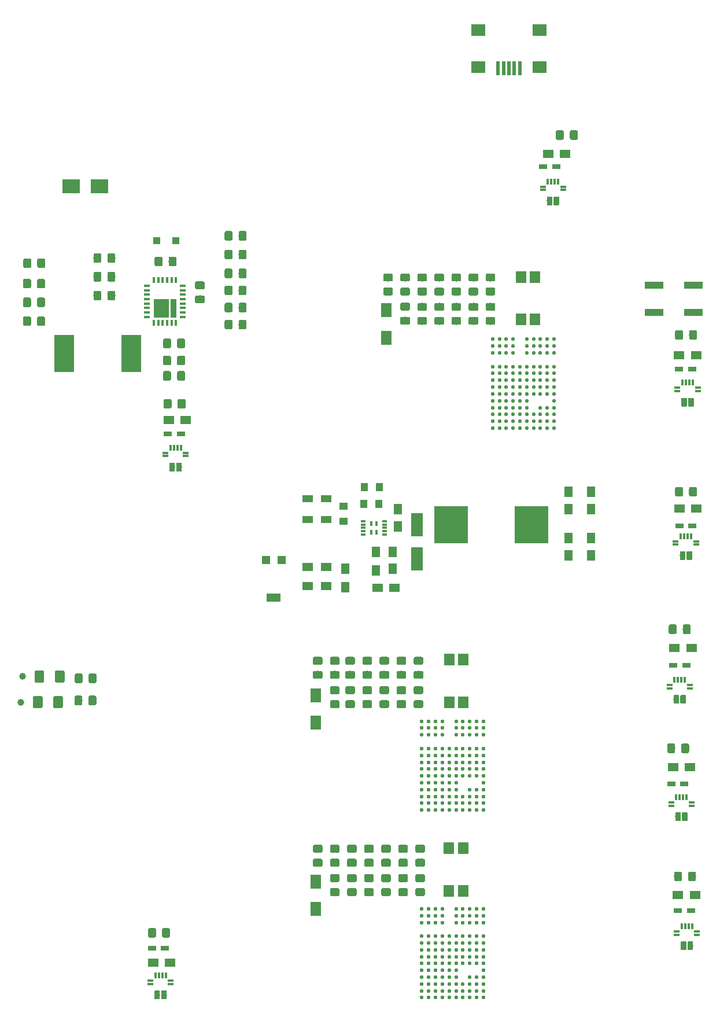
<source format=gbr>
G04 #@! TF.GenerationSoftware,KiCad,Pcbnew,(5.0.2)-1*
G04 #@! TF.CreationDate,2019-05-17T00:02:45-02:30*
G04 #@! TF.ProjectId,LVDC Distribution,4c564443-2044-4697-9374-726962757469,rev?*
G04 #@! TF.SameCoordinates,Original*
G04 #@! TF.FileFunction,Paste,Top*
G04 #@! TF.FilePolarity,Positive*
%FSLAX46Y46*%
G04 Gerber Fmt 4.6, Leading zero omitted, Abs format (unit mm)*
G04 Created by KiCad (PCBNEW (5.0.2)-1) date 5/17/2019 12:02:45 AM*
%MOMM*%
%LPD*%
G01*
G04 APERTURE LIST*
%ADD10R,2.650000X2.030000*%
%ADD11C,0.100000*%
%ADD12C,1.150000*%
%ADD13C,1.425000*%
%ADD14R,2.000000X1.700000*%
%ADD15R,0.500000X2.000000*%
%ADD16R,2.750000X1.000000*%
%ADD17C,0.550000*%
%ADD18R,1.100000X1.100000*%
%ADD19R,2.900000X5.400000*%
%ADD20C,0.800000*%
%ADD21R,0.850000X0.300000*%
%ADD22R,0.300000X0.850000*%
%ADD23R,0.900000X0.300000*%
%ADD24R,0.300000X0.900000*%
%ADD25R,2.200000X2.830000*%
%ADD26R,0.900000X2.830000*%
%ADD27R,1.200000X0.750000*%
%ADD28R,1.250000X1.500000*%
%ADD29R,4.900000X5.400000*%
%ADD30R,1.500000X1.300000*%
%ADD31R,1.300000X1.500000*%
%ADD32R,1.500000X1.250000*%
%ADD33R,1.600000X2.000000*%
%ADD34R,1.650000X1.700000*%
%ADD35C,1.000000*%
%ADD36R,1.300000X1.300000*%
%ADD37R,2.000000X1.300000*%
%ADD38R,0.465000X0.744000*%
%ADD39R,0.650000X0.300000*%
%ADD40R,1.250000X1.000000*%
%ADD41R,1.000000X1.250000*%
%ADD42R,1.800000X3.500000*%
%ADD43R,1.600000X1.000000*%
G04 APERTURE END LIST*
D10*
G04 #@! TO.C,F301*
X66590000Y-26500000D03*
X62410000Y-26500000D03*
G04 #@! TD*
D11*
G04 #@! TO.C,C701*
G36*
X101474505Y-99676204D02*
X101498773Y-99679804D01*
X101522572Y-99685765D01*
X101545671Y-99694030D01*
X101567850Y-99704520D01*
X101588893Y-99717132D01*
X101608599Y-99731747D01*
X101626777Y-99748223D01*
X101643253Y-99766401D01*
X101657868Y-99786107D01*
X101670480Y-99807150D01*
X101680970Y-99829329D01*
X101689235Y-99852428D01*
X101695196Y-99876227D01*
X101698796Y-99900495D01*
X101700000Y-99924999D01*
X101700000Y-100575001D01*
X101698796Y-100599505D01*
X101695196Y-100623773D01*
X101689235Y-100647572D01*
X101680970Y-100670671D01*
X101670480Y-100692850D01*
X101657868Y-100713893D01*
X101643253Y-100733599D01*
X101626777Y-100751777D01*
X101608599Y-100768253D01*
X101588893Y-100782868D01*
X101567850Y-100795480D01*
X101545671Y-100805970D01*
X101522572Y-100814235D01*
X101498773Y-100820196D01*
X101474505Y-100823796D01*
X101450001Y-100825000D01*
X100549999Y-100825000D01*
X100525495Y-100823796D01*
X100501227Y-100820196D01*
X100477428Y-100814235D01*
X100454329Y-100805970D01*
X100432150Y-100795480D01*
X100411107Y-100782868D01*
X100391401Y-100768253D01*
X100373223Y-100751777D01*
X100356747Y-100733599D01*
X100342132Y-100713893D01*
X100329520Y-100692850D01*
X100319030Y-100670671D01*
X100310765Y-100647572D01*
X100304804Y-100623773D01*
X100301204Y-100599505D01*
X100300000Y-100575001D01*
X100300000Y-99924999D01*
X100301204Y-99900495D01*
X100304804Y-99876227D01*
X100310765Y-99852428D01*
X100319030Y-99829329D01*
X100329520Y-99807150D01*
X100342132Y-99786107D01*
X100356747Y-99766401D01*
X100373223Y-99748223D01*
X100391401Y-99731747D01*
X100411107Y-99717132D01*
X100432150Y-99704520D01*
X100454329Y-99694030D01*
X100477428Y-99685765D01*
X100501227Y-99679804D01*
X100525495Y-99676204D01*
X100549999Y-99675000D01*
X101450001Y-99675000D01*
X101474505Y-99676204D01*
X101474505Y-99676204D01*
G37*
D12*
X101000000Y-100250000D03*
D11*
G36*
X101474505Y-101726204D02*
X101498773Y-101729804D01*
X101522572Y-101735765D01*
X101545671Y-101744030D01*
X101567850Y-101754520D01*
X101588893Y-101767132D01*
X101608599Y-101781747D01*
X101626777Y-101798223D01*
X101643253Y-101816401D01*
X101657868Y-101836107D01*
X101670480Y-101857150D01*
X101680970Y-101879329D01*
X101689235Y-101902428D01*
X101695196Y-101926227D01*
X101698796Y-101950495D01*
X101700000Y-101974999D01*
X101700000Y-102625001D01*
X101698796Y-102649505D01*
X101695196Y-102673773D01*
X101689235Y-102697572D01*
X101680970Y-102720671D01*
X101670480Y-102742850D01*
X101657868Y-102763893D01*
X101643253Y-102783599D01*
X101626777Y-102801777D01*
X101608599Y-102818253D01*
X101588893Y-102832868D01*
X101567850Y-102845480D01*
X101545671Y-102855970D01*
X101522572Y-102864235D01*
X101498773Y-102870196D01*
X101474505Y-102873796D01*
X101450001Y-102875000D01*
X100549999Y-102875000D01*
X100525495Y-102873796D01*
X100501227Y-102870196D01*
X100477428Y-102864235D01*
X100454329Y-102855970D01*
X100432150Y-102845480D01*
X100411107Y-102832868D01*
X100391401Y-102818253D01*
X100373223Y-102801777D01*
X100356747Y-102783599D01*
X100342132Y-102763893D01*
X100329520Y-102742850D01*
X100319030Y-102720671D01*
X100310765Y-102697572D01*
X100304804Y-102673773D01*
X100301204Y-102649505D01*
X100300000Y-102625001D01*
X100300000Y-101974999D01*
X100301204Y-101950495D01*
X100304804Y-101926227D01*
X100310765Y-101902428D01*
X100319030Y-101879329D01*
X100329520Y-101857150D01*
X100342132Y-101836107D01*
X100356747Y-101816401D01*
X100373223Y-101798223D01*
X100391401Y-101781747D01*
X100411107Y-101767132D01*
X100432150Y-101754520D01*
X100454329Y-101744030D01*
X100477428Y-101735765D01*
X100501227Y-101729804D01*
X100525495Y-101726204D01*
X100549999Y-101725000D01*
X101450001Y-101725000D01*
X101474505Y-101726204D01*
X101474505Y-101726204D01*
G37*
D12*
X101000000Y-102300000D03*
G04 #@! TD*
D11*
G04 #@! TO.C,C702*
G36*
X101474505Y-127176204D02*
X101498773Y-127179804D01*
X101522572Y-127185765D01*
X101545671Y-127194030D01*
X101567850Y-127204520D01*
X101588893Y-127217132D01*
X101608599Y-127231747D01*
X101626777Y-127248223D01*
X101643253Y-127266401D01*
X101657868Y-127286107D01*
X101670480Y-127307150D01*
X101680970Y-127329329D01*
X101689235Y-127352428D01*
X101695196Y-127376227D01*
X101698796Y-127400495D01*
X101700000Y-127424999D01*
X101700000Y-128075001D01*
X101698796Y-128099505D01*
X101695196Y-128123773D01*
X101689235Y-128147572D01*
X101680970Y-128170671D01*
X101670480Y-128192850D01*
X101657868Y-128213893D01*
X101643253Y-128233599D01*
X101626777Y-128251777D01*
X101608599Y-128268253D01*
X101588893Y-128282868D01*
X101567850Y-128295480D01*
X101545671Y-128305970D01*
X101522572Y-128314235D01*
X101498773Y-128320196D01*
X101474505Y-128323796D01*
X101450001Y-128325000D01*
X100549999Y-128325000D01*
X100525495Y-128323796D01*
X100501227Y-128320196D01*
X100477428Y-128314235D01*
X100454329Y-128305970D01*
X100432150Y-128295480D01*
X100411107Y-128282868D01*
X100391401Y-128268253D01*
X100373223Y-128251777D01*
X100356747Y-128233599D01*
X100342132Y-128213893D01*
X100329520Y-128192850D01*
X100319030Y-128170671D01*
X100310765Y-128147572D01*
X100304804Y-128123773D01*
X100301204Y-128099505D01*
X100300000Y-128075001D01*
X100300000Y-127424999D01*
X100301204Y-127400495D01*
X100304804Y-127376227D01*
X100310765Y-127352428D01*
X100319030Y-127329329D01*
X100329520Y-127307150D01*
X100342132Y-127286107D01*
X100356747Y-127266401D01*
X100373223Y-127248223D01*
X100391401Y-127231747D01*
X100411107Y-127217132D01*
X100432150Y-127204520D01*
X100454329Y-127194030D01*
X100477428Y-127185765D01*
X100501227Y-127179804D01*
X100525495Y-127176204D01*
X100549999Y-127175000D01*
X101450001Y-127175000D01*
X101474505Y-127176204D01*
X101474505Y-127176204D01*
G37*
D12*
X101000000Y-127750000D03*
D11*
G36*
X101474505Y-129226204D02*
X101498773Y-129229804D01*
X101522572Y-129235765D01*
X101545671Y-129244030D01*
X101567850Y-129254520D01*
X101588893Y-129267132D01*
X101608599Y-129281747D01*
X101626777Y-129298223D01*
X101643253Y-129316401D01*
X101657868Y-129336107D01*
X101670480Y-129357150D01*
X101680970Y-129379329D01*
X101689235Y-129402428D01*
X101695196Y-129426227D01*
X101698796Y-129450495D01*
X101700000Y-129474999D01*
X101700000Y-130125001D01*
X101698796Y-130149505D01*
X101695196Y-130173773D01*
X101689235Y-130197572D01*
X101680970Y-130220671D01*
X101670480Y-130242850D01*
X101657868Y-130263893D01*
X101643253Y-130283599D01*
X101626777Y-130301777D01*
X101608599Y-130318253D01*
X101588893Y-130332868D01*
X101567850Y-130345480D01*
X101545671Y-130355970D01*
X101522572Y-130364235D01*
X101498773Y-130370196D01*
X101474505Y-130373796D01*
X101450001Y-130375000D01*
X100549999Y-130375000D01*
X100525495Y-130373796D01*
X100501227Y-130370196D01*
X100477428Y-130364235D01*
X100454329Y-130355970D01*
X100432150Y-130345480D01*
X100411107Y-130332868D01*
X100391401Y-130318253D01*
X100373223Y-130301777D01*
X100356747Y-130283599D01*
X100342132Y-130263893D01*
X100329520Y-130242850D01*
X100319030Y-130220671D01*
X100310765Y-130197572D01*
X100304804Y-130173773D01*
X100301204Y-130149505D01*
X100300000Y-130125001D01*
X100300000Y-129474999D01*
X100301204Y-129450495D01*
X100304804Y-129426227D01*
X100310765Y-129402428D01*
X100319030Y-129379329D01*
X100329520Y-129357150D01*
X100342132Y-129336107D01*
X100356747Y-129316401D01*
X100373223Y-129298223D01*
X100391401Y-129281747D01*
X100411107Y-129267132D01*
X100432150Y-129254520D01*
X100454329Y-129244030D01*
X100477428Y-129235765D01*
X100501227Y-129229804D01*
X100525495Y-129226204D01*
X100549999Y-129225000D01*
X101450001Y-129225000D01*
X101474505Y-129226204D01*
X101474505Y-129226204D01*
G37*
D12*
X101000000Y-129800000D03*
G04 #@! TD*
D11*
G04 #@! TO.C,C703*
G36*
X111774505Y-45601204D02*
X111798773Y-45604804D01*
X111822572Y-45610765D01*
X111845671Y-45619030D01*
X111867850Y-45629520D01*
X111888893Y-45642132D01*
X111908599Y-45656747D01*
X111926777Y-45673223D01*
X111943253Y-45691401D01*
X111957868Y-45711107D01*
X111970480Y-45732150D01*
X111980970Y-45754329D01*
X111989235Y-45777428D01*
X111995196Y-45801227D01*
X111998796Y-45825495D01*
X112000000Y-45849999D01*
X112000000Y-46500001D01*
X111998796Y-46524505D01*
X111995196Y-46548773D01*
X111989235Y-46572572D01*
X111980970Y-46595671D01*
X111970480Y-46617850D01*
X111957868Y-46638893D01*
X111943253Y-46658599D01*
X111926777Y-46676777D01*
X111908599Y-46693253D01*
X111888893Y-46707868D01*
X111867850Y-46720480D01*
X111845671Y-46730970D01*
X111822572Y-46739235D01*
X111798773Y-46745196D01*
X111774505Y-46748796D01*
X111750001Y-46750000D01*
X110849999Y-46750000D01*
X110825495Y-46748796D01*
X110801227Y-46745196D01*
X110777428Y-46739235D01*
X110754329Y-46730970D01*
X110732150Y-46720480D01*
X110711107Y-46707868D01*
X110691401Y-46693253D01*
X110673223Y-46676777D01*
X110656747Y-46658599D01*
X110642132Y-46638893D01*
X110629520Y-46617850D01*
X110619030Y-46595671D01*
X110610765Y-46572572D01*
X110604804Y-46548773D01*
X110601204Y-46524505D01*
X110600000Y-46500001D01*
X110600000Y-45849999D01*
X110601204Y-45825495D01*
X110604804Y-45801227D01*
X110610765Y-45777428D01*
X110619030Y-45754329D01*
X110629520Y-45732150D01*
X110642132Y-45711107D01*
X110656747Y-45691401D01*
X110673223Y-45673223D01*
X110691401Y-45656747D01*
X110711107Y-45642132D01*
X110732150Y-45629520D01*
X110754329Y-45619030D01*
X110777428Y-45610765D01*
X110801227Y-45604804D01*
X110825495Y-45601204D01*
X110849999Y-45600000D01*
X111750001Y-45600000D01*
X111774505Y-45601204D01*
X111774505Y-45601204D01*
G37*
D12*
X111300000Y-46175000D03*
D11*
G36*
X111774505Y-43551204D02*
X111798773Y-43554804D01*
X111822572Y-43560765D01*
X111845671Y-43569030D01*
X111867850Y-43579520D01*
X111888893Y-43592132D01*
X111908599Y-43606747D01*
X111926777Y-43623223D01*
X111943253Y-43641401D01*
X111957868Y-43661107D01*
X111970480Y-43682150D01*
X111980970Y-43704329D01*
X111989235Y-43727428D01*
X111995196Y-43751227D01*
X111998796Y-43775495D01*
X112000000Y-43799999D01*
X112000000Y-44450001D01*
X111998796Y-44474505D01*
X111995196Y-44498773D01*
X111989235Y-44522572D01*
X111980970Y-44545671D01*
X111970480Y-44567850D01*
X111957868Y-44588893D01*
X111943253Y-44608599D01*
X111926777Y-44626777D01*
X111908599Y-44643253D01*
X111888893Y-44657868D01*
X111867850Y-44670480D01*
X111845671Y-44680970D01*
X111822572Y-44689235D01*
X111798773Y-44695196D01*
X111774505Y-44698796D01*
X111750001Y-44700000D01*
X110849999Y-44700000D01*
X110825495Y-44698796D01*
X110801227Y-44695196D01*
X110777428Y-44689235D01*
X110754329Y-44680970D01*
X110732150Y-44670480D01*
X110711107Y-44657868D01*
X110691401Y-44643253D01*
X110673223Y-44626777D01*
X110656747Y-44608599D01*
X110642132Y-44588893D01*
X110629520Y-44567850D01*
X110619030Y-44545671D01*
X110610765Y-44522572D01*
X110604804Y-44498773D01*
X110601204Y-44474505D01*
X110600000Y-44450001D01*
X110600000Y-43799999D01*
X110601204Y-43775495D01*
X110604804Y-43751227D01*
X110610765Y-43727428D01*
X110619030Y-43704329D01*
X110629520Y-43682150D01*
X110642132Y-43661107D01*
X110656747Y-43641401D01*
X110673223Y-43623223D01*
X110691401Y-43606747D01*
X110711107Y-43592132D01*
X110732150Y-43579520D01*
X110754329Y-43569030D01*
X110777428Y-43560765D01*
X110801227Y-43554804D01*
X110825495Y-43551204D01*
X110849999Y-43550000D01*
X111750001Y-43550000D01*
X111774505Y-43551204D01*
X111774505Y-43551204D01*
G37*
D12*
X111300000Y-44125000D03*
G04 #@! TD*
D11*
G04 #@! TO.C,C705*
G36*
X103724505Y-101726204D02*
X103748773Y-101729804D01*
X103772572Y-101735765D01*
X103795671Y-101744030D01*
X103817850Y-101754520D01*
X103838893Y-101767132D01*
X103858599Y-101781747D01*
X103876777Y-101798223D01*
X103893253Y-101816401D01*
X103907868Y-101836107D01*
X103920480Y-101857150D01*
X103930970Y-101879329D01*
X103939235Y-101902428D01*
X103945196Y-101926227D01*
X103948796Y-101950495D01*
X103950000Y-101974999D01*
X103950000Y-102625001D01*
X103948796Y-102649505D01*
X103945196Y-102673773D01*
X103939235Y-102697572D01*
X103930970Y-102720671D01*
X103920480Y-102742850D01*
X103907868Y-102763893D01*
X103893253Y-102783599D01*
X103876777Y-102801777D01*
X103858599Y-102818253D01*
X103838893Y-102832868D01*
X103817850Y-102845480D01*
X103795671Y-102855970D01*
X103772572Y-102864235D01*
X103748773Y-102870196D01*
X103724505Y-102873796D01*
X103700001Y-102875000D01*
X102799999Y-102875000D01*
X102775495Y-102873796D01*
X102751227Y-102870196D01*
X102727428Y-102864235D01*
X102704329Y-102855970D01*
X102682150Y-102845480D01*
X102661107Y-102832868D01*
X102641401Y-102818253D01*
X102623223Y-102801777D01*
X102606747Y-102783599D01*
X102592132Y-102763893D01*
X102579520Y-102742850D01*
X102569030Y-102720671D01*
X102560765Y-102697572D01*
X102554804Y-102673773D01*
X102551204Y-102649505D01*
X102550000Y-102625001D01*
X102550000Y-101974999D01*
X102551204Y-101950495D01*
X102554804Y-101926227D01*
X102560765Y-101902428D01*
X102569030Y-101879329D01*
X102579520Y-101857150D01*
X102592132Y-101836107D01*
X102606747Y-101816401D01*
X102623223Y-101798223D01*
X102641401Y-101781747D01*
X102661107Y-101767132D01*
X102682150Y-101754520D01*
X102704329Y-101744030D01*
X102727428Y-101735765D01*
X102751227Y-101729804D01*
X102775495Y-101726204D01*
X102799999Y-101725000D01*
X103700001Y-101725000D01*
X103724505Y-101726204D01*
X103724505Y-101726204D01*
G37*
D12*
X103250000Y-102300000D03*
D11*
G36*
X103724505Y-99676204D02*
X103748773Y-99679804D01*
X103772572Y-99685765D01*
X103795671Y-99694030D01*
X103817850Y-99704520D01*
X103838893Y-99717132D01*
X103858599Y-99731747D01*
X103876777Y-99748223D01*
X103893253Y-99766401D01*
X103907868Y-99786107D01*
X103920480Y-99807150D01*
X103930970Y-99829329D01*
X103939235Y-99852428D01*
X103945196Y-99876227D01*
X103948796Y-99900495D01*
X103950000Y-99924999D01*
X103950000Y-100575001D01*
X103948796Y-100599505D01*
X103945196Y-100623773D01*
X103939235Y-100647572D01*
X103930970Y-100670671D01*
X103920480Y-100692850D01*
X103907868Y-100713893D01*
X103893253Y-100733599D01*
X103876777Y-100751777D01*
X103858599Y-100768253D01*
X103838893Y-100782868D01*
X103817850Y-100795480D01*
X103795671Y-100805970D01*
X103772572Y-100814235D01*
X103748773Y-100820196D01*
X103724505Y-100823796D01*
X103700001Y-100825000D01*
X102799999Y-100825000D01*
X102775495Y-100823796D01*
X102751227Y-100820196D01*
X102727428Y-100814235D01*
X102704329Y-100805970D01*
X102682150Y-100795480D01*
X102661107Y-100782868D01*
X102641401Y-100768253D01*
X102623223Y-100751777D01*
X102606747Y-100733599D01*
X102592132Y-100713893D01*
X102579520Y-100692850D01*
X102569030Y-100670671D01*
X102560765Y-100647572D01*
X102554804Y-100623773D01*
X102551204Y-100599505D01*
X102550000Y-100575001D01*
X102550000Y-99924999D01*
X102551204Y-99900495D01*
X102554804Y-99876227D01*
X102560765Y-99852428D01*
X102569030Y-99829329D01*
X102579520Y-99807150D01*
X102592132Y-99786107D01*
X102606747Y-99766401D01*
X102623223Y-99748223D01*
X102641401Y-99731747D01*
X102661107Y-99717132D01*
X102682150Y-99704520D01*
X102704329Y-99694030D01*
X102727428Y-99685765D01*
X102751227Y-99679804D01*
X102775495Y-99676204D01*
X102799999Y-99675000D01*
X103700001Y-99675000D01*
X103724505Y-99676204D01*
X103724505Y-99676204D01*
G37*
D12*
X103250000Y-100250000D03*
G04 #@! TD*
D11*
G04 #@! TO.C,C706*
G36*
X103974505Y-129226204D02*
X103998773Y-129229804D01*
X104022572Y-129235765D01*
X104045671Y-129244030D01*
X104067850Y-129254520D01*
X104088893Y-129267132D01*
X104108599Y-129281747D01*
X104126777Y-129298223D01*
X104143253Y-129316401D01*
X104157868Y-129336107D01*
X104170480Y-129357150D01*
X104180970Y-129379329D01*
X104189235Y-129402428D01*
X104195196Y-129426227D01*
X104198796Y-129450495D01*
X104200000Y-129474999D01*
X104200000Y-130125001D01*
X104198796Y-130149505D01*
X104195196Y-130173773D01*
X104189235Y-130197572D01*
X104180970Y-130220671D01*
X104170480Y-130242850D01*
X104157868Y-130263893D01*
X104143253Y-130283599D01*
X104126777Y-130301777D01*
X104108599Y-130318253D01*
X104088893Y-130332868D01*
X104067850Y-130345480D01*
X104045671Y-130355970D01*
X104022572Y-130364235D01*
X103998773Y-130370196D01*
X103974505Y-130373796D01*
X103950001Y-130375000D01*
X103049999Y-130375000D01*
X103025495Y-130373796D01*
X103001227Y-130370196D01*
X102977428Y-130364235D01*
X102954329Y-130355970D01*
X102932150Y-130345480D01*
X102911107Y-130332868D01*
X102891401Y-130318253D01*
X102873223Y-130301777D01*
X102856747Y-130283599D01*
X102842132Y-130263893D01*
X102829520Y-130242850D01*
X102819030Y-130220671D01*
X102810765Y-130197572D01*
X102804804Y-130173773D01*
X102801204Y-130149505D01*
X102800000Y-130125001D01*
X102800000Y-129474999D01*
X102801204Y-129450495D01*
X102804804Y-129426227D01*
X102810765Y-129402428D01*
X102819030Y-129379329D01*
X102829520Y-129357150D01*
X102842132Y-129336107D01*
X102856747Y-129316401D01*
X102873223Y-129298223D01*
X102891401Y-129281747D01*
X102911107Y-129267132D01*
X102932150Y-129254520D01*
X102954329Y-129244030D01*
X102977428Y-129235765D01*
X103001227Y-129229804D01*
X103025495Y-129226204D01*
X103049999Y-129225000D01*
X103950001Y-129225000D01*
X103974505Y-129226204D01*
X103974505Y-129226204D01*
G37*
D12*
X103500000Y-129800000D03*
D11*
G36*
X103974505Y-127176204D02*
X103998773Y-127179804D01*
X104022572Y-127185765D01*
X104045671Y-127194030D01*
X104067850Y-127204520D01*
X104088893Y-127217132D01*
X104108599Y-127231747D01*
X104126777Y-127248223D01*
X104143253Y-127266401D01*
X104157868Y-127286107D01*
X104170480Y-127307150D01*
X104180970Y-127329329D01*
X104189235Y-127352428D01*
X104195196Y-127376227D01*
X104198796Y-127400495D01*
X104200000Y-127424999D01*
X104200000Y-128075001D01*
X104198796Y-128099505D01*
X104195196Y-128123773D01*
X104189235Y-128147572D01*
X104180970Y-128170671D01*
X104170480Y-128192850D01*
X104157868Y-128213893D01*
X104143253Y-128233599D01*
X104126777Y-128251777D01*
X104108599Y-128268253D01*
X104088893Y-128282868D01*
X104067850Y-128295480D01*
X104045671Y-128305970D01*
X104022572Y-128314235D01*
X103998773Y-128320196D01*
X103974505Y-128323796D01*
X103950001Y-128325000D01*
X103049999Y-128325000D01*
X103025495Y-128323796D01*
X103001227Y-128320196D01*
X102977428Y-128314235D01*
X102954329Y-128305970D01*
X102932150Y-128295480D01*
X102911107Y-128282868D01*
X102891401Y-128268253D01*
X102873223Y-128251777D01*
X102856747Y-128233599D01*
X102842132Y-128213893D01*
X102829520Y-128192850D01*
X102819030Y-128170671D01*
X102810765Y-128147572D01*
X102804804Y-128123773D01*
X102801204Y-128099505D01*
X102800000Y-128075001D01*
X102800000Y-127424999D01*
X102801204Y-127400495D01*
X102804804Y-127376227D01*
X102810765Y-127352428D01*
X102819030Y-127329329D01*
X102829520Y-127307150D01*
X102842132Y-127286107D01*
X102856747Y-127266401D01*
X102873223Y-127248223D01*
X102891401Y-127231747D01*
X102911107Y-127217132D01*
X102932150Y-127204520D01*
X102954329Y-127194030D01*
X102977428Y-127185765D01*
X103001227Y-127179804D01*
X103025495Y-127176204D01*
X103049999Y-127175000D01*
X103950001Y-127175000D01*
X103974505Y-127176204D01*
X103974505Y-127176204D01*
G37*
D12*
X103500000Y-127750000D03*
G04 #@! TD*
D11*
G04 #@! TO.C,C707*
G36*
X114274505Y-43576204D02*
X114298773Y-43579804D01*
X114322572Y-43585765D01*
X114345671Y-43594030D01*
X114367850Y-43604520D01*
X114388893Y-43617132D01*
X114408599Y-43631747D01*
X114426777Y-43648223D01*
X114443253Y-43666401D01*
X114457868Y-43686107D01*
X114470480Y-43707150D01*
X114480970Y-43729329D01*
X114489235Y-43752428D01*
X114495196Y-43776227D01*
X114498796Y-43800495D01*
X114500000Y-43824999D01*
X114500000Y-44475001D01*
X114498796Y-44499505D01*
X114495196Y-44523773D01*
X114489235Y-44547572D01*
X114480970Y-44570671D01*
X114470480Y-44592850D01*
X114457868Y-44613893D01*
X114443253Y-44633599D01*
X114426777Y-44651777D01*
X114408599Y-44668253D01*
X114388893Y-44682868D01*
X114367850Y-44695480D01*
X114345671Y-44705970D01*
X114322572Y-44714235D01*
X114298773Y-44720196D01*
X114274505Y-44723796D01*
X114250001Y-44725000D01*
X113349999Y-44725000D01*
X113325495Y-44723796D01*
X113301227Y-44720196D01*
X113277428Y-44714235D01*
X113254329Y-44705970D01*
X113232150Y-44695480D01*
X113211107Y-44682868D01*
X113191401Y-44668253D01*
X113173223Y-44651777D01*
X113156747Y-44633599D01*
X113142132Y-44613893D01*
X113129520Y-44592850D01*
X113119030Y-44570671D01*
X113110765Y-44547572D01*
X113104804Y-44523773D01*
X113101204Y-44499505D01*
X113100000Y-44475001D01*
X113100000Y-43824999D01*
X113101204Y-43800495D01*
X113104804Y-43776227D01*
X113110765Y-43752428D01*
X113119030Y-43729329D01*
X113129520Y-43707150D01*
X113142132Y-43686107D01*
X113156747Y-43666401D01*
X113173223Y-43648223D01*
X113191401Y-43631747D01*
X113211107Y-43617132D01*
X113232150Y-43604520D01*
X113254329Y-43594030D01*
X113277428Y-43585765D01*
X113301227Y-43579804D01*
X113325495Y-43576204D01*
X113349999Y-43575000D01*
X114250001Y-43575000D01*
X114274505Y-43576204D01*
X114274505Y-43576204D01*
G37*
D12*
X113800000Y-44150000D03*
D11*
G36*
X114274505Y-45626204D02*
X114298773Y-45629804D01*
X114322572Y-45635765D01*
X114345671Y-45644030D01*
X114367850Y-45654520D01*
X114388893Y-45667132D01*
X114408599Y-45681747D01*
X114426777Y-45698223D01*
X114443253Y-45716401D01*
X114457868Y-45736107D01*
X114470480Y-45757150D01*
X114480970Y-45779329D01*
X114489235Y-45802428D01*
X114495196Y-45826227D01*
X114498796Y-45850495D01*
X114500000Y-45874999D01*
X114500000Y-46525001D01*
X114498796Y-46549505D01*
X114495196Y-46573773D01*
X114489235Y-46597572D01*
X114480970Y-46620671D01*
X114470480Y-46642850D01*
X114457868Y-46663893D01*
X114443253Y-46683599D01*
X114426777Y-46701777D01*
X114408599Y-46718253D01*
X114388893Y-46732868D01*
X114367850Y-46745480D01*
X114345671Y-46755970D01*
X114322572Y-46764235D01*
X114298773Y-46770196D01*
X114274505Y-46773796D01*
X114250001Y-46775000D01*
X113349999Y-46775000D01*
X113325495Y-46773796D01*
X113301227Y-46770196D01*
X113277428Y-46764235D01*
X113254329Y-46755970D01*
X113232150Y-46745480D01*
X113211107Y-46732868D01*
X113191401Y-46718253D01*
X113173223Y-46701777D01*
X113156747Y-46683599D01*
X113142132Y-46663893D01*
X113129520Y-46642850D01*
X113119030Y-46620671D01*
X113110765Y-46597572D01*
X113104804Y-46573773D01*
X113101204Y-46549505D01*
X113100000Y-46525001D01*
X113100000Y-45874999D01*
X113101204Y-45850495D01*
X113104804Y-45826227D01*
X113110765Y-45802428D01*
X113119030Y-45779329D01*
X113129520Y-45757150D01*
X113142132Y-45736107D01*
X113156747Y-45716401D01*
X113173223Y-45698223D01*
X113191401Y-45681747D01*
X113211107Y-45667132D01*
X113232150Y-45654520D01*
X113254329Y-45644030D01*
X113277428Y-45635765D01*
X113301227Y-45629804D01*
X113325495Y-45626204D01*
X113349999Y-45625000D01*
X114250001Y-45625000D01*
X114274505Y-45626204D01*
X114274505Y-45626204D01*
G37*
D12*
X113800000Y-46200000D03*
G04 #@! TD*
D11*
G04 #@! TO.C,C709*
G36*
X106224505Y-101726204D02*
X106248773Y-101729804D01*
X106272572Y-101735765D01*
X106295671Y-101744030D01*
X106317850Y-101754520D01*
X106338893Y-101767132D01*
X106358599Y-101781747D01*
X106376777Y-101798223D01*
X106393253Y-101816401D01*
X106407868Y-101836107D01*
X106420480Y-101857150D01*
X106430970Y-101879329D01*
X106439235Y-101902428D01*
X106445196Y-101926227D01*
X106448796Y-101950495D01*
X106450000Y-101974999D01*
X106450000Y-102625001D01*
X106448796Y-102649505D01*
X106445196Y-102673773D01*
X106439235Y-102697572D01*
X106430970Y-102720671D01*
X106420480Y-102742850D01*
X106407868Y-102763893D01*
X106393253Y-102783599D01*
X106376777Y-102801777D01*
X106358599Y-102818253D01*
X106338893Y-102832868D01*
X106317850Y-102845480D01*
X106295671Y-102855970D01*
X106272572Y-102864235D01*
X106248773Y-102870196D01*
X106224505Y-102873796D01*
X106200001Y-102875000D01*
X105299999Y-102875000D01*
X105275495Y-102873796D01*
X105251227Y-102870196D01*
X105227428Y-102864235D01*
X105204329Y-102855970D01*
X105182150Y-102845480D01*
X105161107Y-102832868D01*
X105141401Y-102818253D01*
X105123223Y-102801777D01*
X105106747Y-102783599D01*
X105092132Y-102763893D01*
X105079520Y-102742850D01*
X105069030Y-102720671D01*
X105060765Y-102697572D01*
X105054804Y-102673773D01*
X105051204Y-102649505D01*
X105050000Y-102625001D01*
X105050000Y-101974999D01*
X105051204Y-101950495D01*
X105054804Y-101926227D01*
X105060765Y-101902428D01*
X105069030Y-101879329D01*
X105079520Y-101857150D01*
X105092132Y-101836107D01*
X105106747Y-101816401D01*
X105123223Y-101798223D01*
X105141401Y-101781747D01*
X105161107Y-101767132D01*
X105182150Y-101754520D01*
X105204329Y-101744030D01*
X105227428Y-101735765D01*
X105251227Y-101729804D01*
X105275495Y-101726204D01*
X105299999Y-101725000D01*
X106200001Y-101725000D01*
X106224505Y-101726204D01*
X106224505Y-101726204D01*
G37*
D12*
X105750000Y-102300000D03*
D11*
G36*
X106224505Y-99676204D02*
X106248773Y-99679804D01*
X106272572Y-99685765D01*
X106295671Y-99694030D01*
X106317850Y-99704520D01*
X106338893Y-99717132D01*
X106358599Y-99731747D01*
X106376777Y-99748223D01*
X106393253Y-99766401D01*
X106407868Y-99786107D01*
X106420480Y-99807150D01*
X106430970Y-99829329D01*
X106439235Y-99852428D01*
X106445196Y-99876227D01*
X106448796Y-99900495D01*
X106450000Y-99924999D01*
X106450000Y-100575001D01*
X106448796Y-100599505D01*
X106445196Y-100623773D01*
X106439235Y-100647572D01*
X106430970Y-100670671D01*
X106420480Y-100692850D01*
X106407868Y-100713893D01*
X106393253Y-100733599D01*
X106376777Y-100751777D01*
X106358599Y-100768253D01*
X106338893Y-100782868D01*
X106317850Y-100795480D01*
X106295671Y-100805970D01*
X106272572Y-100814235D01*
X106248773Y-100820196D01*
X106224505Y-100823796D01*
X106200001Y-100825000D01*
X105299999Y-100825000D01*
X105275495Y-100823796D01*
X105251227Y-100820196D01*
X105227428Y-100814235D01*
X105204329Y-100805970D01*
X105182150Y-100795480D01*
X105161107Y-100782868D01*
X105141401Y-100768253D01*
X105123223Y-100751777D01*
X105106747Y-100733599D01*
X105092132Y-100713893D01*
X105079520Y-100692850D01*
X105069030Y-100670671D01*
X105060765Y-100647572D01*
X105054804Y-100623773D01*
X105051204Y-100599505D01*
X105050000Y-100575001D01*
X105050000Y-99924999D01*
X105051204Y-99900495D01*
X105054804Y-99876227D01*
X105060765Y-99852428D01*
X105069030Y-99829329D01*
X105079520Y-99807150D01*
X105092132Y-99786107D01*
X105106747Y-99766401D01*
X105123223Y-99748223D01*
X105141401Y-99731747D01*
X105161107Y-99717132D01*
X105182150Y-99704520D01*
X105204329Y-99694030D01*
X105227428Y-99685765D01*
X105251227Y-99679804D01*
X105275495Y-99676204D01*
X105299999Y-99675000D01*
X106200001Y-99675000D01*
X106224505Y-99676204D01*
X106224505Y-99676204D01*
G37*
D12*
X105750000Y-100250000D03*
G04 #@! TD*
D11*
G04 #@! TO.C,C710*
G36*
X106474505Y-127176204D02*
X106498773Y-127179804D01*
X106522572Y-127185765D01*
X106545671Y-127194030D01*
X106567850Y-127204520D01*
X106588893Y-127217132D01*
X106608599Y-127231747D01*
X106626777Y-127248223D01*
X106643253Y-127266401D01*
X106657868Y-127286107D01*
X106670480Y-127307150D01*
X106680970Y-127329329D01*
X106689235Y-127352428D01*
X106695196Y-127376227D01*
X106698796Y-127400495D01*
X106700000Y-127424999D01*
X106700000Y-128075001D01*
X106698796Y-128099505D01*
X106695196Y-128123773D01*
X106689235Y-128147572D01*
X106680970Y-128170671D01*
X106670480Y-128192850D01*
X106657868Y-128213893D01*
X106643253Y-128233599D01*
X106626777Y-128251777D01*
X106608599Y-128268253D01*
X106588893Y-128282868D01*
X106567850Y-128295480D01*
X106545671Y-128305970D01*
X106522572Y-128314235D01*
X106498773Y-128320196D01*
X106474505Y-128323796D01*
X106450001Y-128325000D01*
X105549999Y-128325000D01*
X105525495Y-128323796D01*
X105501227Y-128320196D01*
X105477428Y-128314235D01*
X105454329Y-128305970D01*
X105432150Y-128295480D01*
X105411107Y-128282868D01*
X105391401Y-128268253D01*
X105373223Y-128251777D01*
X105356747Y-128233599D01*
X105342132Y-128213893D01*
X105329520Y-128192850D01*
X105319030Y-128170671D01*
X105310765Y-128147572D01*
X105304804Y-128123773D01*
X105301204Y-128099505D01*
X105300000Y-128075001D01*
X105300000Y-127424999D01*
X105301204Y-127400495D01*
X105304804Y-127376227D01*
X105310765Y-127352428D01*
X105319030Y-127329329D01*
X105329520Y-127307150D01*
X105342132Y-127286107D01*
X105356747Y-127266401D01*
X105373223Y-127248223D01*
X105391401Y-127231747D01*
X105411107Y-127217132D01*
X105432150Y-127204520D01*
X105454329Y-127194030D01*
X105477428Y-127185765D01*
X105501227Y-127179804D01*
X105525495Y-127176204D01*
X105549999Y-127175000D01*
X106450001Y-127175000D01*
X106474505Y-127176204D01*
X106474505Y-127176204D01*
G37*
D12*
X106000000Y-127750000D03*
D11*
G36*
X106474505Y-129226204D02*
X106498773Y-129229804D01*
X106522572Y-129235765D01*
X106545671Y-129244030D01*
X106567850Y-129254520D01*
X106588893Y-129267132D01*
X106608599Y-129281747D01*
X106626777Y-129298223D01*
X106643253Y-129316401D01*
X106657868Y-129336107D01*
X106670480Y-129357150D01*
X106680970Y-129379329D01*
X106689235Y-129402428D01*
X106695196Y-129426227D01*
X106698796Y-129450495D01*
X106700000Y-129474999D01*
X106700000Y-130125001D01*
X106698796Y-130149505D01*
X106695196Y-130173773D01*
X106689235Y-130197572D01*
X106680970Y-130220671D01*
X106670480Y-130242850D01*
X106657868Y-130263893D01*
X106643253Y-130283599D01*
X106626777Y-130301777D01*
X106608599Y-130318253D01*
X106588893Y-130332868D01*
X106567850Y-130345480D01*
X106545671Y-130355970D01*
X106522572Y-130364235D01*
X106498773Y-130370196D01*
X106474505Y-130373796D01*
X106450001Y-130375000D01*
X105549999Y-130375000D01*
X105525495Y-130373796D01*
X105501227Y-130370196D01*
X105477428Y-130364235D01*
X105454329Y-130355970D01*
X105432150Y-130345480D01*
X105411107Y-130332868D01*
X105391401Y-130318253D01*
X105373223Y-130301777D01*
X105356747Y-130283599D01*
X105342132Y-130263893D01*
X105329520Y-130242850D01*
X105319030Y-130220671D01*
X105310765Y-130197572D01*
X105304804Y-130173773D01*
X105301204Y-130149505D01*
X105300000Y-130125001D01*
X105300000Y-129474999D01*
X105301204Y-129450495D01*
X105304804Y-129426227D01*
X105310765Y-129402428D01*
X105319030Y-129379329D01*
X105329520Y-129357150D01*
X105342132Y-129336107D01*
X105356747Y-129316401D01*
X105373223Y-129298223D01*
X105391401Y-129281747D01*
X105411107Y-129267132D01*
X105432150Y-129254520D01*
X105454329Y-129244030D01*
X105477428Y-129235765D01*
X105501227Y-129229804D01*
X105525495Y-129226204D01*
X105549999Y-129225000D01*
X106450001Y-129225000D01*
X106474505Y-129226204D01*
X106474505Y-129226204D01*
G37*
D12*
X106000000Y-129800000D03*
G04 #@! TD*
D11*
G04 #@! TO.C,C711*
G36*
X116774505Y-45626204D02*
X116798773Y-45629804D01*
X116822572Y-45635765D01*
X116845671Y-45644030D01*
X116867850Y-45654520D01*
X116888893Y-45667132D01*
X116908599Y-45681747D01*
X116926777Y-45698223D01*
X116943253Y-45716401D01*
X116957868Y-45736107D01*
X116970480Y-45757150D01*
X116980970Y-45779329D01*
X116989235Y-45802428D01*
X116995196Y-45826227D01*
X116998796Y-45850495D01*
X117000000Y-45874999D01*
X117000000Y-46525001D01*
X116998796Y-46549505D01*
X116995196Y-46573773D01*
X116989235Y-46597572D01*
X116980970Y-46620671D01*
X116970480Y-46642850D01*
X116957868Y-46663893D01*
X116943253Y-46683599D01*
X116926777Y-46701777D01*
X116908599Y-46718253D01*
X116888893Y-46732868D01*
X116867850Y-46745480D01*
X116845671Y-46755970D01*
X116822572Y-46764235D01*
X116798773Y-46770196D01*
X116774505Y-46773796D01*
X116750001Y-46775000D01*
X115849999Y-46775000D01*
X115825495Y-46773796D01*
X115801227Y-46770196D01*
X115777428Y-46764235D01*
X115754329Y-46755970D01*
X115732150Y-46745480D01*
X115711107Y-46732868D01*
X115691401Y-46718253D01*
X115673223Y-46701777D01*
X115656747Y-46683599D01*
X115642132Y-46663893D01*
X115629520Y-46642850D01*
X115619030Y-46620671D01*
X115610765Y-46597572D01*
X115604804Y-46573773D01*
X115601204Y-46549505D01*
X115600000Y-46525001D01*
X115600000Y-45874999D01*
X115601204Y-45850495D01*
X115604804Y-45826227D01*
X115610765Y-45802428D01*
X115619030Y-45779329D01*
X115629520Y-45757150D01*
X115642132Y-45736107D01*
X115656747Y-45716401D01*
X115673223Y-45698223D01*
X115691401Y-45681747D01*
X115711107Y-45667132D01*
X115732150Y-45654520D01*
X115754329Y-45644030D01*
X115777428Y-45635765D01*
X115801227Y-45629804D01*
X115825495Y-45626204D01*
X115849999Y-45625000D01*
X116750001Y-45625000D01*
X116774505Y-45626204D01*
X116774505Y-45626204D01*
G37*
D12*
X116300000Y-46200000D03*
D11*
G36*
X116774505Y-43576204D02*
X116798773Y-43579804D01*
X116822572Y-43585765D01*
X116845671Y-43594030D01*
X116867850Y-43604520D01*
X116888893Y-43617132D01*
X116908599Y-43631747D01*
X116926777Y-43648223D01*
X116943253Y-43666401D01*
X116957868Y-43686107D01*
X116970480Y-43707150D01*
X116980970Y-43729329D01*
X116989235Y-43752428D01*
X116995196Y-43776227D01*
X116998796Y-43800495D01*
X117000000Y-43824999D01*
X117000000Y-44475001D01*
X116998796Y-44499505D01*
X116995196Y-44523773D01*
X116989235Y-44547572D01*
X116980970Y-44570671D01*
X116970480Y-44592850D01*
X116957868Y-44613893D01*
X116943253Y-44633599D01*
X116926777Y-44651777D01*
X116908599Y-44668253D01*
X116888893Y-44682868D01*
X116867850Y-44695480D01*
X116845671Y-44705970D01*
X116822572Y-44714235D01*
X116798773Y-44720196D01*
X116774505Y-44723796D01*
X116750001Y-44725000D01*
X115849999Y-44725000D01*
X115825495Y-44723796D01*
X115801227Y-44720196D01*
X115777428Y-44714235D01*
X115754329Y-44705970D01*
X115732150Y-44695480D01*
X115711107Y-44682868D01*
X115691401Y-44668253D01*
X115673223Y-44651777D01*
X115656747Y-44633599D01*
X115642132Y-44613893D01*
X115629520Y-44592850D01*
X115619030Y-44570671D01*
X115610765Y-44547572D01*
X115604804Y-44523773D01*
X115601204Y-44499505D01*
X115600000Y-44475001D01*
X115600000Y-43824999D01*
X115601204Y-43800495D01*
X115604804Y-43776227D01*
X115610765Y-43752428D01*
X115619030Y-43729329D01*
X115629520Y-43707150D01*
X115642132Y-43686107D01*
X115656747Y-43666401D01*
X115673223Y-43648223D01*
X115691401Y-43631747D01*
X115711107Y-43617132D01*
X115732150Y-43604520D01*
X115754329Y-43594030D01*
X115777428Y-43585765D01*
X115801227Y-43579804D01*
X115825495Y-43576204D01*
X115849999Y-43575000D01*
X116750001Y-43575000D01*
X116774505Y-43576204D01*
X116774505Y-43576204D01*
G37*
D12*
X116300000Y-44150000D03*
G04 #@! TD*
D11*
G04 #@! TO.C,C713*
G36*
X108724505Y-99676204D02*
X108748773Y-99679804D01*
X108772572Y-99685765D01*
X108795671Y-99694030D01*
X108817850Y-99704520D01*
X108838893Y-99717132D01*
X108858599Y-99731747D01*
X108876777Y-99748223D01*
X108893253Y-99766401D01*
X108907868Y-99786107D01*
X108920480Y-99807150D01*
X108930970Y-99829329D01*
X108939235Y-99852428D01*
X108945196Y-99876227D01*
X108948796Y-99900495D01*
X108950000Y-99924999D01*
X108950000Y-100575001D01*
X108948796Y-100599505D01*
X108945196Y-100623773D01*
X108939235Y-100647572D01*
X108930970Y-100670671D01*
X108920480Y-100692850D01*
X108907868Y-100713893D01*
X108893253Y-100733599D01*
X108876777Y-100751777D01*
X108858599Y-100768253D01*
X108838893Y-100782868D01*
X108817850Y-100795480D01*
X108795671Y-100805970D01*
X108772572Y-100814235D01*
X108748773Y-100820196D01*
X108724505Y-100823796D01*
X108700001Y-100825000D01*
X107799999Y-100825000D01*
X107775495Y-100823796D01*
X107751227Y-100820196D01*
X107727428Y-100814235D01*
X107704329Y-100805970D01*
X107682150Y-100795480D01*
X107661107Y-100782868D01*
X107641401Y-100768253D01*
X107623223Y-100751777D01*
X107606747Y-100733599D01*
X107592132Y-100713893D01*
X107579520Y-100692850D01*
X107569030Y-100670671D01*
X107560765Y-100647572D01*
X107554804Y-100623773D01*
X107551204Y-100599505D01*
X107550000Y-100575001D01*
X107550000Y-99924999D01*
X107551204Y-99900495D01*
X107554804Y-99876227D01*
X107560765Y-99852428D01*
X107569030Y-99829329D01*
X107579520Y-99807150D01*
X107592132Y-99786107D01*
X107606747Y-99766401D01*
X107623223Y-99748223D01*
X107641401Y-99731747D01*
X107661107Y-99717132D01*
X107682150Y-99704520D01*
X107704329Y-99694030D01*
X107727428Y-99685765D01*
X107751227Y-99679804D01*
X107775495Y-99676204D01*
X107799999Y-99675000D01*
X108700001Y-99675000D01*
X108724505Y-99676204D01*
X108724505Y-99676204D01*
G37*
D12*
X108250000Y-100250000D03*
D11*
G36*
X108724505Y-101726204D02*
X108748773Y-101729804D01*
X108772572Y-101735765D01*
X108795671Y-101744030D01*
X108817850Y-101754520D01*
X108838893Y-101767132D01*
X108858599Y-101781747D01*
X108876777Y-101798223D01*
X108893253Y-101816401D01*
X108907868Y-101836107D01*
X108920480Y-101857150D01*
X108930970Y-101879329D01*
X108939235Y-101902428D01*
X108945196Y-101926227D01*
X108948796Y-101950495D01*
X108950000Y-101974999D01*
X108950000Y-102625001D01*
X108948796Y-102649505D01*
X108945196Y-102673773D01*
X108939235Y-102697572D01*
X108930970Y-102720671D01*
X108920480Y-102742850D01*
X108907868Y-102763893D01*
X108893253Y-102783599D01*
X108876777Y-102801777D01*
X108858599Y-102818253D01*
X108838893Y-102832868D01*
X108817850Y-102845480D01*
X108795671Y-102855970D01*
X108772572Y-102864235D01*
X108748773Y-102870196D01*
X108724505Y-102873796D01*
X108700001Y-102875000D01*
X107799999Y-102875000D01*
X107775495Y-102873796D01*
X107751227Y-102870196D01*
X107727428Y-102864235D01*
X107704329Y-102855970D01*
X107682150Y-102845480D01*
X107661107Y-102832868D01*
X107641401Y-102818253D01*
X107623223Y-102801777D01*
X107606747Y-102783599D01*
X107592132Y-102763893D01*
X107579520Y-102742850D01*
X107569030Y-102720671D01*
X107560765Y-102697572D01*
X107554804Y-102673773D01*
X107551204Y-102649505D01*
X107550000Y-102625001D01*
X107550000Y-101974999D01*
X107551204Y-101950495D01*
X107554804Y-101926227D01*
X107560765Y-101902428D01*
X107569030Y-101879329D01*
X107579520Y-101857150D01*
X107592132Y-101836107D01*
X107606747Y-101816401D01*
X107623223Y-101798223D01*
X107641401Y-101781747D01*
X107661107Y-101767132D01*
X107682150Y-101754520D01*
X107704329Y-101744030D01*
X107727428Y-101735765D01*
X107751227Y-101729804D01*
X107775495Y-101726204D01*
X107799999Y-101725000D01*
X108700001Y-101725000D01*
X108724505Y-101726204D01*
X108724505Y-101726204D01*
G37*
D12*
X108250000Y-102300000D03*
G04 #@! TD*
D11*
G04 #@! TO.C,C714*
G36*
X108974505Y-129226204D02*
X108998773Y-129229804D01*
X109022572Y-129235765D01*
X109045671Y-129244030D01*
X109067850Y-129254520D01*
X109088893Y-129267132D01*
X109108599Y-129281747D01*
X109126777Y-129298223D01*
X109143253Y-129316401D01*
X109157868Y-129336107D01*
X109170480Y-129357150D01*
X109180970Y-129379329D01*
X109189235Y-129402428D01*
X109195196Y-129426227D01*
X109198796Y-129450495D01*
X109200000Y-129474999D01*
X109200000Y-130125001D01*
X109198796Y-130149505D01*
X109195196Y-130173773D01*
X109189235Y-130197572D01*
X109180970Y-130220671D01*
X109170480Y-130242850D01*
X109157868Y-130263893D01*
X109143253Y-130283599D01*
X109126777Y-130301777D01*
X109108599Y-130318253D01*
X109088893Y-130332868D01*
X109067850Y-130345480D01*
X109045671Y-130355970D01*
X109022572Y-130364235D01*
X108998773Y-130370196D01*
X108974505Y-130373796D01*
X108950001Y-130375000D01*
X108049999Y-130375000D01*
X108025495Y-130373796D01*
X108001227Y-130370196D01*
X107977428Y-130364235D01*
X107954329Y-130355970D01*
X107932150Y-130345480D01*
X107911107Y-130332868D01*
X107891401Y-130318253D01*
X107873223Y-130301777D01*
X107856747Y-130283599D01*
X107842132Y-130263893D01*
X107829520Y-130242850D01*
X107819030Y-130220671D01*
X107810765Y-130197572D01*
X107804804Y-130173773D01*
X107801204Y-130149505D01*
X107800000Y-130125001D01*
X107800000Y-129474999D01*
X107801204Y-129450495D01*
X107804804Y-129426227D01*
X107810765Y-129402428D01*
X107819030Y-129379329D01*
X107829520Y-129357150D01*
X107842132Y-129336107D01*
X107856747Y-129316401D01*
X107873223Y-129298223D01*
X107891401Y-129281747D01*
X107911107Y-129267132D01*
X107932150Y-129254520D01*
X107954329Y-129244030D01*
X107977428Y-129235765D01*
X108001227Y-129229804D01*
X108025495Y-129226204D01*
X108049999Y-129225000D01*
X108950001Y-129225000D01*
X108974505Y-129226204D01*
X108974505Y-129226204D01*
G37*
D12*
X108500000Y-129800000D03*
D11*
G36*
X108974505Y-127176204D02*
X108998773Y-127179804D01*
X109022572Y-127185765D01*
X109045671Y-127194030D01*
X109067850Y-127204520D01*
X109088893Y-127217132D01*
X109108599Y-127231747D01*
X109126777Y-127248223D01*
X109143253Y-127266401D01*
X109157868Y-127286107D01*
X109170480Y-127307150D01*
X109180970Y-127329329D01*
X109189235Y-127352428D01*
X109195196Y-127376227D01*
X109198796Y-127400495D01*
X109200000Y-127424999D01*
X109200000Y-128075001D01*
X109198796Y-128099505D01*
X109195196Y-128123773D01*
X109189235Y-128147572D01*
X109180970Y-128170671D01*
X109170480Y-128192850D01*
X109157868Y-128213893D01*
X109143253Y-128233599D01*
X109126777Y-128251777D01*
X109108599Y-128268253D01*
X109088893Y-128282868D01*
X109067850Y-128295480D01*
X109045671Y-128305970D01*
X109022572Y-128314235D01*
X108998773Y-128320196D01*
X108974505Y-128323796D01*
X108950001Y-128325000D01*
X108049999Y-128325000D01*
X108025495Y-128323796D01*
X108001227Y-128320196D01*
X107977428Y-128314235D01*
X107954329Y-128305970D01*
X107932150Y-128295480D01*
X107911107Y-128282868D01*
X107891401Y-128268253D01*
X107873223Y-128251777D01*
X107856747Y-128233599D01*
X107842132Y-128213893D01*
X107829520Y-128192850D01*
X107819030Y-128170671D01*
X107810765Y-128147572D01*
X107804804Y-128123773D01*
X107801204Y-128099505D01*
X107800000Y-128075001D01*
X107800000Y-127424999D01*
X107801204Y-127400495D01*
X107804804Y-127376227D01*
X107810765Y-127352428D01*
X107819030Y-127329329D01*
X107829520Y-127307150D01*
X107842132Y-127286107D01*
X107856747Y-127266401D01*
X107873223Y-127248223D01*
X107891401Y-127231747D01*
X107911107Y-127217132D01*
X107932150Y-127204520D01*
X107954329Y-127194030D01*
X107977428Y-127185765D01*
X108001227Y-127179804D01*
X108025495Y-127176204D01*
X108049999Y-127175000D01*
X108950001Y-127175000D01*
X108974505Y-127176204D01*
X108974505Y-127176204D01*
G37*
D12*
X108500000Y-127750000D03*
G04 #@! TD*
D11*
G04 #@! TO.C,C715*
G36*
X119274505Y-45626204D02*
X119298773Y-45629804D01*
X119322572Y-45635765D01*
X119345671Y-45644030D01*
X119367850Y-45654520D01*
X119388893Y-45667132D01*
X119408599Y-45681747D01*
X119426777Y-45698223D01*
X119443253Y-45716401D01*
X119457868Y-45736107D01*
X119470480Y-45757150D01*
X119480970Y-45779329D01*
X119489235Y-45802428D01*
X119495196Y-45826227D01*
X119498796Y-45850495D01*
X119500000Y-45874999D01*
X119500000Y-46525001D01*
X119498796Y-46549505D01*
X119495196Y-46573773D01*
X119489235Y-46597572D01*
X119480970Y-46620671D01*
X119470480Y-46642850D01*
X119457868Y-46663893D01*
X119443253Y-46683599D01*
X119426777Y-46701777D01*
X119408599Y-46718253D01*
X119388893Y-46732868D01*
X119367850Y-46745480D01*
X119345671Y-46755970D01*
X119322572Y-46764235D01*
X119298773Y-46770196D01*
X119274505Y-46773796D01*
X119250001Y-46775000D01*
X118349999Y-46775000D01*
X118325495Y-46773796D01*
X118301227Y-46770196D01*
X118277428Y-46764235D01*
X118254329Y-46755970D01*
X118232150Y-46745480D01*
X118211107Y-46732868D01*
X118191401Y-46718253D01*
X118173223Y-46701777D01*
X118156747Y-46683599D01*
X118142132Y-46663893D01*
X118129520Y-46642850D01*
X118119030Y-46620671D01*
X118110765Y-46597572D01*
X118104804Y-46573773D01*
X118101204Y-46549505D01*
X118100000Y-46525001D01*
X118100000Y-45874999D01*
X118101204Y-45850495D01*
X118104804Y-45826227D01*
X118110765Y-45802428D01*
X118119030Y-45779329D01*
X118129520Y-45757150D01*
X118142132Y-45736107D01*
X118156747Y-45716401D01*
X118173223Y-45698223D01*
X118191401Y-45681747D01*
X118211107Y-45667132D01*
X118232150Y-45654520D01*
X118254329Y-45644030D01*
X118277428Y-45635765D01*
X118301227Y-45629804D01*
X118325495Y-45626204D01*
X118349999Y-45625000D01*
X119250001Y-45625000D01*
X119274505Y-45626204D01*
X119274505Y-45626204D01*
G37*
D12*
X118800000Y-46200000D03*
D11*
G36*
X119274505Y-43576204D02*
X119298773Y-43579804D01*
X119322572Y-43585765D01*
X119345671Y-43594030D01*
X119367850Y-43604520D01*
X119388893Y-43617132D01*
X119408599Y-43631747D01*
X119426777Y-43648223D01*
X119443253Y-43666401D01*
X119457868Y-43686107D01*
X119470480Y-43707150D01*
X119480970Y-43729329D01*
X119489235Y-43752428D01*
X119495196Y-43776227D01*
X119498796Y-43800495D01*
X119500000Y-43824999D01*
X119500000Y-44475001D01*
X119498796Y-44499505D01*
X119495196Y-44523773D01*
X119489235Y-44547572D01*
X119480970Y-44570671D01*
X119470480Y-44592850D01*
X119457868Y-44613893D01*
X119443253Y-44633599D01*
X119426777Y-44651777D01*
X119408599Y-44668253D01*
X119388893Y-44682868D01*
X119367850Y-44695480D01*
X119345671Y-44705970D01*
X119322572Y-44714235D01*
X119298773Y-44720196D01*
X119274505Y-44723796D01*
X119250001Y-44725000D01*
X118349999Y-44725000D01*
X118325495Y-44723796D01*
X118301227Y-44720196D01*
X118277428Y-44714235D01*
X118254329Y-44705970D01*
X118232150Y-44695480D01*
X118211107Y-44682868D01*
X118191401Y-44668253D01*
X118173223Y-44651777D01*
X118156747Y-44633599D01*
X118142132Y-44613893D01*
X118129520Y-44592850D01*
X118119030Y-44570671D01*
X118110765Y-44547572D01*
X118104804Y-44523773D01*
X118101204Y-44499505D01*
X118100000Y-44475001D01*
X118100000Y-43824999D01*
X118101204Y-43800495D01*
X118104804Y-43776227D01*
X118110765Y-43752428D01*
X118119030Y-43729329D01*
X118129520Y-43707150D01*
X118142132Y-43686107D01*
X118156747Y-43666401D01*
X118173223Y-43648223D01*
X118191401Y-43631747D01*
X118211107Y-43617132D01*
X118232150Y-43604520D01*
X118254329Y-43594030D01*
X118277428Y-43585765D01*
X118301227Y-43579804D01*
X118325495Y-43576204D01*
X118349999Y-43575000D01*
X119250001Y-43575000D01*
X119274505Y-43576204D01*
X119274505Y-43576204D01*
G37*
D12*
X118800000Y-44150000D03*
G04 #@! TD*
D11*
G04 #@! TO.C,C717*
G36*
X111224505Y-101726204D02*
X111248773Y-101729804D01*
X111272572Y-101735765D01*
X111295671Y-101744030D01*
X111317850Y-101754520D01*
X111338893Y-101767132D01*
X111358599Y-101781747D01*
X111376777Y-101798223D01*
X111393253Y-101816401D01*
X111407868Y-101836107D01*
X111420480Y-101857150D01*
X111430970Y-101879329D01*
X111439235Y-101902428D01*
X111445196Y-101926227D01*
X111448796Y-101950495D01*
X111450000Y-101974999D01*
X111450000Y-102625001D01*
X111448796Y-102649505D01*
X111445196Y-102673773D01*
X111439235Y-102697572D01*
X111430970Y-102720671D01*
X111420480Y-102742850D01*
X111407868Y-102763893D01*
X111393253Y-102783599D01*
X111376777Y-102801777D01*
X111358599Y-102818253D01*
X111338893Y-102832868D01*
X111317850Y-102845480D01*
X111295671Y-102855970D01*
X111272572Y-102864235D01*
X111248773Y-102870196D01*
X111224505Y-102873796D01*
X111200001Y-102875000D01*
X110299999Y-102875000D01*
X110275495Y-102873796D01*
X110251227Y-102870196D01*
X110227428Y-102864235D01*
X110204329Y-102855970D01*
X110182150Y-102845480D01*
X110161107Y-102832868D01*
X110141401Y-102818253D01*
X110123223Y-102801777D01*
X110106747Y-102783599D01*
X110092132Y-102763893D01*
X110079520Y-102742850D01*
X110069030Y-102720671D01*
X110060765Y-102697572D01*
X110054804Y-102673773D01*
X110051204Y-102649505D01*
X110050000Y-102625001D01*
X110050000Y-101974999D01*
X110051204Y-101950495D01*
X110054804Y-101926227D01*
X110060765Y-101902428D01*
X110069030Y-101879329D01*
X110079520Y-101857150D01*
X110092132Y-101836107D01*
X110106747Y-101816401D01*
X110123223Y-101798223D01*
X110141401Y-101781747D01*
X110161107Y-101767132D01*
X110182150Y-101754520D01*
X110204329Y-101744030D01*
X110227428Y-101735765D01*
X110251227Y-101729804D01*
X110275495Y-101726204D01*
X110299999Y-101725000D01*
X111200001Y-101725000D01*
X111224505Y-101726204D01*
X111224505Y-101726204D01*
G37*
D12*
X110750000Y-102300000D03*
D11*
G36*
X111224505Y-99676204D02*
X111248773Y-99679804D01*
X111272572Y-99685765D01*
X111295671Y-99694030D01*
X111317850Y-99704520D01*
X111338893Y-99717132D01*
X111358599Y-99731747D01*
X111376777Y-99748223D01*
X111393253Y-99766401D01*
X111407868Y-99786107D01*
X111420480Y-99807150D01*
X111430970Y-99829329D01*
X111439235Y-99852428D01*
X111445196Y-99876227D01*
X111448796Y-99900495D01*
X111450000Y-99924999D01*
X111450000Y-100575001D01*
X111448796Y-100599505D01*
X111445196Y-100623773D01*
X111439235Y-100647572D01*
X111430970Y-100670671D01*
X111420480Y-100692850D01*
X111407868Y-100713893D01*
X111393253Y-100733599D01*
X111376777Y-100751777D01*
X111358599Y-100768253D01*
X111338893Y-100782868D01*
X111317850Y-100795480D01*
X111295671Y-100805970D01*
X111272572Y-100814235D01*
X111248773Y-100820196D01*
X111224505Y-100823796D01*
X111200001Y-100825000D01*
X110299999Y-100825000D01*
X110275495Y-100823796D01*
X110251227Y-100820196D01*
X110227428Y-100814235D01*
X110204329Y-100805970D01*
X110182150Y-100795480D01*
X110161107Y-100782868D01*
X110141401Y-100768253D01*
X110123223Y-100751777D01*
X110106747Y-100733599D01*
X110092132Y-100713893D01*
X110079520Y-100692850D01*
X110069030Y-100670671D01*
X110060765Y-100647572D01*
X110054804Y-100623773D01*
X110051204Y-100599505D01*
X110050000Y-100575001D01*
X110050000Y-99924999D01*
X110051204Y-99900495D01*
X110054804Y-99876227D01*
X110060765Y-99852428D01*
X110069030Y-99829329D01*
X110079520Y-99807150D01*
X110092132Y-99786107D01*
X110106747Y-99766401D01*
X110123223Y-99748223D01*
X110141401Y-99731747D01*
X110161107Y-99717132D01*
X110182150Y-99704520D01*
X110204329Y-99694030D01*
X110227428Y-99685765D01*
X110251227Y-99679804D01*
X110275495Y-99676204D01*
X110299999Y-99675000D01*
X111200001Y-99675000D01*
X111224505Y-99676204D01*
X111224505Y-99676204D01*
G37*
D12*
X110750000Y-100250000D03*
G04 #@! TD*
D11*
G04 #@! TO.C,C718*
G36*
X111474505Y-127176204D02*
X111498773Y-127179804D01*
X111522572Y-127185765D01*
X111545671Y-127194030D01*
X111567850Y-127204520D01*
X111588893Y-127217132D01*
X111608599Y-127231747D01*
X111626777Y-127248223D01*
X111643253Y-127266401D01*
X111657868Y-127286107D01*
X111670480Y-127307150D01*
X111680970Y-127329329D01*
X111689235Y-127352428D01*
X111695196Y-127376227D01*
X111698796Y-127400495D01*
X111700000Y-127424999D01*
X111700000Y-128075001D01*
X111698796Y-128099505D01*
X111695196Y-128123773D01*
X111689235Y-128147572D01*
X111680970Y-128170671D01*
X111670480Y-128192850D01*
X111657868Y-128213893D01*
X111643253Y-128233599D01*
X111626777Y-128251777D01*
X111608599Y-128268253D01*
X111588893Y-128282868D01*
X111567850Y-128295480D01*
X111545671Y-128305970D01*
X111522572Y-128314235D01*
X111498773Y-128320196D01*
X111474505Y-128323796D01*
X111450001Y-128325000D01*
X110549999Y-128325000D01*
X110525495Y-128323796D01*
X110501227Y-128320196D01*
X110477428Y-128314235D01*
X110454329Y-128305970D01*
X110432150Y-128295480D01*
X110411107Y-128282868D01*
X110391401Y-128268253D01*
X110373223Y-128251777D01*
X110356747Y-128233599D01*
X110342132Y-128213893D01*
X110329520Y-128192850D01*
X110319030Y-128170671D01*
X110310765Y-128147572D01*
X110304804Y-128123773D01*
X110301204Y-128099505D01*
X110300000Y-128075001D01*
X110300000Y-127424999D01*
X110301204Y-127400495D01*
X110304804Y-127376227D01*
X110310765Y-127352428D01*
X110319030Y-127329329D01*
X110329520Y-127307150D01*
X110342132Y-127286107D01*
X110356747Y-127266401D01*
X110373223Y-127248223D01*
X110391401Y-127231747D01*
X110411107Y-127217132D01*
X110432150Y-127204520D01*
X110454329Y-127194030D01*
X110477428Y-127185765D01*
X110501227Y-127179804D01*
X110525495Y-127176204D01*
X110549999Y-127175000D01*
X111450001Y-127175000D01*
X111474505Y-127176204D01*
X111474505Y-127176204D01*
G37*
D12*
X111000000Y-127750000D03*
D11*
G36*
X111474505Y-129226204D02*
X111498773Y-129229804D01*
X111522572Y-129235765D01*
X111545671Y-129244030D01*
X111567850Y-129254520D01*
X111588893Y-129267132D01*
X111608599Y-129281747D01*
X111626777Y-129298223D01*
X111643253Y-129316401D01*
X111657868Y-129336107D01*
X111670480Y-129357150D01*
X111680970Y-129379329D01*
X111689235Y-129402428D01*
X111695196Y-129426227D01*
X111698796Y-129450495D01*
X111700000Y-129474999D01*
X111700000Y-130125001D01*
X111698796Y-130149505D01*
X111695196Y-130173773D01*
X111689235Y-130197572D01*
X111680970Y-130220671D01*
X111670480Y-130242850D01*
X111657868Y-130263893D01*
X111643253Y-130283599D01*
X111626777Y-130301777D01*
X111608599Y-130318253D01*
X111588893Y-130332868D01*
X111567850Y-130345480D01*
X111545671Y-130355970D01*
X111522572Y-130364235D01*
X111498773Y-130370196D01*
X111474505Y-130373796D01*
X111450001Y-130375000D01*
X110549999Y-130375000D01*
X110525495Y-130373796D01*
X110501227Y-130370196D01*
X110477428Y-130364235D01*
X110454329Y-130355970D01*
X110432150Y-130345480D01*
X110411107Y-130332868D01*
X110391401Y-130318253D01*
X110373223Y-130301777D01*
X110356747Y-130283599D01*
X110342132Y-130263893D01*
X110329520Y-130242850D01*
X110319030Y-130220671D01*
X110310765Y-130197572D01*
X110304804Y-130173773D01*
X110301204Y-130149505D01*
X110300000Y-130125001D01*
X110300000Y-129474999D01*
X110301204Y-129450495D01*
X110304804Y-129426227D01*
X110310765Y-129402428D01*
X110319030Y-129379329D01*
X110329520Y-129357150D01*
X110342132Y-129336107D01*
X110356747Y-129316401D01*
X110373223Y-129298223D01*
X110391401Y-129281747D01*
X110411107Y-129267132D01*
X110432150Y-129254520D01*
X110454329Y-129244030D01*
X110477428Y-129235765D01*
X110501227Y-129229804D01*
X110525495Y-129226204D01*
X110549999Y-129225000D01*
X111450001Y-129225000D01*
X111474505Y-129226204D01*
X111474505Y-129226204D01*
G37*
D12*
X111000000Y-129800000D03*
G04 #@! TD*
D11*
G04 #@! TO.C,C719*
G36*
X121774505Y-43576204D02*
X121798773Y-43579804D01*
X121822572Y-43585765D01*
X121845671Y-43594030D01*
X121867850Y-43604520D01*
X121888893Y-43617132D01*
X121908599Y-43631747D01*
X121926777Y-43648223D01*
X121943253Y-43666401D01*
X121957868Y-43686107D01*
X121970480Y-43707150D01*
X121980970Y-43729329D01*
X121989235Y-43752428D01*
X121995196Y-43776227D01*
X121998796Y-43800495D01*
X122000000Y-43824999D01*
X122000000Y-44475001D01*
X121998796Y-44499505D01*
X121995196Y-44523773D01*
X121989235Y-44547572D01*
X121980970Y-44570671D01*
X121970480Y-44592850D01*
X121957868Y-44613893D01*
X121943253Y-44633599D01*
X121926777Y-44651777D01*
X121908599Y-44668253D01*
X121888893Y-44682868D01*
X121867850Y-44695480D01*
X121845671Y-44705970D01*
X121822572Y-44714235D01*
X121798773Y-44720196D01*
X121774505Y-44723796D01*
X121750001Y-44725000D01*
X120849999Y-44725000D01*
X120825495Y-44723796D01*
X120801227Y-44720196D01*
X120777428Y-44714235D01*
X120754329Y-44705970D01*
X120732150Y-44695480D01*
X120711107Y-44682868D01*
X120691401Y-44668253D01*
X120673223Y-44651777D01*
X120656747Y-44633599D01*
X120642132Y-44613893D01*
X120629520Y-44592850D01*
X120619030Y-44570671D01*
X120610765Y-44547572D01*
X120604804Y-44523773D01*
X120601204Y-44499505D01*
X120600000Y-44475001D01*
X120600000Y-43824999D01*
X120601204Y-43800495D01*
X120604804Y-43776227D01*
X120610765Y-43752428D01*
X120619030Y-43729329D01*
X120629520Y-43707150D01*
X120642132Y-43686107D01*
X120656747Y-43666401D01*
X120673223Y-43648223D01*
X120691401Y-43631747D01*
X120711107Y-43617132D01*
X120732150Y-43604520D01*
X120754329Y-43594030D01*
X120777428Y-43585765D01*
X120801227Y-43579804D01*
X120825495Y-43576204D01*
X120849999Y-43575000D01*
X121750001Y-43575000D01*
X121774505Y-43576204D01*
X121774505Y-43576204D01*
G37*
D12*
X121300000Y-44150000D03*
D11*
G36*
X121774505Y-45626204D02*
X121798773Y-45629804D01*
X121822572Y-45635765D01*
X121845671Y-45644030D01*
X121867850Y-45654520D01*
X121888893Y-45667132D01*
X121908599Y-45681747D01*
X121926777Y-45698223D01*
X121943253Y-45716401D01*
X121957868Y-45736107D01*
X121970480Y-45757150D01*
X121980970Y-45779329D01*
X121989235Y-45802428D01*
X121995196Y-45826227D01*
X121998796Y-45850495D01*
X122000000Y-45874999D01*
X122000000Y-46525001D01*
X121998796Y-46549505D01*
X121995196Y-46573773D01*
X121989235Y-46597572D01*
X121980970Y-46620671D01*
X121970480Y-46642850D01*
X121957868Y-46663893D01*
X121943253Y-46683599D01*
X121926777Y-46701777D01*
X121908599Y-46718253D01*
X121888893Y-46732868D01*
X121867850Y-46745480D01*
X121845671Y-46755970D01*
X121822572Y-46764235D01*
X121798773Y-46770196D01*
X121774505Y-46773796D01*
X121750001Y-46775000D01*
X120849999Y-46775000D01*
X120825495Y-46773796D01*
X120801227Y-46770196D01*
X120777428Y-46764235D01*
X120754329Y-46755970D01*
X120732150Y-46745480D01*
X120711107Y-46732868D01*
X120691401Y-46718253D01*
X120673223Y-46701777D01*
X120656747Y-46683599D01*
X120642132Y-46663893D01*
X120629520Y-46642850D01*
X120619030Y-46620671D01*
X120610765Y-46597572D01*
X120604804Y-46573773D01*
X120601204Y-46549505D01*
X120600000Y-46525001D01*
X120600000Y-45874999D01*
X120601204Y-45850495D01*
X120604804Y-45826227D01*
X120610765Y-45802428D01*
X120619030Y-45779329D01*
X120629520Y-45757150D01*
X120642132Y-45736107D01*
X120656747Y-45716401D01*
X120673223Y-45698223D01*
X120691401Y-45681747D01*
X120711107Y-45667132D01*
X120732150Y-45654520D01*
X120754329Y-45644030D01*
X120777428Y-45635765D01*
X120801227Y-45629804D01*
X120825495Y-45626204D01*
X120849999Y-45625000D01*
X121750001Y-45625000D01*
X121774505Y-45626204D01*
X121774505Y-45626204D01*
G37*
D12*
X121300000Y-46200000D03*
G04 #@! TD*
D11*
G04 #@! TO.C,C721*
G36*
X113724505Y-99676204D02*
X113748773Y-99679804D01*
X113772572Y-99685765D01*
X113795671Y-99694030D01*
X113817850Y-99704520D01*
X113838893Y-99717132D01*
X113858599Y-99731747D01*
X113876777Y-99748223D01*
X113893253Y-99766401D01*
X113907868Y-99786107D01*
X113920480Y-99807150D01*
X113930970Y-99829329D01*
X113939235Y-99852428D01*
X113945196Y-99876227D01*
X113948796Y-99900495D01*
X113950000Y-99924999D01*
X113950000Y-100575001D01*
X113948796Y-100599505D01*
X113945196Y-100623773D01*
X113939235Y-100647572D01*
X113930970Y-100670671D01*
X113920480Y-100692850D01*
X113907868Y-100713893D01*
X113893253Y-100733599D01*
X113876777Y-100751777D01*
X113858599Y-100768253D01*
X113838893Y-100782868D01*
X113817850Y-100795480D01*
X113795671Y-100805970D01*
X113772572Y-100814235D01*
X113748773Y-100820196D01*
X113724505Y-100823796D01*
X113700001Y-100825000D01*
X112799999Y-100825000D01*
X112775495Y-100823796D01*
X112751227Y-100820196D01*
X112727428Y-100814235D01*
X112704329Y-100805970D01*
X112682150Y-100795480D01*
X112661107Y-100782868D01*
X112641401Y-100768253D01*
X112623223Y-100751777D01*
X112606747Y-100733599D01*
X112592132Y-100713893D01*
X112579520Y-100692850D01*
X112569030Y-100670671D01*
X112560765Y-100647572D01*
X112554804Y-100623773D01*
X112551204Y-100599505D01*
X112550000Y-100575001D01*
X112550000Y-99924999D01*
X112551204Y-99900495D01*
X112554804Y-99876227D01*
X112560765Y-99852428D01*
X112569030Y-99829329D01*
X112579520Y-99807150D01*
X112592132Y-99786107D01*
X112606747Y-99766401D01*
X112623223Y-99748223D01*
X112641401Y-99731747D01*
X112661107Y-99717132D01*
X112682150Y-99704520D01*
X112704329Y-99694030D01*
X112727428Y-99685765D01*
X112751227Y-99679804D01*
X112775495Y-99676204D01*
X112799999Y-99675000D01*
X113700001Y-99675000D01*
X113724505Y-99676204D01*
X113724505Y-99676204D01*
G37*
D12*
X113250000Y-100250000D03*
D11*
G36*
X113724505Y-101726204D02*
X113748773Y-101729804D01*
X113772572Y-101735765D01*
X113795671Y-101744030D01*
X113817850Y-101754520D01*
X113838893Y-101767132D01*
X113858599Y-101781747D01*
X113876777Y-101798223D01*
X113893253Y-101816401D01*
X113907868Y-101836107D01*
X113920480Y-101857150D01*
X113930970Y-101879329D01*
X113939235Y-101902428D01*
X113945196Y-101926227D01*
X113948796Y-101950495D01*
X113950000Y-101974999D01*
X113950000Y-102625001D01*
X113948796Y-102649505D01*
X113945196Y-102673773D01*
X113939235Y-102697572D01*
X113930970Y-102720671D01*
X113920480Y-102742850D01*
X113907868Y-102763893D01*
X113893253Y-102783599D01*
X113876777Y-102801777D01*
X113858599Y-102818253D01*
X113838893Y-102832868D01*
X113817850Y-102845480D01*
X113795671Y-102855970D01*
X113772572Y-102864235D01*
X113748773Y-102870196D01*
X113724505Y-102873796D01*
X113700001Y-102875000D01*
X112799999Y-102875000D01*
X112775495Y-102873796D01*
X112751227Y-102870196D01*
X112727428Y-102864235D01*
X112704329Y-102855970D01*
X112682150Y-102845480D01*
X112661107Y-102832868D01*
X112641401Y-102818253D01*
X112623223Y-102801777D01*
X112606747Y-102783599D01*
X112592132Y-102763893D01*
X112579520Y-102742850D01*
X112569030Y-102720671D01*
X112560765Y-102697572D01*
X112554804Y-102673773D01*
X112551204Y-102649505D01*
X112550000Y-102625001D01*
X112550000Y-101974999D01*
X112551204Y-101950495D01*
X112554804Y-101926227D01*
X112560765Y-101902428D01*
X112569030Y-101879329D01*
X112579520Y-101857150D01*
X112592132Y-101836107D01*
X112606747Y-101816401D01*
X112623223Y-101798223D01*
X112641401Y-101781747D01*
X112661107Y-101767132D01*
X112682150Y-101754520D01*
X112704329Y-101744030D01*
X112727428Y-101735765D01*
X112751227Y-101729804D01*
X112775495Y-101726204D01*
X112799999Y-101725000D01*
X113700001Y-101725000D01*
X113724505Y-101726204D01*
X113724505Y-101726204D01*
G37*
D12*
X113250000Y-102300000D03*
G04 #@! TD*
D11*
G04 #@! TO.C,C722*
G36*
X113974505Y-129226204D02*
X113998773Y-129229804D01*
X114022572Y-129235765D01*
X114045671Y-129244030D01*
X114067850Y-129254520D01*
X114088893Y-129267132D01*
X114108599Y-129281747D01*
X114126777Y-129298223D01*
X114143253Y-129316401D01*
X114157868Y-129336107D01*
X114170480Y-129357150D01*
X114180970Y-129379329D01*
X114189235Y-129402428D01*
X114195196Y-129426227D01*
X114198796Y-129450495D01*
X114200000Y-129474999D01*
X114200000Y-130125001D01*
X114198796Y-130149505D01*
X114195196Y-130173773D01*
X114189235Y-130197572D01*
X114180970Y-130220671D01*
X114170480Y-130242850D01*
X114157868Y-130263893D01*
X114143253Y-130283599D01*
X114126777Y-130301777D01*
X114108599Y-130318253D01*
X114088893Y-130332868D01*
X114067850Y-130345480D01*
X114045671Y-130355970D01*
X114022572Y-130364235D01*
X113998773Y-130370196D01*
X113974505Y-130373796D01*
X113950001Y-130375000D01*
X113049999Y-130375000D01*
X113025495Y-130373796D01*
X113001227Y-130370196D01*
X112977428Y-130364235D01*
X112954329Y-130355970D01*
X112932150Y-130345480D01*
X112911107Y-130332868D01*
X112891401Y-130318253D01*
X112873223Y-130301777D01*
X112856747Y-130283599D01*
X112842132Y-130263893D01*
X112829520Y-130242850D01*
X112819030Y-130220671D01*
X112810765Y-130197572D01*
X112804804Y-130173773D01*
X112801204Y-130149505D01*
X112800000Y-130125001D01*
X112800000Y-129474999D01*
X112801204Y-129450495D01*
X112804804Y-129426227D01*
X112810765Y-129402428D01*
X112819030Y-129379329D01*
X112829520Y-129357150D01*
X112842132Y-129336107D01*
X112856747Y-129316401D01*
X112873223Y-129298223D01*
X112891401Y-129281747D01*
X112911107Y-129267132D01*
X112932150Y-129254520D01*
X112954329Y-129244030D01*
X112977428Y-129235765D01*
X113001227Y-129229804D01*
X113025495Y-129226204D01*
X113049999Y-129225000D01*
X113950001Y-129225000D01*
X113974505Y-129226204D01*
X113974505Y-129226204D01*
G37*
D12*
X113500000Y-129800000D03*
D11*
G36*
X113974505Y-127176204D02*
X113998773Y-127179804D01*
X114022572Y-127185765D01*
X114045671Y-127194030D01*
X114067850Y-127204520D01*
X114088893Y-127217132D01*
X114108599Y-127231747D01*
X114126777Y-127248223D01*
X114143253Y-127266401D01*
X114157868Y-127286107D01*
X114170480Y-127307150D01*
X114180970Y-127329329D01*
X114189235Y-127352428D01*
X114195196Y-127376227D01*
X114198796Y-127400495D01*
X114200000Y-127424999D01*
X114200000Y-128075001D01*
X114198796Y-128099505D01*
X114195196Y-128123773D01*
X114189235Y-128147572D01*
X114180970Y-128170671D01*
X114170480Y-128192850D01*
X114157868Y-128213893D01*
X114143253Y-128233599D01*
X114126777Y-128251777D01*
X114108599Y-128268253D01*
X114088893Y-128282868D01*
X114067850Y-128295480D01*
X114045671Y-128305970D01*
X114022572Y-128314235D01*
X113998773Y-128320196D01*
X113974505Y-128323796D01*
X113950001Y-128325000D01*
X113049999Y-128325000D01*
X113025495Y-128323796D01*
X113001227Y-128320196D01*
X112977428Y-128314235D01*
X112954329Y-128305970D01*
X112932150Y-128295480D01*
X112911107Y-128282868D01*
X112891401Y-128268253D01*
X112873223Y-128251777D01*
X112856747Y-128233599D01*
X112842132Y-128213893D01*
X112829520Y-128192850D01*
X112819030Y-128170671D01*
X112810765Y-128147572D01*
X112804804Y-128123773D01*
X112801204Y-128099505D01*
X112800000Y-128075001D01*
X112800000Y-127424999D01*
X112801204Y-127400495D01*
X112804804Y-127376227D01*
X112810765Y-127352428D01*
X112819030Y-127329329D01*
X112829520Y-127307150D01*
X112842132Y-127286107D01*
X112856747Y-127266401D01*
X112873223Y-127248223D01*
X112891401Y-127231747D01*
X112911107Y-127217132D01*
X112932150Y-127204520D01*
X112954329Y-127194030D01*
X112977428Y-127185765D01*
X113001227Y-127179804D01*
X113025495Y-127176204D01*
X113049999Y-127175000D01*
X113950001Y-127175000D01*
X113974505Y-127176204D01*
X113974505Y-127176204D01*
G37*
D12*
X113500000Y-127750000D03*
G04 #@! TD*
D11*
G04 #@! TO.C,C723*
G36*
X124274505Y-45626204D02*
X124298773Y-45629804D01*
X124322572Y-45635765D01*
X124345671Y-45644030D01*
X124367850Y-45654520D01*
X124388893Y-45667132D01*
X124408599Y-45681747D01*
X124426777Y-45698223D01*
X124443253Y-45716401D01*
X124457868Y-45736107D01*
X124470480Y-45757150D01*
X124480970Y-45779329D01*
X124489235Y-45802428D01*
X124495196Y-45826227D01*
X124498796Y-45850495D01*
X124500000Y-45874999D01*
X124500000Y-46525001D01*
X124498796Y-46549505D01*
X124495196Y-46573773D01*
X124489235Y-46597572D01*
X124480970Y-46620671D01*
X124470480Y-46642850D01*
X124457868Y-46663893D01*
X124443253Y-46683599D01*
X124426777Y-46701777D01*
X124408599Y-46718253D01*
X124388893Y-46732868D01*
X124367850Y-46745480D01*
X124345671Y-46755970D01*
X124322572Y-46764235D01*
X124298773Y-46770196D01*
X124274505Y-46773796D01*
X124250001Y-46775000D01*
X123349999Y-46775000D01*
X123325495Y-46773796D01*
X123301227Y-46770196D01*
X123277428Y-46764235D01*
X123254329Y-46755970D01*
X123232150Y-46745480D01*
X123211107Y-46732868D01*
X123191401Y-46718253D01*
X123173223Y-46701777D01*
X123156747Y-46683599D01*
X123142132Y-46663893D01*
X123129520Y-46642850D01*
X123119030Y-46620671D01*
X123110765Y-46597572D01*
X123104804Y-46573773D01*
X123101204Y-46549505D01*
X123100000Y-46525001D01*
X123100000Y-45874999D01*
X123101204Y-45850495D01*
X123104804Y-45826227D01*
X123110765Y-45802428D01*
X123119030Y-45779329D01*
X123129520Y-45757150D01*
X123142132Y-45736107D01*
X123156747Y-45716401D01*
X123173223Y-45698223D01*
X123191401Y-45681747D01*
X123211107Y-45667132D01*
X123232150Y-45654520D01*
X123254329Y-45644030D01*
X123277428Y-45635765D01*
X123301227Y-45629804D01*
X123325495Y-45626204D01*
X123349999Y-45625000D01*
X124250001Y-45625000D01*
X124274505Y-45626204D01*
X124274505Y-45626204D01*
G37*
D12*
X123800000Y-46200000D03*
D11*
G36*
X124274505Y-43576204D02*
X124298773Y-43579804D01*
X124322572Y-43585765D01*
X124345671Y-43594030D01*
X124367850Y-43604520D01*
X124388893Y-43617132D01*
X124408599Y-43631747D01*
X124426777Y-43648223D01*
X124443253Y-43666401D01*
X124457868Y-43686107D01*
X124470480Y-43707150D01*
X124480970Y-43729329D01*
X124489235Y-43752428D01*
X124495196Y-43776227D01*
X124498796Y-43800495D01*
X124500000Y-43824999D01*
X124500000Y-44475001D01*
X124498796Y-44499505D01*
X124495196Y-44523773D01*
X124489235Y-44547572D01*
X124480970Y-44570671D01*
X124470480Y-44592850D01*
X124457868Y-44613893D01*
X124443253Y-44633599D01*
X124426777Y-44651777D01*
X124408599Y-44668253D01*
X124388893Y-44682868D01*
X124367850Y-44695480D01*
X124345671Y-44705970D01*
X124322572Y-44714235D01*
X124298773Y-44720196D01*
X124274505Y-44723796D01*
X124250001Y-44725000D01*
X123349999Y-44725000D01*
X123325495Y-44723796D01*
X123301227Y-44720196D01*
X123277428Y-44714235D01*
X123254329Y-44705970D01*
X123232150Y-44695480D01*
X123211107Y-44682868D01*
X123191401Y-44668253D01*
X123173223Y-44651777D01*
X123156747Y-44633599D01*
X123142132Y-44613893D01*
X123129520Y-44592850D01*
X123119030Y-44570671D01*
X123110765Y-44547572D01*
X123104804Y-44523773D01*
X123101204Y-44499505D01*
X123100000Y-44475001D01*
X123100000Y-43824999D01*
X123101204Y-43800495D01*
X123104804Y-43776227D01*
X123110765Y-43752428D01*
X123119030Y-43729329D01*
X123129520Y-43707150D01*
X123142132Y-43686107D01*
X123156747Y-43666401D01*
X123173223Y-43648223D01*
X123191401Y-43631747D01*
X123211107Y-43617132D01*
X123232150Y-43604520D01*
X123254329Y-43594030D01*
X123277428Y-43585765D01*
X123301227Y-43579804D01*
X123325495Y-43576204D01*
X123349999Y-43575000D01*
X124250001Y-43575000D01*
X124274505Y-43576204D01*
X124274505Y-43576204D01*
G37*
D12*
X123800000Y-44150000D03*
G04 #@! TD*
D11*
G04 #@! TO.C,C725*
G36*
X109274505Y-39276204D02*
X109298773Y-39279804D01*
X109322572Y-39285765D01*
X109345671Y-39294030D01*
X109367850Y-39304520D01*
X109388893Y-39317132D01*
X109408599Y-39331747D01*
X109426777Y-39348223D01*
X109443253Y-39366401D01*
X109457868Y-39386107D01*
X109470480Y-39407150D01*
X109480970Y-39429329D01*
X109489235Y-39452428D01*
X109495196Y-39476227D01*
X109498796Y-39500495D01*
X109500000Y-39524999D01*
X109500000Y-40175001D01*
X109498796Y-40199505D01*
X109495196Y-40223773D01*
X109489235Y-40247572D01*
X109480970Y-40270671D01*
X109470480Y-40292850D01*
X109457868Y-40313893D01*
X109443253Y-40333599D01*
X109426777Y-40351777D01*
X109408599Y-40368253D01*
X109388893Y-40382868D01*
X109367850Y-40395480D01*
X109345671Y-40405970D01*
X109322572Y-40414235D01*
X109298773Y-40420196D01*
X109274505Y-40423796D01*
X109250001Y-40425000D01*
X108349999Y-40425000D01*
X108325495Y-40423796D01*
X108301227Y-40420196D01*
X108277428Y-40414235D01*
X108254329Y-40405970D01*
X108232150Y-40395480D01*
X108211107Y-40382868D01*
X108191401Y-40368253D01*
X108173223Y-40351777D01*
X108156747Y-40333599D01*
X108142132Y-40313893D01*
X108129520Y-40292850D01*
X108119030Y-40270671D01*
X108110765Y-40247572D01*
X108104804Y-40223773D01*
X108101204Y-40199505D01*
X108100000Y-40175001D01*
X108100000Y-39524999D01*
X108101204Y-39500495D01*
X108104804Y-39476227D01*
X108110765Y-39452428D01*
X108119030Y-39429329D01*
X108129520Y-39407150D01*
X108142132Y-39386107D01*
X108156747Y-39366401D01*
X108173223Y-39348223D01*
X108191401Y-39331747D01*
X108211107Y-39317132D01*
X108232150Y-39304520D01*
X108254329Y-39294030D01*
X108277428Y-39285765D01*
X108301227Y-39279804D01*
X108325495Y-39276204D01*
X108349999Y-39275000D01*
X109250001Y-39275000D01*
X109274505Y-39276204D01*
X109274505Y-39276204D01*
G37*
D12*
X108800000Y-39850000D03*
D11*
G36*
X109274505Y-41326204D02*
X109298773Y-41329804D01*
X109322572Y-41335765D01*
X109345671Y-41344030D01*
X109367850Y-41354520D01*
X109388893Y-41367132D01*
X109408599Y-41381747D01*
X109426777Y-41398223D01*
X109443253Y-41416401D01*
X109457868Y-41436107D01*
X109470480Y-41457150D01*
X109480970Y-41479329D01*
X109489235Y-41502428D01*
X109495196Y-41526227D01*
X109498796Y-41550495D01*
X109500000Y-41574999D01*
X109500000Y-42225001D01*
X109498796Y-42249505D01*
X109495196Y-42273773D01*
X109489235Y-42297572D01*
X109480970Y-42320671D01*
X109470480Y-42342850D01*
X109457868Y-42363893D01*
X109443253Y-42383599D01*
X109426777Y-42401777D01*
X109408599Y-42418253D01*
X109388893Y-42432868D01*
X109367850Y-42445480D01*
X109345671Y-42455970D01*
X109322572Y-42464235D01*
X109298773Y-42470196D01*
X109274505Y-42473796D01*
X109250001Y-42475000D01*
X108349999Y-42475000D01*
X108325495Y-42473796D01*
X108301227Y-42470196D01*
X108277428Y-42464235D01*
X108254329Y-42455970D01*
X108232150Y-42445480D01*
X108211107Y-42432868D01*
X108191401Y-42418253D01*
X108173223Y-42401777D01*
X108156747Y-42383599D01*
X108142132Y-42363893D01*
X108129520Y-42342850D01*
X108119030Y-42320671D01*
X108110765Y-42297572D01*
X108104804Y-42273773D01*
X108101204Y-42249505D01*
X108100000Y-42225001D01*
X108100000Y-41574999D01*
X108101204Y-41550495D01*
X108104804Y-41526227D01*
X108110765Y-41502428D01*
X108119030Y-41479329D01*
X108129520Y-41457150D01*
X108142132Y-41436107D01*
X108156747Y-41416401D01*
X108173223Y-41398223D01*
X108191401Y-41381747D01*
X108211107Y-41367132D01*
X108232150Y-41354520D01*
X108254329Y-41344030D01*
X108277428Y-41335765D01*
X108301227Y-41329804D01*
X108325495Y-41326204D01*
X108349999Y-41325000D01*
X109250001Y-41325000D01*
X109274505Y-41326204D01*
X109274505Y-41326204D01*
G37*
D12*
X108800000Y-41900000D03*
G04 #@! TD*
D11*
G04 #@! TO.C,C726*
G36*
X98974505Y-97426204D02*
X98998773Y-97429804D01*
X99022572Y-97435765D01*
X99045671Y-97444030D01*
X99067850Y-97454520D01*
X99088893Y-97467132D01*
X99108599Y-97481747D01*
X99126777Y-97498223D01*
X99143253Y-97516401D01*
X99157868Y-97536107D01*
X99170480Y-97557150D01*
X99180970Y-97579329D01*
X99189235Y-97602428D01*
X99195196Y-97626227D01*
X99198796Y-97650495D01*
X99200000Y-97674999D01*
X99200000Y-98325001D01*
X99198796Y-98349505D01*
X99195196Y-98373773D01*
X99189235Y-98397572D01*
X99180970Y-98420671D01*
X99170480Y-98442850D01*
X99157868Y-98463893D01*
X99143253Y-98483599D01*
X99126777Y-98501777D01*
X99108599Y-98518253D01*
X99088893Y-98532868D01*
X99067850Y-98545480D01*
X99045671Y-98555970D01*
X99022572Y-98564235D01*
X98998773Y-98570196D01*
X98974505Y-98573796D01*
X98950001Y-98575000D01*
X98049999Y-98575000D01*
X98025495Y-98573796D01*
X98001227Y-98570196D01*
X97977428Y-98564235D01*
X97954329Y-98555970D01*
X97932150Y-98545480D01*
X97911107Y-98532868D01*
X97891401Y-98518253D01*
X97873223Y-98501777D01*
X97856747Y-98483599D01*
X97842132Y-98463893D01*
X97829520Y-98442850D01*
X97819030Y-98420671D01*
X97810765Y-98397572D01*
X97804804Y-98373773D01*
X97801204Y-98349505D01*
X97800000Y-98325001D01*
X97800000Y-97674999D01*
X97801204Y-97650495D01*
X97804804Y-97626227D01*
X97810765Y-97602428D01*
X97819030Y-97579329D01*
X97829520Y-97557150D01*
X97842132Y-97536107D01*
X97856747Y-97516401D01*
X97873223Y-97498223D01*
X97891401Y-97481747D01*
X97911107Y-97467132D01*
X97932150Y-97454520D01*
X97954329Y-97444030D01*
X97977428Y-97435765D01*
X98001227Y-97429804D01*
X98025495Y-97426204D01*
X98049999Y-97425000D01*
X98950001Y-97425000D01*
X98974505Y-97426204D01*
X98974505Y-97426204D01*
G37*
D12*
X98500000Y-98000000D03*
D11*
G36*
X98974505Y-95376204D02*
X98998773Y-95379804D01*
X99022572Y-95385765D01*
X99045671Y-95394030D01*
X99067850Y-95404520D01*
X99088893Y-95417132D01*
X99108599Y-95431747D01*
X99126777Y-95448223D01*
X99143253Y-95466401D01*
X99157868Y-95486107D01*
X99170480Y-95507150D01*
X99180970Y-95529329D01*
X99189235Y-95552428D01*
X99195196Y-95576227D01*
X99198796Y-95600495D01*
X99200000Y-95624999D01*
X99200000Y-96275001D01*
X99198796Y-96299505D01*
X99195196Y-96323773D01*
X99189235Y-96347572D01*
X99180970Y-96370671D01*
X99170480Y-96392850D01*
X99157868Y-96413893D01*
X99143253Y-96433599D01*
X99126777Y-96451777D01*
X99108599Y-96468253D01*
X99088893Y-96482868D01*
X99067850Y-96495480D01*
X99045671Y-96505970D01*
X99022572Y-96514235D01*
X98998773Y-96520196D01*
X98974505Y-96523796D01*
X98950001Y-96525000D01*
X98049999Y-96525000D01*
X98025495Y-96523796D01*
X98001227Y-96520196D01*
X97977428Y-96514235D01*
X97954329Y-96505970D01*
X97932150Y-96495480D01*
X97911107Y-96482868D01*
X97891401Y-96468253D01*
X97873223Y-96451777D01*
X97856747Y-96433599D01*
X97842132Y-96413893D01*
X97829520Y-96392850D01*
X97819030Y-96370671D01*
X97810765Y-96347572D01*
X97804804Y-96323773D01*
X97801204Y-96299505D01*
X97800000Y-96275001D01*
X97800000Y-95624999D01*
X97801204Y-95600495D01*
X97804804Y-95576227D01*
X97810765Y-95552428D01*
X97819030Y-95529329D01*
X97829520Y-95507150D01*
X97842132Y-95486107D01*
X97856747Y-95466401D01*
X97873223Y-95448223D01*
X97891401Y-95431747D01*
X97911107Y-95417132D01*
X97932150Y-95404520D01*
X97954329Y-95394030D01*
X97977428Y-95385765D01*
X98001227Y-95379804D01*
X98025495Y-95376204D01*
X98049999Y-95375000D01*
X98950001Y-95375000D01*
X98974505Y-95376204D01*
X98974505Y-95376204D01*
G37*
D12*
X98500000Y-95950000D03*
G04 #@! TD*
D11*
G04 #@! TO.C,C727*
G36*
X98974505Y-122876204D02*
X98998773Y-122879804D01*
X99022572Y-122885765D01*
X99045671Y-122894030D01*
X99067850Y-122904520D01*
X99088893Y-122917132D01*
X99108599Y-122931747D01*
X99126777Y-122948223D01*
X99143253Y-122966401D01*
X99157868Y-122986107D01*
X99170480Y-123007150D01*
X99180970Y-123029329D01*
X99189235Y-123052428D01*
X99195196Y-123076227D01*
X99198796Y-123100495D01*
X99200000Y-123124999D01*
X99200000Y-123775001D01*
X99198796Y-123799505D01*
X99195196Y-123823773D01*
X99189235Y-123847572D01*
X99180970Y-123870671D01*
X99170480Y-123892850D01*
X99157868Y-123913893D01*
X99143253Y-123933599D01*
X99126777Y-123951777D01*
X99108599Y-123968253D01*
X99088893Y-123982868D01*
X99067850Y-123995480D01*
X99045671Y-124005970D01*
X99022572Y-124014235D01*
X98998773Y-124020196D01*
X98974505Y-124023796D01*
X98950001Y-124025000D01*
X98049999Y-124025000D01*
X98025495Y-124023796D01*
X98001227Y-124020196D01*
X97977428Y-124014235D01*
X97954329Y-124005970D01*
X97932150Y-123995480D01*
X97911107Y-123982868D01*
X97891401Y-123968253D01*
X97873223Y-123951777D01*
X97856747Y-123933599D01*
X97842132Y-123913893D01*
X97829520Y-123892850D01*
X97819030Y-123870671D01*
X97810765Y-123847572D01*
X97804804Y-123823773D01*
X97801204Y-123799505D01*
X97800000Y-123775001D01*
X97800000Y-123124999D01*
X97801204Y-123100495D01*
X97804804Y-123076227D01*
X97810765Y-123052428D01*
X97819030Y-123029329D01*
X97829520Y-123007150D01*
X97842132Y-122986107D01*
X97856747Y-122966401D01*
X97873223Y-122948223D01*
X97891401Y-122931747D01*
X97911107Y-122917132D01*
X97932150Y-122904520D01*
X97954329Y-122894030D01*
X97977428Y-122885765D01*
X98001227Y-122879804D01*
X98025495Y-122876204D01*
X98049999Y-122875000D01*
X98950001Y-122875000D01*
X98974505Y-122876204D01*
X98974505Y-122876204D01*
G37*
D12*
X98500000Y-123450000D03*
D11*
G36*
X98974505Y-124926204D02*
X98998773Y-124929804D01*
X99022572Y-124935765D01*
X99045671Y-124944030D01*
X99067850Y-124954520D01*
X99088893Y-124967132D01*
X99108599Y-124981747D01*
X99126777Y-124998223D01*
X99143253Y-125016401D01*
X99157868Y-125036107D01*
X99170480Y-125057150D01*
X99180970Y-125079329D01*
X99189235Y-125102428D01*
X99195196Y-125126227D01*
X99198796Y-125150495D01*
X99200000Y-125174999D01*
X99200000Y-125825001D01*
X99198796Y-125849505D01*
X99195196Y-125873773D01*
X99189235Y-125897572D01*
X99180970Y-125920671D01*
X99170480Y-125942850D01*
X99157868Y-125963893D01*
X99143253Y-125983599D01*
X99126777Y-126001777D01*
X99108599Y-126018253D01*
X99088893Y-126032868D01*
X99067850Y-126045480D01*
X99045671Y-126055970D01*
X99022572Y-126064235D01*
X98998773Y-126070196D01*
X98974505Y-126073796D01*
X98950001Y-126075000D01*
X98049999Y-126075000D01*
X98025495Y-126073796D01*
X98001227Y-126070196D01*
X97977428Y-126064235D01*
X97954329Y-126055970D01*
X97932150Y-126045480D01*
X97911107Y-126032868D01*
X97891401Y-126018253D01*
X97873223Y-126001777D01*
X97856747Y-125983599D01*
X97842132Y-125963893D01*
X97829520Y-125942850D01*
X97819030Y-125920671D01*
X97810765Y-125897572D01*
X97804804Y-125873773D01*
X97801204Y-125849505D01*
X97800000Y-125825001D01*
X97800000Y-125174999D01*
X97801204Y-125150495D01*
X97804804Y-125126227D01*
X97810765Y-125102428D01*
X97819030Y-125079329D01*
X97829520Y-125057150D01*
X97842132Y-125036107D01*
X97856747Y-125016401D01*
X97873223Y-124998223D01*
X97891401Y-124981747D01*
X97911107Y-124967132D01*
X97932150Y-124954520D01*
X97954329Y-124944030D01*
X97977428Y-124935765D01*
X98001227Y-124929804D01*
X98025495Y-124926204D01*
X98049999Y-124925000D01*
X98950001Y-124925000D01*
X98974505Y-124926204D01*
X98974505Y-124926204D01*
G37*
D12*
X98500000Y-125500000D03*
G04 #@! TD*
D11*
G04 #@! TO.C,C729*
G36*
X111774505Y-41326204D02*
X111798773Y-41329804D01*
X111822572Y-41335765D01*
X111845671Y-41344030D01*
X111867850Y-41354520D01*
X111888893Y-41367132D01*
X111908599Y-41381747D01*
X111926777Y-41398223D01*
X111943253Y-41416401D01*
X111957868Y-41436107D01*
X111970480Y-41457150D01*
X111980970Y-41479329D01*
X111989235Y-41502428D01*
X111995196Y-41526227D01*
X111998796Y-41550495D01*
X112000000Y-41574999D01*
X112000000Y-42225001D01*
X111998796Y-42249505D01*
X111995196Y-42273773D01*
X111989235Y-42297572D01*
X111980970Y-42320671D01*
X111970480Y-42342850D01*
X111957868Y-42363893D01*
X111943253Y-42383599D01*
X111926777Y-42401777D01*
X111908599Y-42418253D01*
X111888893Y-42432868D01*
X111867850Y-42445480D01*
X111845671Y-42455970D01*
X111822572Y-42464235D01*
X111798773Y-42470196D01*
X111774505Y-42473796D01*
X111750001Y-42475000D01*
X110849999Y-42475000D01*
X110825495Y-42473796D01*
X110801227Y-42470196D01*
X110777428Y-42464235D01*
X110754329Y-42455970D01*
X110732150Y-42445480D01*
X110711107Y-42432868D01*
X110691401Y-42418253D01*
X110673223Y-42401777D01*
X110656747Y-42383599D01*
X110642132Y-42363893D01*
X110629520Y-42342850D01*
X110619030Y-42320671D01*
X110610765Y-42297572D01*
X110604804Y-42273773D01*
X110601204Y-42249505D01*
X110600000Y-42225001D01*
X110600000Y-41574999D01*
X110601204Y-41550495D01*
X110604804Y-41526227D01*
X110610765Y-41502428D01*
X110619030Y-41479329D01*
X110629520Y-41457150D01*
X110642132Y-41436107D01*
X110656747Y-41416401D01*
X110673223Y-41398223D01*
X110691401Y-41381747D01*
X110711107Y-41367132D01*
X110732150Y-41354520D01*
X110754329Y-41344030D01*
X110777428Y-41335765D01*
X110801227Y-41329804D01*
X110825495Y-41326204D01*
X110849999Y-41325000D01*
X111750001Y-41325000D01*
X111774505Y-41326204D01*
X111774505Y-41326204D01*
G37*
D12*
X111300000Y-41900000D03*
D11*
G36*
X111774505Y-39276204D02*
X111798773Y-39279804D01*
X111822572Y-39285765D01*
X111845671Y-39294030D01*
X111867850Y-39304520D01*
X111888893Y-39317132D01*
X111908599Y-39331747D01*
X111926777Y-39348223D01*
X111943253Y-39366401D01*
X111957868Y-39386107D01*
X111970480Y-39407150D01*
X111980970Y-39429329D01*
X111989235Y-39452428D01*
X111995196Y-39476227D01*
X111998796Y-39500495D01*
X112000000Y-39524999D01*
X112000000Y-40175001D01*
X111998796Y-40199505D01*
X111995196Y-40223773D01*
X111989235Y-40247572D01*
X111980970Y-40270671D01*
X111970480Y-40292850D01*
X111957868Y-40313893D01*
X111943253Y-40333599D01*
X111926777Y-40351777D01*
X111908599Y-40368253D01*
X111888893Y-40382868D01*
X111867850Y-40395480D01*
X111845671Y-40405970D01*
X111822572Y-40414235D01*
X111798773Y-40420196D01*
X111774505Y-40423796D01*
X111750001Y-40425000D01*
X110849999Y-40425000D01*
X110825495Y-40423796D01*
X110801227Y-40420196D01*
X110777428Y-40414235D01*
X110754329Y-40405970D01*
X110732150Y-40395480D01*
X110711107Y-40382868D01*
X110691401Y-40368253D01*
X110673223Y-40351777D01*
X110656747Y-40333599D01*
X110642132Y-40313893D01*
X110629520Y-40292850D01*
X110619030Y-40270671D01*
X110610765Y-40247572D01*
X110604804Y-40223773D01*
X110601204Y-40199505D01*
X110600000Y-40175001D01*
X110600000Y-39524999D01*
X110601204Y-39500495D01*
X110604804Y-39476227D01*
X110610765Y-39452428D01*
X110619030Y-39429329D01*
X110629520Y-39407150D01*
X110642132Y-39386107D01*
X110656747Y-39366401D01*
X110673223Y-39348223D01*
X110691401Y-39331747D01*
X110711107Y-39317132D01*
X110732150Y-39304520D01*
X110754329Y-39294030D01*
X110777428Y-39285765D01*
X110801227Y-39279804D01*
X110825495Y-39276204D01*
X110849999Y-39275000D01*
X111750001Y-39275000D01*
X111774505Y-39276204D01*
X111774505Y-39276204D01*
G37*
D12*
X111300000Y-39850000D03*
G04 #@! TD*
D11*
G04 #@! TO.C,C730*
G36*
X101474505Y-95376204D02*
X101498773Y-95379804D01*
X101522572Y-95385765D01*
X101545671Y-95394030D01*
X101567850Y-95404520D01*
X101588893Y-95417132D01*
X101608599Y-95431747D01*
X101626777Y-95448223D01*
X101643253Y-95466401D01*
X101657868Y-95486107D01*
X101670480Y-95507150D01*
X101680970Y-95529329D01*
X101689235Y-95552428D01*
X101695196Y-95576227D01*
X101698796Y-95600495D01*
X101700000Y-95624999D01*
X101700000Y-96275001D01*
X101698796Y-96299505D01*
X101695196Y-96323773D01*
X101689235Y-96347572D01*
X101680970Y-96370671D01*
X101670480Y-96392850D01*
X101657868Y-96413893D01*
X101643253Y-96433599D01*
X101626777Y-96451777D01*
X101608599Y-96468253D01*
X101588893Y-96482868D01*
X101567850Y-96495480D01*
X101545671Y-96505970D01*
X101522572Y-96514235D01*
X101498773Y-96520196D01*
X101474505Y-96523796D01*
X101450001Y-96525000D01*
X100549999Y-96525000D01*
X100525495Y-96523796D01*
X100501227Y-96520196D01*
X100477428Y-96514235D01*
X100454329Y-96505970D01*
X100432150Y-96495480D01*
X100411107Y-96482868D01*
X100391401Y-96468253D01*
X100373223Y-96451777D01*
X100356747Y-96433599D01*
X100342132Y-96413893D01*
X100329520Y-96392850D01*
X100319030Y-96370671D01*
X100310765Y-96347572D01*
X100304804Y-96323773D01*
X100301204Y-96299505D01*
X100300000Y-96275001D01*
X100300000Y-95624999D01*
X100301204Y-95600495D01*
X100304804Y-95576227D01*
X100310765Y-95552428D01*
X100319030Y-95529329D01*
X100329520Y-95507150D01*
X100342132Y-95486107D01*
X100356747Y-95466401D01*
X100373223Y-95448223D01*
X100391401Y-95431747D01*
X100411107Y-95417132D01*
X100432150Y-95404520D01*
X100454329Y-95394030D01*
X100477428Y-95385765D01*
X100501227Y-95379804D01*
X100525495Y-95376204D01*
X100549999Y-95375000D01*
X101450001Y-95375000D01*
X101474505Y-95376204D01*
X101474505Y-95376204D01*
G37*
D12*
X101000000Y-95950000D03*
D11*
G36*
X101474505Y-97426204D02*
X101498773Y-97429804D01*
X101522572Y-97435765D01*
X101545671Y-97444030D01*
X101567850Y-97454520D01*
X101588893Y-97467132D01*
X101608599Y-97481747D01*
X101626777Y-97498223D01*
X101643253Y-97516401D01*
X101657868Y-97536107D01*
X101670480Y-97557150D01*
X101680970Y-97579329D01*
X101689235Y-97602428D01*
X101695196Y-97626227D01*
X101698796Y-97650495D01*
X101700000Y-97674999D01*
X101700000Y-98325001D01*
X101698796Y-98349505D01*
X101695196Y-98373773D01*
X101689235Y-98397572D01*
X101680970Y-98420671D01*
X101670480Y-98442850D01*
X101657868Y-98463893D01*
X101643253Y-98483599D01*
X101626777Y-98501777D01*
X101608599Y-98518253D01*
X101588893Y-98532868D01*
X101567850Y-98545480D01*
X101545671Y-98555970D01*
X101522572Y-98564235D01*
X101498773Y-98570196D01*
X101474505Y-98573796D01*
X101450001Y-98575000D01*
X100549999Y-98575000D01*
X100525495Y-98573796D01*
X100501227Y-98570196D01*
X100477428Y-98564235D01*
X100454329Y-98555970D01*
X100432150Y-98545480D01*
X100411107Y-98532868D01*
X100391401Y-98518253D01*
X100373223Y-98501777D01*
X100356747Y-98483599D01*
X100342132Y-98463893D01*
X100329520Y-98442850D01*
X100319030Y-98420671D01*
X100310765Y-98397572D01*
X100304804Y-98373773D01*
X100301204Y-98349505D01*
X100300000Y-98325001D01*
X100300000Y-97674999D01*
X100301204Y-97650495D01*
X100304804Y-97626227D01*
X100310765Y-97602428D01*
X100319030Y-97579329D01*
X100329520Y-97557150D01*
X100342132Y-97536107D01*
X100356747Y-97516401D01*
X100373223Y-97498223D01*
X100391401Y-97481747D01*
X100411107Y-97467132D01*
X100432150Y-97454520D01*
X100454329Y-97444030D01*
X100477428Y-97435765D01*
X100501227Y-97429804D01*
X100525495Y-97426204D01*
X100549999Y-97425000D01*
X101450001Y-97425000D01*
X101474505Y-97426204D01*
X101474505Y-97426204D01*
G37*
D12*
X101000000Y-98000000D03*
G04 #@! TD*
D11*
G04 #@! TO.C,C731*
G36*
X101474505Y-122876204D02*
X101498773Y-122879804D01*
X101522572Y-122885765D01*
X101545671Y-122894030D01*
X101567850Y-122904520D01*
X101588893Y-122917132D01*
X101608599Y-122931747D01*
X101626777Y-122948223D01*
X101643253Y-122966401D01*
X101657868Y-122986107D01*
X101670480Y-123007150D01*
X101680970Y-123029329D01*
X101689235Y-123052428D01*
X101695196Y-123076227D01*
X101698796Y-123100495D01*
X101700000Y-123124999D01*
X101700000Y-123775001D01*
X101698796Y-123799505D01*
X101695196Y-123823773D01*
X101689235Y-123847572D01*
X101680970Y-123870671D01*
X101670480Y-123892850D01*
X101657868Y-123913893D01*
X101643253Y-123933599D01*
X101626777Y-123951777D01*
X101608599Y-123968253D01*
X101588893Y-123982868D01*
X101567850Y-123995480D01*
X101545671Y-124005970D01*
X101522572Y-124014235D01*
X101498773Y-124020196D01*
X101474505Y-124023796D01*
X101450001Y-124025000D01*
X100549999Y-124025000D01*
X100525495Y-124023796D01*
X100501227Y-124020196D01*
X100477428Y-124014235D01*
X100454329Y-124005970D01*
X100432150Y-123995480D01*
X100411107Y-123982868D01*
X100391401Y-123968253D01*
X100373223Y-123951777D01*
X100356747Y-123933599D01*
X100342132Y-123913893D01*
X100329520Y-123892850D01*
X100319030Y-123870671D01*
X100310765Y-123847572D01*
X100304804Y-123823773D01*
X100301204Y-123799505D01*
X100300000Y-123775001D01*
X100300000Y-123124999D01*
X100301204Y-123100495D01*
X100304804Y-123076227D01*
X100310765Y-123052428D01*
X100319030Y-123029329D01*
X100329520Y-123007150D01*
X100342132Y-122986107D01*
X100356747Y-122966401D01*
X100373223Y-122948223D01*
X100391401Y-122931747D01*
X100411107Y-122917132D01*
X100432150Y-122904520D01*
X100454329Y-122894030D01*
X100477428Y-122885765D01*
X100501227Y-122879804D01*
X100525495Y-122876204D01*
X100549999Y-122875000D01*
X101450001Y-122875000D01*
X101474505Y-122876204D01*
X101474505Y-122876204D01*
G37*
D12*
X101000000Y-123450000D03*
D11*
G36*
X101474505Y-124926204D02*
X101498773Y-124929804D01*
X101522572Y-124935765D01*
X101545671Y-124944030D01*
X101567850Y-124954520D01*
X101588893Y-124967132D01*
X101608599Y-124981747D01*
X101626777Y-124998223D01*
X101643253Y-125016401D01*
X101657868Y-125036107D01*
X101670480Y-125057150D01*
X101680970Y-125079329D01*
X101689235Y-125102428D01*
X101695196Y-125126227D01*
X101698796Y-125150495D01*
X101700000Y-125174999D01*
X101700000Y-125825001D01*
X101698796Y-125849505D01*
X101695196Y-125873773D01*
X101689235Y-125897572D01*
X101680970Y-125920671D01*
X101670480Y-125942850D01*
X101657868Y-125963893D01*
X101643253Y-125983599D01*
X101626777Y-126001777D01*
X101608599Y-126018253D01*
X101588893Y-126032868D01*
X101567850Y-126045480D01*
X101545671Y-126055970D01*
X101522572Y-126064235D01*
X101498773Y-126070196D01*
X101474505Y-126073796D01*
X101450001Y-126075000D01*
X100549999Y-126075000D01*
X100525495Y-126073796D01*
X100501227Y-126070196D01*
X100477428Y-126064235D01*
X100454329Y-126055970D01*
X100432150Y-126045480D01*
X100411107Y-126032868D01*
X100391401Y-126018253D01*
X100373223Y-126001777D01*
X100356747Y-125983599D01*
X100342132Y-125963893D01*
X100329520Y-125942850D01*
X100319030Y-125920671D01*
X100310765Y-125897572D01*
X100304804Y-125873773D01*
X100301204Y-125849505D01*
X100300000Y-125825001D01*
X100300000Y-125174999D01*
X100301204Y-125150495D01*
X100304804Y-125126227D01*
X100310765Y-125102428D01*
X100319030Y-125079329D01*
X100329520Y-125057150D01*
X100342132Y-125036107D01*
X100356747Y-125016401D01*
X100373223Y-124998223D01*
X100391401Y-124981747D01*
X100411107Y-124967132D01*
X100432150Y-124954520D01*
X100454329Y-124944030D01*
X100477428Y-124935765D01*
X100501227Y-124929804D01*
X100525495Y-124926204D01*
X100549999Y-124925000D01*
X101450001Y-124925000D01*
X101474505Y-124926204D01*
X101474505Y-124926204D01*
G37*
D12*
X101000000Y-125500000D03*
G04 #@! TD*
D11*
G04 #@! TO.C,C733*
G36*
X114274505Y-39276204D02*
X114298773Y-39279804D01*
X114322572Y-39285765D01*
X114345671Y-39294030D01*
X114367850Y-39304520D01*
X114388893Y-39317132D01*
X114408599Y-39331747D01*
X114426777Y-39348223D01*
X114443253Y-39366401D01*
X114457868Y-39386107D01*
X114470480Y-39407150D01*
X114480970Y-39429329D01*
X114489235Y-39452428D01*
X114495196Y-39476227D01*
X114498796Y-39500495D01*
X114500000Y-39524999D01*
X114500000Y-40175001D01*
X114498796Y-40199505D01*
X114495196Y-40223773D01*
X114489235Y-40247572D01*
X114480970Y-40270671D01*
X114470480Y-40292850D01*
X114457868Y-40313893D01*
X114443253Y-40333599D01*
X114426777Y-40351777D01*
X114408599Y-40368253D01*
X114388893Y-40382868D01*
X114367850Y-40395480D01*
X114345671Y-40405970D01*
X114322572Y-40414235D01*
X114298773Y-40420196D01*
X114274505Y-40423796D01*
X114250001Y-40425000D01*
X113349999Y-40425000D01*
X113325495Y-40423796D01*
X113301227Y-40420196D01*
X113277428Y-40414235D01*
X113254329Y-40405970D01*
X113232150Y-40395480D01*
X113211107Y-40382868D01*
X113191401Y-40368253D01*
X113173223Y-40351777D01*
X113156747Y-40333599D01*
X113142132Y-40313893D01*
X113129520Y-40292850D01*
X113119030Y-40270671D01*
X113110765Y-40247572D01*
X113104804Y-40223773D01*
X113101204Y-40199505D01*
X113100000Y-40175001D01*
X113100000Y-39524999D01*
X113101204Y-39500495D01*
X113104804Y-39476227D01*
X113110765Y-39452428D01*
X113119030Y-39429329D01*
X113129520Y-39407150D01*
X113142132Y-39386107D01*
X113156747Y-39366401D01*
X113173223Y-39348223D01*
X113191401Y-39331747D01*
X113211107Y-39317132D01*
X113232150Y-39304520D01*
X113254329Y-39294030D01*
X113277428Y-39285765D01*
X113301227Y-39279804D01*
X113325495Y-39276204D01*
X113349999Y-39275000D01*
X114250001Y-39275000D01*
X114274505Y-39276204D01*
X114274505Y-39276204D01*
G37*
D12*
X113800000Y-39850000D03*
D11*
G36*
X114274505Y-41326204D02*
X114298773Y-41329804D01*
X114322572Y-41335765D01*
X114345671Y-41344030D01*
X114367850Y-41354520D01*
X114388893Y-41367132D01*
X114408599Y-41381747D01*
X114426777Y-41398223D01*
X114443253Y-41416401D01*
X114457868Y-41436107D01*
X114470480Y-41457150D01*
X114480970Y-41479329D01*
X114489235Y-41502428D01*
X114495196Y-41526227D01*
X114498796Y-41550495D01*
X114500000Y-41574999D01*
X114500000Y-42225001D01*
X114498796Y-42249505D01*
X114495196Y-42273773D01*
X114489235Y-42297572D01*
X114480970Y-42320671D01*
X114470480Y-42342850D01*
X114457868Y-42363893D01*
X114443253Y-42383599D01*
X114426777Y-42401777D01*
X114408599Y-42418253D01*
X114388893Y-42432868D01*
X114367850Y-42445480D01*
X114345671Y-42455970D01*
X114322572Y-42464235D01*
X114298773Y-42470196D01*
X114274505Y-42473796D01*
X114250001Y-42475000D01*
X113349999Y-42475000D01*
X113325495Y-42473796D01*
X113301227Y-42470196D01*
X113277428Y-42464235D01*
X113254329Y-42455970D01*
X113232150Y-42445480D01*
X113211107Y-42432868D01*
X113191401Y-42418253D01*
X113173223Y-42401777D01*
X113156747Y-42383599D01*
X113142132Y-42363893D01*
X113129520Y-42342850D01*
X113119030Y-42320671D01*
X113110765Y-42297572D01*
X113104804Y-42273773D01*
X113101204Y-42249505D01*
X113100000Y-42225001D01*
X113100000Y-41574999D01*
X113101204Y-41550495D01*
X113104804Y-41526227D01*
X113110765Y-41502428D01*
X113119030Y-41479329D01*
X113129520Y-41457150D01*
X113142132Y-41436107D01*
X113156747Y-41416401D01*
X113173223Y-41398223D01*
X113191401Y-41381747D01*
X113211107Y-41367132D01*
X113232150Y-41354520D01*
X113254329Y-41344030D01*
X113277428Y-41335765D01*
X113301227Y-41329804D01*
X113325495Y-41326204D01*
X113349999Y-41325000D01*
X114250001Y-41325000D01*
X114274505Y-41326204D01*
X114274505Y-41326204D01*
G37*
D12*
X113800000Y-41900000D03*
G04 #@! TD*
D11*
G04 #@! TO.C,C734*
G36*
X103724505Y-97426204D02*
X103748773Y-97429804D01*
X103772572Y-97435765D01*
X103795671Y-97444030D01*
X103817850Y-97454520D01*
X103838893Y-97467132D01*
X103858599Y-97481747D01*
X103876777Y-97498223D01*
X103893253Y-97516401D01*
X103907868Y-97536107D01*
X103920480Y-97557150D01*
X103930970Y-97579329D01*
X103939235Y-97602428D01*
X103945196Y-97626227D01*
X103948796Y-97650495D01*
X103950000Y-97674999D01*
X103950000Y-98325001D01*
X103948796Y-98349505D01*
X103945196Y-98373773D01*
X103939235Y-98397572D01*
X103930970Y-98420671D01*
X103920480Y-98442850D01*
X103907868Y-98463893D01*
X103893253Y-98483599D01*
X103876777Y-98501777D01*
X103858599Y-98518253D01*
X103838893Y-98532868D01*
X103817850Y-98545480D01*
X103795671Y-98555970D01*
X103772572Y-98564235D01*
X103748773Y-98570196D01*
X103724505Y-98573796D01*
X103700001Y-98575000D01*
X102799999Y-98575000D01*
X102775495Y-98573796D01*
X102751227Y-98570196D01*
X102727428Y-98564235D01*
X102704329Y-98555970D01*
X102682150Y-98545480D01*
X102661107Y-98532868D01*
X102641401Y-98518253D01*
X102623223Y-98501777D01*
X102606747Y-98483599D01*
X102592132Y-98463893D01*
X102579520Y-98442850D01*
X102569030Y-98420671D01*
X102560765Y-98397572D01*
X102554804Y-98373773D01*
X102551204Y-98349505D01*
X102550000Y-98325001D01*
X102550000Y-97674999D01*
X102551204Y-97650495D01*
X102554804Y-97626227D01*
X102560765Y-97602428D01*
X102569030Y-97579329D01*
X102579520Y-97557150D01*
X102592132Y-97536107D01*
X102606747Y-97516401D01*
X102623223Y-97498223D01*
X102641401Y-97481747D01*
X102661107Y-97467132D01*
X102682150Y-97454520D01*
X102704329Y-97444030D01*
X102727428Y-97435765D01*
X102751227Y-97429804D01*
X102775495Y-97426204D01*
X102799999Y-97425000D01*
X103700001Y-97425000D01*
X103724505Y-97426204D01*
X103724505Y-97426204D01*
G37*
D12*
X103250000Y-98000000D03*
D11*
G36*
X103724505Y-95376204D02*
X103748773Y-95379804D01*
X103772572Y-95385765D01*
X103795671Y-95394030D01*
X103817850Y-95404520D01*
X103838893Y-95417132D01*
X103858599Y-95431747D01*
X103876777Y-95448223D01*
X103893253Y-95466401D01*
X103907868Y-95486107D01*
X103920480Y-95507150D01*
X103930970Y-95529329D01*
X103939235Y-95552428D01*
X103945196Y-95576227D01*
X103948796Y-95600495D01*
X103950000Y-95624999D01*
X103950000Y-96275001D01*
X103948796Y-96299505D01*
X103945196Y-96323773D01*
X103939235Y-96347572D01*
X103930970Y-96370671D01*
X103920480Y-96392850D01*
X103907868Y-96413893D01*
X103893253Y-96433599D01*
X103876777Y-96451777D01*
X103858599Y-96468253D01*
X103838893Y-96482868D01*
X103817850Y-96495480D01*
X103795671Y-96505970D01*
X103772572Y-96514235D01*
X103748773Y-96520196D01*
X103724505Y-96523796D01*
X103700001Y-96525000D01*
X102799999Y-96525000D01*
X102775495Y-96523796D01*
X102751227Y-96520196D01*
X102727428Y-96514235D01*
X102704329Y-96505970D01*
X102682150Y-96495480D01*
X102661107Y-96482868D01*
X102641401Y-96468253D01*
X102623223Y-96451777D01*
X102606747Y-96433599D01*
X102592132Y-96413893D01*
X102579520Y-96392850D01*
X102569030Y-96370671D01*
X102560765Y-96347572D01*
X102554804Y-96323773D01*
X102551204Y-96299505D01*
X102550000Y-96275001D01*
X102550000Y-95624999D01*
X102551204Y-95600495D01*
X102554804Y-95576227D01*
X102560765Y-95552428D01*
X102569030Y-95529329D01*
X102579520Y-95507150D01*
X102592132Y-95486107D01*
X102606747Y-95466401D01*
X102623223Y-95448223D01*
X102641401Y-95431747D01*
X102661107Y-95417132D01*
X102682150Y-95404520D01*
X102704329Y-95394030D01*
X102727428Y-95385765D01*
X102751227Y-95379804D01*
X102775495Y-95376204D01*
X102799999Y-95375000D01*
X103700001Y-95375000D01*
X103724505Y-95376204D01*
X103724505Y-95376204D01*
G37*
D12*
X103250000Y-95950000D03*
G04 #@! TD*
D11*
G04 #@! TO.C,C735*
G36*
X103974505Y-122876204D02*
X103998773Y-122879804D01*
X104022572Y-122885765D01*
X104045671Y-122894030D01*
X104067850Y-122904520D01*
X104088893Y-122917132D01*
X104108599Y-122931747D01*
X104126777Y-122948223D01*
X104143253Y-122966401D01*
X104157868Y-122986107D01*
X104170480Y-123007150D01*
X104180970Y-123029329D01*
X104189235Y-123052428D01*
X104195196Y-123076227D01*
X104198796Y-123100495D01*
X104200000Y-123124999D01*
X104200000Y-123775001D01*
X104198796Y-123799505D01*
X104195196Y-123823773D01*
X104189235Y-123847572D01*
X104180970Y-123870671D01*
X104170480Y-123892850D01*
X104157868Y-123913893D01*
X104143253Y-123933599D01*
X104126777Y-123951777D01*
X104108599Y-123968253D01*
X104088893Y-123982868D01*
X104067850Y-123995480D01*
X104045671Y-124005970D01*
X104022572Y-124014235D01*
X103998773Y-124020196D01*
X103974505Y-124023796D01*
X103950001Y-124025000D01*
X103049999Y-124025000D01*
X103025495Y-124023796D01*
X103001227Y-124020196D01*
X102977428Y-124014235D01*
X102954329Y-124005970D01*
X102932150Y-123995480D01*
X102911107Y-123982868D01*
X102891401Y-123968253D01*
X102873223Y-123951777D01*
X102856747Y-123933599D01*
X102842132Y-123913893D01*
X102829520Y-123892850D01*
X102819030Y-123870671D01*
X102810765Y-123847572D01*
X102804804Y-123823773D01*
X102801204Y-123799505D01*
X102800000Y-123775001D01*
X102800000Y-123124999D01*
X102801204Y-123100495D01*
X102804804Y-123076227D01*
X102810765Y-123052428D01*
X102819030Y-123029329D01*
X102829520Y-123007150D01*
X102842132Y-122986107D01*
X102856747Y-122966401D01*
X102873223Y-122948223D01*
X102891401Y-122931747D01*
X102911107Y-122917132D01*
X102932150Y-122904520D01*
X102954329Y-122894030D01*
X102977428Y-122885765D01*
X103001227Y-122879804D01*
X103025495Y-122876204D01*
X103049999Y-122875000D01*
X103950001Y-122875000D01*
X103974505Y-122876204D01*
X103974505Y-122876204D01*
G37*
D12*
X103500000Y-123450000D03*
D11*
G36*
X103974505Y-124926204D02*
X103998773Y-124929804D01*
X104022572Y-124935765D01*
X104045671Y-124944030D01*
X104067850Y-124954520D01*
X104088893Y-124967132D01*
X104108599Y-124981747D01*
X104126777Y-124998223D01*
X104143253Y-125016401D01*
X104157868Y-125036107D01*
X104170480Y-125057150D01*
X104180970Y-125079329D01*
X104189235Y-125102428D01*
X104195196Y-125126227D01*
X104198796Y-125150495D01*
X104200000Y-125174999D01*
X104200000Y-125825001D01*
X104198796Y-125849505D01*
X104195196Y-125873773D01*
X104189235Y-125897572D01*
X104180970Y-125920671D01*
X104170480Y-125942850D01*
X104157868Y-125963893D01*
X104143253Y-125983599D01*
X104126777Y-126001777D01*
X104108599Y-126018253D01*
X104088893Y-126032868D01*
X104067850Y-126045480D01*
X104045671Y-126055970D01*
X104022572Y-126064235D01*
X103998773Y-126070196D01*
X103974505Y-126073796D01*
X103950001Y-126075000D01*
X103049999Y-126075000D01*
X103025495Y-126073796D01*
X103001227Y-126070196D01*
X102977428Y-126064235D01*
X102954329Y-126055970D01*
X102932150Y-126045480D01*
X102911107Y-126032868D01*
X102891401Y-126018253D01*
X102873223Y-126001777D01*
X102856747Y-125983599D01*
X102842132Y-125963893D01*
X102829520Y-125942850D01*
X102819030Y-125920671D01*
X102810765Y-125897572D01*
X102804804Y-125873773D01*
X102801204Y-125849505D01*
X102800000Y-125825001D01*
X102800000Y-125174999D01*
X102801204Y-125150495D01*
X102804804Y-125126227D01*
X102810765Y-125102428D01*
X102819030Y-125079329D01*
X102829520Y-125057150D01*
X102842132Y-125036107D01*
X102856747Y-125016401D01*
X102873223Y-124998223D01*
X102891401Y-124981747D01*
X102911107Y-124967132D01*
X102932150Y-124954520D01*
X102954329Y-124944030D01*
X102977428Y-124935765D01*
X103001227Y-124929804D01*
X103025495Y-124926204D01*
X103049999Y-124925000D01*
X103950001Y-124925000D01*
X103974505Y-124926204D01*
X103974505Y-124926204D01*
G37*
D12*
X103500000Y-125500000D03*
G04 #@! TD*
D11*
G04 #@! TO.C,C737*
G36*
X116774505Y-41326204D02*
X116798773Y-41329804D01*
X116822572Y-41335765D01*
X116845671Y-41344030D01*
X116867850Y-41354520D01*
X116888893Y-41367132D01*
X116908599Y-41381747D01*
X116926777Y-41398223D01*
X116943253Y-41416401D01*
X116957868Y-41436107D01*
X116970480Y-41457150D01*
X116980970Y-41479329D01*
X116989235Y-41502428D01*
X116995196Y-41526227D01*
X116998796Y-41550495D01*
X117000000Y-41574999D01*
X117000000Y-42225001D01*
X116998796Y-42249505D01*
X116995196Y-42273773D01*
X116989235Y-42297572D01*
X116980970Y-42320671D01*
X116970480Y-42342850D01*
X116957868Y-42363893D01*
X116943253Y-42383599D01*
X116926777Y-42401777D01*
X116908599Y-42418253D01*
X116888893Y-42432868D01*
X116867850Y-42445480D01*
X116845671Y-42455970D01*
X116822572Y-42464235D01*
X116798773Y-42470196D01*
X116774505Y-42473796D01*
X116750001Y-42475000D01*
X115849999Y-42475000D01*
X115825495Y-42473796D01*
X115801227Y-42470196D01*
X115777428Y-42464235D01*
X115754329Y-42455970D01*
X115732150Y-42445480D01*
X115711107Y-42432868D01*
X115691401Y-42418253D01*
X115673223Y-42401777D01*
X115656747Y-42383599D01*
X115642132Y-42363893D01*
X115629520Y-42342850D01*
X115619030Y-42320671D01*
X115610765Y-42297572D01*
X115604804Y-42273773D01*
X115601204Y-42249505D01*
X115600000Y-42225001D01*
X115600000Y-41574999D01*
X115601204Y-41550495D01*
X115604804Y-41526227D01*
X115610765Y-41502428D01*
X115619030Y-41479329D01*
X115629520Y-41457150D01*
X115642132Y-41436107D01*
X115656747Y-41416401D01*
X115673223Y-41398223D01*
X115691401Y-41381747D01*
X115711107Y-41367132D01*
X115732150Y-41354520D01*
X115754329Y-41344030D01*
X115777428Y-41335765D01*
X115801227Y-41329804D01*
X115825495Y-41326204D01*
X115849999Y-41325000D01*
X116750001Y-41325000D01*
X116774505Y-41326204D01*
X116774505Y-41326204D01*
G37*
D12*
X116300000Y-41900000D03*
D11*
G36*
X116774505Y-39276204D02*
X116798773Y-39279804D01*
X116822572Y-39285765D01*
X116845671Y-39294030D01*
X116867850Y-39304520D01*
X116888893Y-39317132D01*
X116908599Y-39331747D01*
X116926777Y-39348223D01*
X116943253Y-39366401D01*
X116957868Y-39386107D01*
X116970480Y-39407150D01*
X116980970Y-39429329D01*
X116989235Y-39452428D01*
X116995196Y-39476227D01*
X116998796Y-39500495D01*
X117000000Y-39524999D01*
X117000000Y-40175001D01*
X116998796Y-40199505D01*
X116995196Y-40223773D01*
X116989235Y-40247572D01*
X116980970Y-40270671D01*
X116970480Y-40292850D01*
X116957868Y-40313893D01*
X116943253Y-40333599D01*
X116926777Y-40351777D01*
X116908599Y-40368253D01*
X116888893Y-40382868D01*
X116867850Y-40395480D01*
X116845671Y-40405970D01*
X116822572Y-40414235D01*
X116798773Y-40420196D01*
X116774505Y-40423796D01*
X116750001Y-40425000D01*
X115849999Y-40425000D01*
X115825495Y-40423796D01*
X115801227Y-40420196D01*
X115777428Y-40414235D01*
X115754329Y-40405970D01*
X115732150Y-40395480D01*
X115711107Y-40382868D01*
X115691401Y-40368253D01*
X115673223Y-40351777D01*
X115656747Y-40333599D01*
X115642132Y-40313893D01*
X115629520Y-40292850D01*
X115619030Y-40270671D01*
X115610765Y-40247572D01*
X115604804Y-40223773D01*
X115601204Y-40199505D01*
X115600000Y-40175001D01*
X115600000Y-39524999D01*
X115601204Y-39500495D01*
X115604804Y-39476227D01*
X115610765Y-39452428D01*
X115619030Y-39429329D01*
X115629520Y-39407150D01*
X115642132Y-39386107D01*
X115656747Y-39366401D01*
X115673223Y-39348223D01*
X115691401Y-39331747D01*
X115711107Y-39317132D01*
X115732150Y-39304520D01*
X115754329Y-39294030D01*
X115777428Y-39285765D01*
X115801227Y-39279804D01*
X115825495Y-39276204D01*
X115849999Y-39275000D01*
X116750001Y-39275000D01*
X116774505Y-39276204D01*
X116774505Y-39276204D01*
G37*
D12*
X116300000Y-39850000D03*
G04 #@! TD*
D11*
G04 #@! TO.C,C738*
G36*
X106224505Y-95376204D02*
X106248773Y-95379804D01*
X106272572Y-95385765D01*
X106295671Y-95394030D01*
X106317850Y-95404520D01*
X106338893Y-95417132D01*
X106358599Y-95431747D01*
X106376777Y-95448223D01*
X106393253Y-95466401D01*
X106407868Y-95486107D01*
X106420480Y-95507150D01*
X106430970Y-95529329D01*
X106439235Y-95552428D01*
X106445196Y-95576227D01*
X106448796Y-95600495D01*
X106450000Y-95624999D01*
X106450000Y-96275001D01*
X106448796Y-96299505D01*
X106445196Y-96323773D01*
X106439235Y-96347572D01*
X106430970Y-96370671D01*
X106420480Y-96392850D01*
X106407868Y-96413893D01*
X106393253Y-96433599D01*
X106376777Y-96451777D01*
X106358599Y-96468253D01*
X106338893Y-96482868D01*
X106317850Y-96495480D01*
X106295671Y-96505970D01*
X106272572Y-96514235D01*
X106248773Y-96520196D01*
X106224505Y-96523796D01*
X106200001Y-96525000D01*
X105299999Y-96525000D01*
X105275495Y-96523796D01*
X105251227Y-96520196D01*
X105227428Y-96514235D01*
X105204329Y-96505970D01*
X105182150Y-96495480D01*
X105161107Y-96482868D01*
X105141401Y-96468253D01*
X105123223Y-96451777D01*
X105106747Y-96433599D01*
X105092132Y-96413893D01*
X105079520Y-96392850D01*
X105069030Y-96370671D01*
X105060765Y-96347572D01*
X105054804Y-96323773D01*
X105051204Y-96299505D01*
X105050000Y-96275001D01*
X105050000Y-95624999D01*
X105051204Y-95600495D01*
X105054804Y-95576227D01*
X105060765Y-95552428D01*
X105069030Y-95529329D01*
X105079520Y-95507150D01*
X105092132Y-95486107D01*
X105106747Y-95466401D01*
X105123223Y-95448223D01*
X105141401Y-95431747D01*
X105161107Y-95417132D01*
X105182150Y-95404520D01*
X105204329Y-95394030D01*
X105227428Y-95385765D01*
X105251227Y-95379804D01*
X105275495Y-95376204D01*
X105299999Y-95375000D01*
X106200001Y-95375000D01*
X106224505Y-95376204D01*
X106224505Y-95376204D01*
G37*
D12*
X105750000Y-95950000D03*
D11*
G36*
X106224505Y-97426204D02*
X106248773Y-97429804D01*
X106272572Y-97435765D01*
X106295671Y-97444030D01*
X106317850Y-97454520D01*
X106338893Y-97467132D01*
X106358599Y-97481747D01*
X106376777Y-97498223D01*
X106393253Y-97516401D01*
X106407868Y-97536107D01*
X106420480Y-97557150D01*
X106430970Y-97579329D01*
X106439235Y-97602428D01*
X106445196Y-97626227D01*
X106448796Y-97650495D01*
X106450000Y-97674999D01*
X106450000Y-98325001D01*
X106448796Y-98349505D01*
X106445196Y-98373773D01*
X106439235Y-98397572D01*
X106430970Y-98420671D01*
X106420480Y-98442850D01*
X106407868Y-98463893D01*
X106393253Y-98483599D01*
X106376777Y-98501777D01*
X106358599Y-98518253D01*
X106338893Y-98532868D01*
X106317850Y-98545480D01*
X106295671Y-98555970D01*
X106272572Y-98564235D01*
X106248773Y-98570196D01*
X106224505Y-98573796D01*
X106200001Y-98575000D01*
X105299999Y-98575000D01*
X105275495Y-98573796D01*
X105251227Y-98570196D01*
X105227428Y-98564235D01*
X105204329Y-98555970D01*
X105182150Y-98545480D01*
X105161107Y-98532868D01*
X105141401Y-98518253D01*
X105123223Y-98501777D01*
X105106747Y-98483599D01*
X105092132Y-98463893D01*
X105079520Y-98442850D01*
X105069030Y-98420671D01*
X105060765Y-98397572D01*
X105054804Y-98373773D01*
X105051204Y-98349505D01*
X105050000Y-98325001D01*
X105050000Y-97674999D01*
X105051204Y-97650495D01*
X105054804Y-97626227D01*
X105060765Y-97602428D01*
X105069030Y-97579329D01*
X105079520Y-97557150D01*
X105092132Y-97536107D01*
X105106747Y-97516401D01*
X105123223Y-97498223D01*
X105141401Y-97481747D01*
X105161107Y-97467132D01*
X105182150Y-97454520D01*
X105204329Y-97444030D01*
X105227428Y-97435765D01*
X105251227Y-97429804D01*
X105275495Y-97426204D01*
X105299999Y-97425000D01*
X106200001Y-97425000D01*
X106224505Y-97426204D01*
X106224505Y-97426204D01*
G37*
D12*
X105750000Y-98000000D03*
G04 #@! TD*
D11*
G04 #@! TO.C,C739*
G36*
X106474505Y-124926204D02*
X106498773Y-124929804D01*
X106522572Y-124935765D01*
X106545671Y-124944030D01*
X106567850Y-124954520D01*
X106588893Y-124967132D01*
X106608599Y-124981747D01*
X106626777Y-124998223D01*
X106643253Y-125016401D01*
X106657868Y-125036107D01*
X106670480Y-125057150D01*
X106680970Y-125079329D01*
X106689235Y-125102428D01*
X106695196Y-125126227D01*
X106698796Y-125150495D01*
X106700000Y-125174999D01*
X106700000Y-125825001D01*
X106698796Y-125849505D01*
X106695196Y-125873773D01*
X106689235Y-125897572D01*
X106680970Y-125920671D01*
X106670480Y-125942850D01*
X106657868Y-125963893D01*
X106643253Y-125983599D01*
X106626777Y-126001777D01*
X106608599Y-126018253D01*
X106588893Y-126032868D01*
X106567850Y-126045480D01*
X106545671Y-126055970D01*
X106522572Y-126064235D01*
X106498773Y-126070196D01*
X106474505Y-126073796D01*
X106450001Y-126075000D01*
X105549999Y-126075000D01*
X105525495Y-126073796D01*
X105501227Y-126070196D01*
X105477428Y-126064235D01*
X105454329Y-126055970D01*
X105432150Y-126045480D01*
X105411107Y-126032868D01*
X105391401Y-126018253D01*
X105373223Y-126001777D01*
X105356747Y-125983599D01*
X105342132Y-125963893D01*
X105329520Y-125942850D01*
X105319030Y-125920671D01*
X105310765Y-125897572D01*
X105304804Y-125873773D01*
X105301204Y-125849505D01*
X105300000Y-125825001D01*
X105300000Y-125174999D01*
X105301204Y-125150495D01*
X105304804Y-125126227D01*
X105310765Y-125102428D01*
X105319030Y-125079329D01*
X105329520Y-125057150D01*
X105342132Y-125036107D01*
X105356747Y-125016401D01*
X105373223Y-124998223D01*
X105391401Y-124981747D01*
X105411107Y-124967132D01*
X105432150Y-124954520D01*
X105454329Y-124944030D01*
X105477428Y-124935765D01*
X105501227Y-124929804D01*
X105525495Y-124926204D01*
X105549999Y-124925000D01*
X106450001Y-124925000D01*
X106474505Y-124926204D01*
X106474505Y-124926204D01*
G37*
D12*
X106000000Y-125500000D03*
D11*
G36*
X106474505Y-122876204D02*
X106498773Y-122879804D01*
X106522572Y-122885765D01*
X106545671Y-122894030D01*
X106567850Y-122904520D01*
X106588893Y-122917132D01*
X106608599Y-122931747D01*
X106626777Y-122948223D01*
X106643253Y-122966401D01*
X106657868Y-122986107D01*
X106670480Y-123007150D01*
X106680970Y-123029329D01*
X106689235Y-123052428D01*
X106695196Y-123076227D01*
X106698796Y-123100495D01*
X106700000Y-123124999D01*
X106700000Y-123775001D01*
X106698796Y-123799505D01*
X106695196Y-123823773D01*
X106689235Y-123847572D01*
X106680970Y-123870671D01*
X106670480Y-123892850D01*
X106657868Y-123913893D01*
X106643253Y-123933599D01*
X106626777Y-123951777D01*
X106608599Y-123968253D01*
X106588893Y-123982868D01*
X106567850Y-123995480D01*
X106545671Y-124005970D01*
X106522572Y-124014235D01*
X106498773Y-124020196D01*
X106474505Y-124023796D01*
X106450001Y-124025000D01*
X105549999Y-124025000D01*
X105525495Y-124023796D01*
X105501227Y-124020196D01*
X105477428Y-124014235D01*
X105454329Y-124005970D01*
X105432150Y-123995480D01*
X105411107Y-123982868D01*
X105391401Y-123968253D01*
X105373223Y-123951777D01*
X105356747Y-123933599D01*
X105342132Y-123913893D01*
X105329520Y-123892850D01*
X105319030Y-123870671D01*
X105310765Y-123847572D01*
X105304804Y-123823773D01*
X105301204Y-123799505D01*
X105300000Y-123775001D01*
X105300000Y-123124999D01*
X105301204Y-123100495D01*
X105304804Y-123076227D01*
X105310765Y-123052428D01*
X105319030Y-123029329D01*
X105329520Y-123007150D01*
X105342132Y-122986107D01*
X105356747Y-122966401D01*
X105373223Y-122948223D01*
X105391401Y-122931747D01*
X105411107Y-122917132D01*
X105432150Y-122904520D01*
X105454329Y-122894030D01*
X105477428Y-122885765D01*
X105501227Y-122879804D01*
X105525495Y-122876204D01*
X105549999Y-122875000D01*
X106450001Y-122875000D01*
X106474505Y-122876204D01*
X106474505Y-122876204D01*
G37*
D12*
X106000000Y-123450000D03*
G04 #@! TD*
D11*
G04 #@! TO.C,C742*
G36*
X119274505Y-41326204D02*
X119298773Y-41329804D01*
X119322572Y-41335765D01*
X119345671Y-41344030D01*
X119367850Y-41354520D01*
X119388893Y-41367132D01*
X119408599Y-41381747D01*
X119426777Y-41398223D01*
X119443253Y-41416401D01*
X119457868Y-41436107D01*
X119470480Y-41457150D01*
X119480970Y-41479329D01*
X119489235Y-41502428D01*
X119495196Y-41526227D01*
X119498796Y-41550495D01*
X119500000Y-41574999D01*
X119500000Y-42225001D01*
X119498796Y-42249505D01*
X119495196Y-42273773D01*
X119489235Y-42297572D01*
X119480970Y-42320671D01*
X119470480Y-42342850D01*
X119457868Y-42363893D01*
X119443253Y-42383599D01*
X119426777Y-42401777D01*
X119408599Y-42418253D01*
X119388893Y-42432868D01*
X119367850Y-42445480D01*
X119345671Y-42455970D01*
X119322572Y-42464235D01*
X119298773Y-42470196D01*
X119274505Y-42473796D01*
X119250001Y-42475000D01*
X118349999Y-42475000D01*
X118325495Y-42473796D01*
X118301227Y-42470196D01*
X118277428Y-42464235D01*
X118254329Y-42455970D01*
X118232150Y-42445480D01*
X118211107Y-42432868D01*
X118191401Y-42418253D01*
X118173223Y-42401777D01*
X118156747Y-42383599D01*
X118142132Y-42363893D01*
X118129520Y-42342850D01*
X118119030Y-42320671D01*
X118110765Y-42297572D01*
X118104804Y-42273773D01*
X118101204Y-42249505D01*
X118100000Y-42225001D01*
X118100000Y-41574999D01*
X118101204Y-41550495D01*
X118104804Y-41526227D01*
X118110765Y-41502428D01*
X118119030Y-41479329D01*
X118129520Y-41457150D01*
X118142132Y-41436107D01*
X118156747Y-41416401D01*
X118173223Y-41398223D01*
X118191401Y-41381747D01*
X118211107Y-41367132D01*
X118232150Y-41354520D01*
X118254329Y-41344030D01*
X118277428Y-41335765D01*
X118301227Y-41329804D01*
X118325495Y-41326204D01*
X118349999Y-41325000D01*
X119250001Y-41325000D01*
X119274505Y-41326204D01*
X119274505Y-41326204D01*
G37*
D12*
X118800000Y-41900000D03*
D11*
G36*
X119274505Y-39276204D02*
X119298773Y-39279804D01*
X119322572Y-39285765D01*
X119345671Y-39294030D01*
X119367850Y-39304520D01*
X119388893Y-39317132D01*
X119408599Y-39331747D01*
X119426777Y-39348223D01*
X119443253Y-39366401D01*
X119457868Y-39386107D01*
X119470480Y-39407150D01*
X119480970Y-39429329D01*
X119489235Y-39452428D01*
X119495196Y-39476227D01*
X119498796Y-39500495D01*
X119500000Y-39524999D01*
X119500000Y-40175001D01*
X119498796Y-40199505D01*
X119495196Y-40223773D01*
X119489235Y-40247572D01*
X119480970Y-40270671D01*
X119470480Y-40292850D01*
X119457868Y-40313893D01*
X119443253Y-40333599D01*
X119426777Y-40351777D01*
X119408599Y-40368253D01*
X119388893Y-40382868D01*
X119367850Y-40395480D01*
X119345671Y-40405970D01*
X119322572Y-40414235D01*
X119298773Y-40420196D01*
X119274505Y-40423796D01*
X119250001Y-40425000D01*
X118349999Y-40425000D01*
X118325495Y-40423796D01*
X118301227Y-40420196D01*
X118277428Y-40414235D01*
X118254329Y-40405970D01*
X118232150Y-40395480D01*
X118211107Y-40382868D01*
X118191401Y-40368253D01*
X118173223Y-40351777D01*
X118156747Y-40333599D01*
X118142132Y-40313893D01*
X118129520Y-40292850D01*
X118119030Y-40270671D01*
X118110765Y-40247572D01*
X118104804Y-40223773D01*
X118101204Y-40199505D01*
X118100000Y-40175001D01*
X118100000Y-39524999D01*
X118101204Y-39500495D01*
X118104804Y-39476227D01*
X118110765Y-39452428D01*
X118119030Y-39429329D01*
X118129520Y-39407150D01*
X118142132Y-39386107D01*
X118156747Y-39366401D01*
X118173223Y-39348223D01*
X118191401Y-39331747D01*
X118211107Y-39317132D01*
X118232150Y-39304520D01*
X118254329Y-39294030D01*
X118277428Y-39285765D01*
X118301227Y-39279804D01*
X118325495Y-39276204D01*
X118349999Y-39275000D01*
X119250001Y-39275000D01*
X119274505Y-39276204D01*
X119274505Y-39276204D01*
G37*
D12*
X118800000Y-39850000D03*
G04 #@! TD*
D11*
G04 #@! TO.C,C743*
G36*
X108724505Y-97426204D02*
X108748773Y-97429804D01*
X108772572Y-97435765D01*
X108795671Y-97444030D01*
X108817850Y-97454520D01*
X108838893Y-97467132D01*
X108858599Y-97481747D01*
X108876777Y-97498223D01*
X108893253Y-97516401D01*
X108907868Y-97536107D01*
X108920480Y-97557150D01*
X108930970Y-97579329D01*
X108939235Y-97602428D01*
X108945196Y-97626227D01*
X108948796Y-97650495D01*
X108950000Y-97674999D01*
X108950000Y-98325001D01*
X108948796Y-98349505D01*
X108945196Y-98373773D01*
X108939235Y-98397572D01*
X108930970Y-98420671D01*
X108920480Y-98442850D01*
X108907868Y-98463893D01*
X108893253Y-98483599D01*
X108876777Y-98501777D01*
X108858599Y-98518253D01*
X108838893Y-98532868D01*
X108817850Y-98545480D01*
X108795671Y-98555970D01*
X108772572Y-98564235D01*
X108748773Y-98570196D01*
X108724505Y-98573796D01*
X108700001Y-98575000D01*
X107799999Y-98575000D01*
X107775495Y-98573796D01*
X107751227Y-98570196D01*
X107727428Y-98564235D01*
X107704329Y-98555970D01*
X107682150Y-98545480D01*
X107661107Y-98532868D01*
X107641401Y-98518253D01*
X107623223Y-98501777D01*
X107606747Y-98483599D01*
X107592132Y-98463893D01*
X107579520Y-98442850D01*
X107569030Y-98420671D01*
X107560765Y-98397572D01*
X107554804Y-98373773D01*
X107551204Y-98349505D01*
X107550000Y-98325001D01*
X107550000Y-97674999D01*
X107551204Y-97650495D01*
X107554804Y-97626227D01*
X107560765Y-97602428D01*
X107569030Y-97579329D01*
X107579520Y-97557150D01*
X107592132Y-97536107D01*
X107606747Y-97516401D01*
X107623223Y-97498223D01*
X107641401Y-97481747D01*
X107661107Y-97467132D01*
X107682150Y-97454520D01*
X107704329Y-97444030D01*
X107727428Y-97435765D01*
X107751227Y-97429804D01*
X107775495Y-97426204D01*
X107799999Y-97425000D01*
X108700001Y-97425000D01*
X108724505Y-97426204D01*
X108724505Y-97426204D01*
G37*
D12*
X108250000Y-98000000D03*
D11*
G36*
X108724505Y-95376204D02*
X108748773Y-95379804D01*
X108772572Y-95385765D01*
X108795671Y-95394030D01*
X108817850Y-95404520D01*
X108838893Y-95417132D01*
X108858599Y-95431747D01*
X108876777Y-95448223D01*
X108893253Y-95466401D01*
X108907868Y-95486107D01*
X108920480Y-95507150D01*
X108930970Y-95529329D01*
X108939235Y-95552428D01*
X108945196Y-95576227D01*
X108948796Y-95600495D01*
X108950000Y-95624999D01*
X108950000Y-96275001D01*
X108948796Y-96299505D01*
X108945196Y-96323773D01*
X108939235Y-96347572D01*
X108930970Y-96370671D01*
X108920480Y-96392850D01*
X108907868Y-96413893D01*
X108893253Y-96433599D01*
X108876777Y-96451777D01*
X108858599Y-96468253D01*
X108838893Y-96482868D01*
X108817850Y-96495480D01*
X108795671Y-96505970D01*
X108772572Y-96514235D01*
X108748773Y-96520196D01*
X108724505Y-96523796D01*
X108700001Y-96525000D01*
X107799999Y-96525000D01*
X107775495Y-96523796D01*
X107751227Y-96520196D01*
X107727428Y-96514235D01*
X107704329Y-96505970D01*
X107682150Y-96495480D01*
X107661107Y-96482868D01*
X107641401Y-96468253D01*
X107623223Y-96451777D01*
X107606747Y-96433599D01*
X107592132Y-96413893D01*
X107579520Y-96392850D01*
X107569030Y-96370671D01*
X107560765Y-96347572D01*
X107554804Y-96323773D01*
X107551204Y-96299505D01*
X107550000Y-96275001D01*
X107550000Y-95624999D01*
X107551204Y-95600495D01*
X107554804Y-95576227D01*
X107560765Y-95552428D01*
X107569030Y-95529329D01*
X107579520Y-95507150D01*
X107592132Y-95486107D01*
X107606747Y-95466401D01*
X107623223Y-95448223D01*
X107641401Y-95431747D01*
X107661107Y-95417132D01*
X107682150Y-95404520D01*
X107704329Y-95394030D01*
X107727428Y-95385765D01*
X107751227Y-95379804D01*
X107775495Y-95376204D01*
X107799999Y-95375000D01*
X108700001Y-95375000D01*
X108724505Y-95376204D01*
X108724505Y-95376204D01*
G37*
D12*
X108250000Y-95950000D03*
G04 #@! TD*
D11*
G04 #@! TO.C,C744*
G36*
X108974505Y-122876204D02*
X108998773Y-122879804D01*
X109022572Y-122885765D01*
X109045671Y-122894030D01*
X109067850Y-122904520D01*
X109088893Y-122917132D01*
X109108599Y-122931747D01*
X109126777Y-122948223D01*
X109143253Y-122966401D01*
X109157868Y-122986107D01*
X109170480Y-123007150D01*
X109180970Y-123029329D01*
X109189235Y-123052428D01*
X109195196Y-123076227D01*
X109198796Y-123100495D01*
X109200000Y-123124999D01*
X109200000Y-123775001D01*
X109198796Y-123799505D01*
X109195196Y-123823773D01*
X109189235Y-123847572D01*
X109180970Y-123870671D01*
X109170480Y-123892850D01*
X109157868Y-123913893D01*
X109143253Y-123933599D01*
X109126777Y-123951777D01*
X109108599Y-123968253D01*
X109088893Y-123982868D01*
X109067850Y-123995480D01*
X109045671Y-124005970D01*
X109022572Y-124014235D01*
X108998773Y-124020196D01*
X108974505Y-124023796D01*
X108950001Y-124025000D01*
X108049999Y-124025000D01*
X108025495Y-124023796D01*
X108001227Y-124020196D01*
X107977428Y-124014235D01*
X107954329Y-124005970D01*
X107932150Y-123995480D01*
X107911107Y-123982868D01*
X107891401Y-123968253D01*
X107873223Y-123951777D01*
X107856747Y-123933599D01*
X107842132Y-123913893D01*
X107829520Y-123892850D01*
X107819030Y-123870671D01*
X107810765Y-123847572D01*
X107804804Y-123823773D01*
X107801204Y-123799505D01*
X107800000Y-123775001D01*
X107800000Y-123124999D01*
X107801204Y-123100495D01*
X107804804Y-123076227D01*
X107810765Y-123052428D01*
X107819030Y-123029329D01*
X107829520Y-123007150D01*
X107842132Y-122986107D01*
X107856747Y-122966401D01*
X107873223Y-122948223D01*
X107891401Y-122931747D01*
X107911107Y-122917132D01*
X107932150Y-122904520D01*
X107954329Y-122894030D01*
X107977428Y-122885765D01*
X108001227Y-122879804D01*
X108025495Y-122876204D01*
X108049999Y-122875000D01*
X108950001Y-122875000D01*
X108974505Y-122876204D01*
X108974505Y-122876204D01*
G37*
D12*
X108500000Y-123450000D03*
D11*
G36*
X108974505Y-124926204D02*
X108998773Y-124929804D01*
X109022572Y-124935765D01*
X109045671Y-124944030D01*
X109067850Y-124954520D01*
X109088893Y-124967132D01*
X109108599Y-124981747D01*
X109126777Y-124998223D01*
X109143253Y-125016401D01*
X109157868Y-125036107D01*
X109170480Y-125057150D01*
X109180970Y-125079329D01*
X109189235Y-125102428D01*
X109195196Y-125126227D01*
X109198796Y-125150495D01*
X109200000Y-125174999D01*
X109200000Y-125825001D01*
X109198796Y-125849505D01*
X109195196Y-125873773D01*
X109189235Y-125897572D01*
X109180970Y-125920671D01*
X109170480Y-125942850D01*
X109157868Y-125963893D01*
X109143253Y-125983599D01*
X109126777Y-126001777D01*
X109108599Y-126018253D01*
X109088893Y-126032868D01*
X109067850Y-126045480D01*
X109045671Y-126055970D01*
X109022572Y-126064235D01*
X108998773Y-126070196D01*
X108974505Y-126073796D01*
X108950001Y-126075000D01*
X108049999Y-126075000D01*
X108025495Y-126073796D01*
X108001227Y-126070196D01*
X107977428Y-126064235D01*
X107954329Y-126055970D01*
X107932150Y-126045480D01*
X107911107Y-126032868D01*
X107891401Y-126018253D01*
X107873223Y-126001777D01*
X107856747Y-125983599D01*
X107842132Y-125963893D01*
X107829520Y-125942850D01*
X107819030Y-125920671D01*
X107810765Y-125897572D01*
X107804804Y-125873773D01*
X107801204Y-125849505D01*
X107800000Y-125825001D01*
X107800000Y-125174999D01*
X107801204Y-125150495D01*
X107804804Y-125126227D01*
X107810765Y-125102428D01*
X107819030Y-125079329D01*
X107829520Y-125057150D01*
X107842132Y-125036107D01*
X107856747Y-125016401D01*
X107873223Y-124998223D01*
X107891401Y-124981747D01*
X107911107Y-124967132D01*
X107932150Y-124954520D01*
X107954329Y-124944030D01*
X107977428Y-124935765D01*
X108001227Y-124929804D01*
X108025495Y-124926204D01*
X108049999Y-124925000D01*
X108950001Y-124925000D01*
X108974505Y-124926204D01*
X108974505Y-124926204D01*
G37*
D12*
X108500000Y-125500000D03*
G04 #@! TD*
D11*
G04 #@! TO.C,C746*
G36*
X121774505Y-39276204D02*
X121798773Y-39279804D01*
X121822572Y-39285765D01*
X121845671Y-39294030D01*
X121867850Y-39304520D01*
X121888893Y-39317132D01*
X121908599Y-39331747D01*
X121926777Y-39348223D01*
X121943253Y-39366401D01*
X121957868Y-39386107D01*
X121970480Y-39407150D01*
X121980970Y-39429329D01*
X121989235Y-39452428D01*
X121995196Y-39476227D01*
X121998796Y-39500495D01*
X122000000Y-39524999D01*
X122000000Y-40175001D01*
X121998796Y-40199505D01*
X121995196Y-40223773D01*
X121989235Y-40247572D01*
X121980970Y-40270671D01*
X121970480Y-40292850D01*
X121957868Y-40313893D01*
X121943253Y-40333599D01*
X121926777Y-40351777D01*
X121908599Y-40368253D01*
X121888893Y-40382868D01*
X121867850Y-40395480D01*
X121845671Y-40405970D01*
X121822572Y-40414235D01*
X121798773Y-40420196D01*
X121774505Y-40423796D01*
X121750001Y-40425000D01*
X120849999Y-40425000D01*
X120825495Y-40423796D01*
X120801227Y-40420196D01*
X120777428Y-40414235D01*
X120754329Y-40405970D01*
X120732150Y-40395480D01*
X120711107Y-40382868D01*
X120691401Y-40368253D01*
X120673223Y-40351777D01*
X120656747Y-40333599D01*
X120642132Y-40313893D01*
X120629520Y-40292850D01*
X120619030Y-40270671D01*
X120610765Y-40247572D01*
X120604804Y-40223773D01*
X120601204Y-40199505D01*
X120600000Y-40175001D01*
X120600000Y-39524999D01*
X120601204Y-39500495D01*
X120604804Y-39476227D01*
X120610765Y-39452428D01*
X120619030Y-39429329D01*
X120629520Y-39407150D01*
X120642132Y-39386107D01*
X120656747Y-39366401D01*
X120673223Y-39348223D01*
X120691401Y-39331747D01*
X120711107Y-39317132D01*
X120732150Y-39304520D01*
X120754329Y-39294030D01*
X120777428Y-39285765D01*
X120801227Y-39279804D01*
X120825495Y-39276204D01*
X120849999Y-39275000D01*
X121750001Y-39275000D01*
X121774505Y-39276204D01*
X121774505Y-39276204D01*
G37*
D12*
X121300000Y-39850000D03*
D11*
G36*
X121774505Y-41326204D02*
X121798773Y-41329804D01*
X121822572Y-41335765D01*
X121845671Y-41344030D01*
X121867850Y-41354520D01*
X121888893Y-41367132D01*
X121908599Y-41381747D01*
X121926777Y-41398223D01*
X121943253Y-41416401D01*
X121957868Y-41436107D01*
X121970480Y-41457150D01*
X121980970Y-41479329D01*
X121989235Y-41502428D01*
X121995196Y-41526227D01*
X121998796Y-41550495D01*
X122000000Y-41574999D01*
X122000000Y-42225001D01*
X121998796Y-42249505D01*
X121995196Y-42273773D01*
X121989235Y-42297572D01*
X121980970Y-42320671D01*
X121970480Y-42342850D01*
X121957868Y-42363893D01*
X121943253Y-42383599D01*
X121926777Y-42401777D01*
X121908599Y-42418253D01*
X121888893Y-42432868D01*
X121867850Y-42445480D01*
X121845671Y-42455970D01*
X121822572Y-42464235D01*
X121798773Y-42470196D01*
X121774505Y-42473796D01*
X121750001Y-42475000D01*
X120849999Y-42475000D01*
X120825495Y-42473796D01*
X120801227Y-42470196D01*
X120777428Y-42464235D01*
X120754329Y-42455970D01*
X120732150Y-42445480D01*
X120711107Y-42432868D01*
X120691401Y-42418253D01*
X120673223Y-42401777D01*
X120656747Y-42383599D01*
X120642132Y-42363893D01*
X120629520Y-42342850D01*
X120619030Y-42320671D01*
X120610765Y-42297572D01*
X120604804Y-42273773D01*
X120601204Y-42249505D01*
X120600000Y-42225001D01*
X120600000Y-41574999D01*
X120601204Y-41550495D01*
X120604804Y-41526227D01*
X120610765Y-41502428D01*
X120619030Y-41479329D01*
X120629520Y-41457150D01*
X120642132Y-41436107D01*
X120656747Y-41416401D01*
X120673223Y-41398223D01*
X120691401Y-41381747D01*
X120711107Y-41367132D01*
X120732150Y-41354520D01*
X120754329Y-41344030D01*
X120777428Y-41335765D01*
X120801227Y-41329804D01*
X120825495Y-41326204D01*
X120849999Y-41325000D01*
X121750001Y-41325000D01*
X121774505Y-41326204D01*
X121774505Y-41326204D01*
G37*
D12*
X121300000Y-41900000D03*
G04 #@! TD*
D11*
G04 #@! TO.C,C747*
G36*
X111224505Y-95376204D02*
X111248773Y-95379804D01*
X111272572Y-95385765D01*
X111295671Y-95394030D01*
X111317850Y-95404520D01*
X111338893Y-95417132D01*
X111358599Y-95431747D01*
X111376777Y-95448223D01*
X111393253Y-95466401D01*
X111407868Y-95486107D01*
X111420480Y-95507150D01*
X111430970Y-95529329D01*
X111439235Y-95552428D01*
X111445196Y-95576227D01*
X111448796Y-95600495D01*
X111450000Y-95624999D01*
X111450000Y-96275001D01*
X111448796Y-96299505D01*
X111445196Y-96323773D01*
X111439235Y-96347572D01*
X111430970Y-96370671D01*
X111420480Y-96392850D01*
X111407868Y-96413893D01*
X111393253Y-96433599D01*
X111376777Y-96451777D01*
X111358599Y-96468253D01*
X111338893Y-96482868D01*
X111317850Y-96495480D01*
X111295671Y-96505970D01*
X111272572Y-96514235D01*
X111248773Y-96520196D01*
X111224505Y-96523796D01*
X111200001Y-96525000D01*
X110299999Y-96525000D01*
X110275495Y-96523796D01*
X110251227Y-96520196D01*
X110227428Y-96514235D01*
X110204329Y-96505970D01*
X110182150Y-96495480D01*
X110161107Y-96482868D01*
X110141401Y-96468253D01*
X110123223Y-96451777D01*
X110106747Y-96433599D01*
X110092132Y-96413893D01*
X110079520Y-96392850D01*
X110069030Y-96370671D01*
X110060765Y-96347572D01*
X110054804Y-96323773D01*
X110051204Y-96299505D01*
X110050000Y-96275001D01*
X110050000Y-95624999D01*
X110051204Y-95600495D01*
X110054804Y-95576227D01*
X110060765Y-95552428D01*
X110069030Y-95529329D01*
X110079520Y-95507150D01*
X110092132Y-95486107D01*
X110106747Y-95466401D01*
X110123223Y-95448223D01*
X110141401Y-95431747D01*
X110161107Y-95417132D01*
X110182150Y-95404520D01*
X110204329Y-95394030D01*
X110227428Y-95385765D01*
X110251227Y-95379804D01*
X110275495Y-95376204D01*
X110299999Y-95375000D01*
X111200001Y-95375000D01*
X111224505Y-95376204D01*
X111224505Y-95376204D01*
G37*
D12*
X110750000Y-95950000D03*
D11*
G36*
X111224505Y-97426204D02*
X111248773Y-97429804D01*
X111272572Y-97435765D01*
X111295671Y-97444030D01*
X111317850Y-97454520D01*
X111338893Y-97467132D01*
X111358599Y-97481747D01*
X111376777Y-97498223D01*
X111393253Y-97516401D01*
X111407868Y-97536107D01*
X111420480Y-97557150D01*
X111430970Y-97579329D01*
X111439235Y-97602428D01*
X111445196Y-97626227D01*
X111448796Y-97650495D01*
X111450000Y-97674999D01*
X111450000Y-98325001D01*
X111448796Y-98349505D01*
X111445196Y-98373773D01*
X111439235Y-98397572D01*
X111430970Y-98420671D01*
X111420480Y-98442850D01*
X111407868Y-98463893D01*
X111393253Y-98483599D01*
X111376777Y-98501777D01*
X111358599Y-98518253D01*
X111338893Y-98532868D01*
X111317850Y-98545480D01*
X111295671Y-98555970D01*
X111272572Y-98564235D01*
X111248773Y-98570196D01*
X111224505Y-98573796D01*
X111200001Y-98575000D01*
X110299999Y-98575000D01*
X110275495Y-98573796D01*
X110251227Y-98570196D01*
X110227428Y-98564235D01*
X110204329Y-98555970D01*
X110182150Y-98545480D01*
X110161107Y-98532868D01*
X110141401Y-98518253D01*
X110123223Y-98501777D01*
X110106747Y-98483599D01*
X110092132Y-98463893D01*
X110079520Y-98442850D01*
X110069030Y-98420671D01*
X110060765Y-98397572D01*
X110054804Y-98373773D01*
X110051204Y-98349505D01*
X110050000Y-98325001D01*
X110050000Y-97674999D01*
X110051204Y-97650495D01*
X110054804Y-97626227D01*
X110060765Y-97602428D01*
X110069030Y-97579329D01*
X110079520Y-97557150D01*
X110092132Y-97536107D01*
X110106747Y-97516401D01*
X110123223Y-97498223D01*
X110141401Y-97481747D01*
X110161107Y-97467132D01*
X110182150Y-97454520D01*
X110204329Y-97444030D01*
X110227428Y-97435765D01*
X110251227Y-97429804D01*
X110275495Y-97426204D01*
X110299999Y-97425000D01*
X111200001Y-97425000D01*
X111224505Y-97426204D01*
X111224505Y-97426204D01*
G37*
D12*
X110750000Y-98000000D03*
G04 #@! TD*
D11*
G04 #@! TO.C,C748*
G36*
X111474505Y-124926204D02*
X111498773Y-124929804D01*
X111522572Y-124935765D01*
X111545671Y-124944030D01*
X111567850Y-124954520D01*
X111588893Y-124967132D01*
X111608599Y-124981747D01*
X111626777Y-124998223D01*
X111643253Y-125016401D01*
X111657868Y-125036107D01*
X111670480Y-125057150D01*
X111680970Y-125079329D01*
X111689235Y-125102428D01*
X111695196Y-125126227D01*
X111698796Y-125150495D01*
X111700000Y-125174999D01*
X111700000Y-125825001D01*
X111698796Y-125849505D01*
X111695196Y-125873773D01*
X111689235Y-125897572D01*
X111680970Y-125920671D01*
X111670480Y-125942850D01*
X111657868Y-125963893D01*
X111643253Y-125983599D01*
X111626777Y-126001777D01*
X111608599Y-126018253D01*
X111588893Y-126032868D01*
X111567850Y-126045480D01*
X111545671Y-126055970D01*
X111522572Y-126064235D01*
X111498773Y-126070196D01*
X111474505Y-126073796D01*
X111450001Y-126075000D01*
X110549999Y-126075000D01*
X110525495Y-126073796D01*
X110501227Y-126070196D01*
X110477428Y-126064235D01*
X110454329Y-126055970D01*
X110432150Y-126045480D01*
X110411107Y-126032868D01*
X110391401Y-126018253D01*
X110373223Y-126001777D01*
X110356747Y-125983599D01*
X110342132Y-125963893D01*
X110329520Y-125942850D01*
X110319030Y-125920671D01*
X110310765Y-125897572D01*
X110304804Y-125873773D01*
X110301204Y-125849505D01*
X110300000Y-125825001D01*
X110300000Y-125174999D01*
X110301204Y-125150495D01*
X110304804Y-125126227D01*
X110310765Y-125102428D01*
X110319030Y-125079329D01*
X110329520Y-125057150D01*
X110342132Y-125036107D01*
X110356747Y-125016401D01*
X110373223Y-124998223D01*
X110391401Y-124981747D01*
X110411107Y-124967132D01*
X110432150Y-124954520D01*
X110454329Y-124944030D01*
X110477428Y-124935765D01*
X110501227Y-124929804D01*
X110525495Y-124926204D01*
X110549999Y-124925000D01*
X111450001Y-124925000D01*
X111474505Y-124926204D01*
X111474505Y-124926204D01*
G37*
D12*
X111000000Y-125500000D03*
D11*
G36*
X111474505Y-122876204D02*
X111498773Y-122879804D01*
X111522572Y-122885765D01*
X111545671Y-122894030D01*
X111567850Y-122904520D01*
X111588893Y-122917132D01*
X111608599Y-122931747D01*
X111626777Y-122948223D01*
X111643253Y-122966401D01*
X111657868Y-122986107D01*
X111670480Y-123007150D01*
X111680970Y-123029329D01*
X111689235Y-123052428D01*
X111695196Y-123076227D01*
X111698796Y-123100495D01*
X111700000Y-123124999D01*
X111700000Y-123775001D01*
X111698796Y-123799505D01*
X111695196Y-123823773D01*
X111689235Y-123847572D01*
X111680970Y-123870671D01*
X111670480Y-123892850D01*
X111657868Y-123913893D01*
X111643253Y-123933599D01*
X111626777Y-123951777D01*
X111608599Y-123968253D01*
X111588893Y-123982868D01*
X111567850Y-123995480D01*
X111545671Y-124005970D01*
X111522572Y-124014235D01*
X111498773Y-124020196D01*
X111474505Y-124023796D01*
X111450001Y-124025000D01*
X110549999Y-124025000D01*
X110525495Y-124023796D01*
X110501227Y-124020196D01*
X110477428Y-124014235D01*
X110454329Y-124005970D01*
X110432150Y-123995480D01*
X110411107Y-123982868D01*
X110391401Y-123968253D01*
X110373223Y-123951777D01*
X110356747Y-123933599D01*
X110342132Y-123913893D01*
X110329520Y-123892850D01*
X110319030Y-123870671D01*
X110310765Y-123847572D01*
X110304804Y-123823773D01*
X110301204Y-123799505D01*
X110300000Y-123775001D01*
X110300000Y-123124999D01*
X110301204Y-123100495D01*
X110304804Y-123076227D01*
X110310765Y-123052428D01*
X110319030Y-123029329D01*
X110329520Y-123007150D01*
X110342132Y-122986107D01*
X110356747Y-122966401D01*
X110373223Y-122948223D01*
X110391401Y-122931747D01*
X110411107Y-122917132D01*
X110432150Y-122904520D01*
X110454329Y-122894030D01*
X110477428Y-122885765D01*
X110501227Y-122879804D01*
X110525495Y-122876204D01*
X110549999Y-122875000D01*
X111450001Y-122875000D01*
X111474505Y-122876204D01*
X111474505Y-122876204D01*
G37*
D12*
X111000000Y-123450000D03*
G04 #@! TD*
D11*
G04 #@! TO.C,C751*
G36*
X124274505Y-41326204D02*
X124298773Y-41329804D01*
X124322572Y-41335765D01*
X124345671Y-41344030D01*
X124367850Y-41354520D01*
X124388893Y-41367132D01*
X124408599Y-41381747D01*
X124426777Y-41398223D01*
X124443253Y-41416401D01*
X124457868Y-41436107D01*
X124470480Y-41457150D01*
X124480970Y-41479329D01*
X124489235Y-41502428D01*
X124495196Y-41526227D01*
X124498796Y-41550495D01*
X124500000Y-41574999D01*
X124500000Y-42225001D01*
X124498796Y-42249505D01*
X124495196Y-42273773D01*
X124489235Y-42297572D01*
X124480970Y-42320671D01*
X124470480Y-42342850D01*
X124457868Y-42363893D01*
X124443253Y-42383599D01*
X124426777Y-42401777D01*
X124408599Y-42418253D01*
X124388893Y-42432868D01*
X124367850Y-42445480D01*
X124345671Y-42455970D01*
X124322572Y-42464235D01*
X124298773Y-42470196D01*
X124274505Y-42473796D01*
X124250001Y-42475000D01*
X123349999Y-42475000D01*
X123325495Y-42473796D01*
X123301227Y-42470196D01*
X123277428Y-42464235D01*
X123254329Y-42455970D01*
X123232150Y-42445480D01*
X123211107Y-42432868D01*
X123191401Y-42418253D01*
X123173223Y-42401777D01*
X123156747Y-42383599D01*
X123142132Y-42363893D01*
X123129520Y-42342850D01*
X123119030Y-42320671D01*
X123110765Y-42297572D01*
X123104804Y-42273773D01*
X123101204Y-42249505D01*
X123100000Y-42225001D01*
X123100000Y-41574999D01*
X123101204Y-41550495D01*
X123104804Y-41526227D01*
X123110765Y-41502428D01*
X123119030Y-41479329D01*
X123129520Y-41457150D01*
X123142132Y-41436107D01*
X123156747Y-41416401D01*
X123173223Y-41398223D01*
X123191401Y-41381747D01*
X123211107Y-41367132D01*
X123232150Y-41354520D01*
X123254329Y-41344030D01*
X123277428Y-41335765D01*
X123301227Y-41329804D01*
X123325495Y-41326204D01*
X123349999Y-41325000D01*
X124250001Y-41325000D01*
X124274505Y-41326204D01*
X124274505Y-41326204D01*
G37*
D12*
X123800000Y-41900000D03*
D11*
G36*
X124274505Y-39276204D02*
X124298773Y-39279804D01*
X124322572Y-39285765D01*
X124345671Y-39294030D01*
X124367850Y-39304520D01*
X124388893Y-39317132D01*
X124408599Y-39331747D01*
X124426777Y-39348223D01*
X124443253Y-39366401D01*
X124457868Y-39386107D01*
X124470480Y-39407150D01*
X124480970Y-39429329D01*
X124489235Y-39452428D01*
X124495196Y-39476227D01*
X124498796Y-39500495D01*
X124500000Y-39524999D01*
X124500000Y-40175001D01*
X124498796Y-40199505D01*
X124495196Y-40223773D01*
X124489235Y-40247572D01*
X124480970Y-40270671D01*
X124470480Y-40292850D01*
X124457868Y-40313893D01*
X124443253Y-40333599D01*
X124426777Y-40351777D01*
X124408599Y-40368253D01*
X124388893Y-40382868D01*
X124367850Y-40395480D01*
X124345671Y-40405970D01*
X124322572Y-40414235D01*
X124298773Y-40420196D01*
X124274505Y-40423796D01*
X124250001Y-40425000D01*
X123349999Y-40425000D01*
X123325495Y-40423796D01*
X123301227Y-40420196D01*
X123277428Y-40414235D01*
X123254329Y-40405970D01*
X123232150Y-40395480D01*
X123211107Y-40382868D01*
X123191401Y-40368253D01*
X123173223Y-40351777D01*
X123156747Y-40333599D01*
X123142132Y-40313893D01*
X123129520Y-40292850D01*
X123119030Y-40270671D01*
X123110765Y-40247572D01*
X123104804Y-40223773D01*
X123101204Y-40199505D01*
X123100000Y-40175001D01*
X123100000Y-39524999D01*
X123101204Y-39500495D01*
X123104804Y-39476227D01*
X123110765Y-39452428D01*
X123119030Y-39429329D01*
X123129520Y-39407150D01*
X123142132Y-39386107D01*
X123156747Y-39366401D01*
X123173223Y-39348223D01*
X123191401Y-39331747D01*
X123211107Y-39317132D01*
X123232150Y-39304520D01*
X123254329Y-39294030D01*
X123277428Y-39285765D01*
X123301227Y-39279804D01*
X123325495Y-39276204D01*
X123349999Y-39275000D01*
X124250001Y-39275000D01*
X124274505Y-39276204D01*
X124274505Y-39276204D01*
G37*
D12*
X123800000Y-39850000D03*
G04 #@! TD*
D11*
G04 #@! TO.C,C752*
G36*
X113724505Y-97426204D02*
X113748773Y-97429804D01*
X113772572Y-97435765D01*
X113795671Y-97444030D01*
X113817850Y-97454520D01*
X113838893Y-97467132D01*
X113858599Y-97481747D01*
X113876777Y-97498223D01*
X113893253Y-97516401D01*
X113907868Y-97536107D01*
X113920480Y-97557150D01*
X113930970Y-97579329D01*
X113939235Y-97602428D01*
X113945196Y-97626227D01*
X113948796Y-97650495D01*
X113950000Y-97674999D01*
X113950000Y-98325001D01*
X113948796Y-98349505D01*
X113945196Y-98373773D01*
X113939235Y-98397572D01*
X113930970Y-98420671D01*
X113920480Y-98442850D01*
X113907868Y-98463893D01*
X113893253Y-98483599D01*
X113876777Y-98501777D01*
X113858599Y-98518253D01*
X113838893Y-98532868D01*
X113817850Y-98545480D01*
X113795671Y-98555970D01*
X113772572Y-98564235D01*
X113748773Y-98570196D01*
X113724505Y-98573796D01*
X113700001Y-98575000D01*
X112799999Y-98575000D01*
X112775495Y-98573796D01*
X112751227Y-98570196D01*
X112727428Y-98564235D01*
X112704329Y-98555970D01*
X112682150Y-98545480D01*
X112661107Y-98532868D01*
X112641401Y-98518253D01*
X112623223Y-98501777D01*
X112606747Y-98483599D01*
X112592132Y-98463893D01*
X112579520Y-98442850D01*
X112569030Y-98420671D01*
X112560765Y-98397572D01*
X112554804Y-98373773D01*
X112551204Y-98349505D01*
X112550000Y-98325001D01*
X112550000Y-97674999D01*
X112551204Y-97650495D01*
X112554804Y-97626227D01*
X112560765Y-97602428D01*
X112569030Y-97579329D01*
X112579520Y-97557150D01*
X112592132Y-97536107D01*
X112606747Y-97516401D01*
X112623223Y-97498223D01*
X112641401Y-97481747D01*
X112661107Y-97467132D01*
X112682150Y-97454520D01*
X112704329Y-97444030D01*
X112727428Y-97435765D01*
X112751227Y-97429804D01*
X112775495Y-97426204D01*
X112799999Y-97425000D01*
X113700001Y-97425000D01*
X113724505Y-97426204D01*
X113724505Y-97426204D01*
G37*
D12*
X113250000Y-98000000D03*
D11*
G36*
X113724505Y-95376204D02*
X113748773Y-95379804D01*
X113772572Y-95385765D01*
X113795671Y-95394030D01*
X113817850Y-95404520D01*
X113838893Y-95417132D01*
X113858599Y-95431747D01*
X113876777Y-95448223D01*
X113893253Y-95466401D01*
X113907868Y-95486107D01*
X113920480Y-95507150D01*
X113930970Y-95529329D01*
X113939235Y-95552428D01*
X113945196Y-95576227D01*
X113948796Y-95600495D01*
X113950000Y-95624999D01*
X113950000Y-96275001D01*
X113948796Y-96299505D01*
X113945196Y-96323773D01*
X113939235Y-96347572D01*
X113930970Y-96370671D01*
X113920480Y-96392850D01*
X113907868Y-96413893D01*
X113893253Y-96433599D01*
X113876777Y-96451777D01*
X113858599Y-96468253D01*
X113838893Y-96482868D01*
X113817850Y-96495480D01*
X113795671Y-96505970D01*
X113772572Y-96514235D01*
X113748773Y-96520196D01*
X113724505Y-96523796D01*
X113700001Y-96525000D01*
X112799999Y-96525000D01*
X112775495Y-96523796D01*
X112751227Y-96520196D01*
X112727428Y-96514235D01*
X112704329Y-96505970D01*
X112682150Y-96495480D01*
X112661107Y-96482868D01*
X112641401Y-96468253D01*
X112623223Y-96451777D01*
X112606747Y-96433599D01*
X112592132Y-96413893D01*
X112579520Y-96392850D01*
X112569030Y-96370671D01*
X112560765Y-96347572D01*
X112554804Y-96323773D01*
X112551204Y-96299505D01*
X112550000Y-96275001D01*
X112550000Y-95624999D01*
X112551204Y-95600495D01*
X112554804Y-95576227D01*
X112560765Y-95552428D01*
X112569030Y-95529329D01*
X112579520Y-95507150D01*
X112592132Y-95486107D01*
X112606747Y-95466401D01*
X112623223Y-95448223D01*
X112641401Y-95431747D01*
X112661107Y-95417132D01*
X112682150Y-95404520D01*
X112704329Y-95394030D01*
X112727428Y-95385765D01*
X112751227Y-95379804D01*
X112775495Y-95376204D01*
X112799999Y-95375000D01*
X113700001Y-95375000D01*
X113724505Y-95376204D01*
X113724505Y-95376204D01*
G37*
D12*
X113250000Y-95950000D03*
G04 #@! TD*
D11*
G04 #@! TO.C,C753*
G36*
X113974505Y-122876204D02*
X113998773Y-122879804D01*
X114022572Y-122885765D01*
X114045671Y-122894030D01*
X114067850Y-122904520D01*
X114088893Y-122917132D01*
X114108599Y-122931747D01*
X114126777Y-122948223D01*
X114143253Y-122966401D01*
X114157868Y-122986107D01*
X114170480Y-123007150D01*
X114180970Y-123029329D01*
X114189235Y-123052428D01*
X114195196Y-123076227D01*
X114198796Y-123100495D01*
X114200000Y-123124999D01*
X114200000Y-123775001D01*
X114198796Y-123799505D01*
X114195196Y-123823773D01*
X114189235Y-123847572D01*
X114180970Y-123870671D01*
X114170480Y-123892850D01*
X114157868Y-123913893D01*
X114143253Y-123933599D01*
X114126777Y-123951777D01*
X114108599Y-123968253D01*
X114088893Y-123982868D01*
X114067850Y-123995480D01*
X114045671Y-124005970D01*
X114022572Y-124014235D01*
X113998773Y-124020196D01*
X113974505Y-124023796D01*
X113950001Y-124025000D01*
X113049999Y-124025000D01*
X113025495Y-124023796D01*
X113001227Y-124020196D01*
X112977428Y-124014235D01*
X112954329Y-124005970D01*
X112932150Y-123995480D01*
X112911107Y-123982868D01*
X112891401Y-123968253D01*
X112873223Y-123951777D01*
X112856747Y-123933599D01*
X112842132Y-123913893D01*
X112829520Y-123892850D01*
X112819030Y-123870671D01*
X112810765Y-123847572D01*
X112804804Y-123823773D01*
X112801204Y-123799505D01*
X112800000Y-123775001D01*
X112800000Y-123124999D01*
X112801204Y-123100495D01*
X112804804Y-123076227D01*
X112810765Y-123052428D01*
X112819030Y-123029329D01*
X112829520Y-123007150D01*
X112842132Y-122986107D01*
X112856747Y-122966401D01*
X112873223Y-122948223D01*
X112891401Y-122931747D01*
X112911107Y-122917132D01*
X112932150Y-122904520D01*
X112954329Y-122894030D01*
X112977428Y-122885765D01*
X113001227Y-122879804D01*
X113025495Y-122876204D01*
X113049999Y-122875000D01*
X113950001Y-122875000D01*
X113974505Y-122876204D01*
X113974505Y-122876204D01*
G37*
D12*
X113500000Y-123450000D03*
D11*
G36*
X113974505Y-124926204D02*
X113998773Y-124929804D01*
X114022572Y-124935765D01*
X114045671Y-124944030D01*
X114067850Y-124954520D01*
X114088893Y-124967132D01*
X114108599Y-124981747D01*
X114126777Y-124998223D01*
X114143253Y-125016401D01*
X114157868Y-125036107D01*
X114170480Y-125057150D01*
X114180970Y-125079329D01*
X114189235Y-125102428D01*
X114195196Y-125126227D01*
X114198796Y-125150495D01*
X114200000Y-125174999D01*
X114200000Y-125825001D01*
X114198796Y-125849505D01*
X114195196Y-125873773D01*
X114189235Y-125897572D01*
X114180970Y-125920671D01*
X114170480Y-125942850D01*
X114157868Y-125963893D01*
X114143253Y-125983599D01*
X114126777Y-126001777D01*
X114108599Y-126018253D01*
X114088893Y-126032868D01*
X114067850Y-126045480D01*
X114045671Y-126055970D01*
X114022572Y-126064235D01*
X113998773Y-126070196D01*
X113974505Y-126073796D01*
X113950001Y-126075000D01*
X113049999Y-126075000D01*
X113025495Y-126073796D01*
X113001227Y-126070196D01*
X112977428Y-126064235D01*
X112954329Y-126055970D01*
X112932150Y-126045480D01*
X112911107Y-126032868D01*
X112891401Y-126018253D01*
X112873223Y-126001777D01*
X112856747Y-125983599D01*
X112842132Y-125963893D01*
X112829520Y-125942850D01*
X112819030Y-125920671D01*
X112810765Y-125897572D01*
X112804804Y-125873773D01*
X112801204Y-125849505D01*
X112800000Y-125825001D01*
X112800000Y-125174999D01*
X112801204Y-125150495D01*
X112804804Y-125126227D01*
X112810765Y-125102428D01*
X112819030Y-125079329D01*
X112829520Y-125057150D01*
X112842132Y-125036107D01*
X112856747Y-125016401D01*
X112873223Y-124998223D01*
X112891401Y-124981747D01*
X112911107Y-124967132D01*
X112932150Y-124954520D01*
X112954329Y-124944030D01*
X112977428Y-124935765D01*
X113001227Y-124929804D01*
X113025495Y-124926204D01*
X113049999Y-124925000D01*
X113950001Y-124925000D01*
X113974505Y-124926204D01*
X113974505Y-124926204D01*
G37*
D12*
X113500000Y-125500000D03*
G04 #@! TD*
D11*
G04 #@! TO.C,C801*
G36*
X78849505Y-53551204D02*
X78873773Y-53554804D01*
X78897572Y-53560765D01*
X78920671Y-53569030D01*
X78942850Y-53579520D01*
X78963893Y-53592132D01*
X78983599Y-53606747D01*
X79001777Y-53623223D01*
X79018253Y-53641401D01*
X79032868Y-53661107D01*
X79045480Y-53682150D01*
X79055970Y-53704329D01*
X79064235Y-53727428D01*
X79070196Y-53751227D01*
X79073796Y-53775495D01*
X79075000Y-53799999D01*
X79075000Y-54700001D01*
X79073796Y-54724505D01*
X79070196Y-54748773D01*
X79064235Y-54772572D01*
X79055970Y-54795671D01*
X79045480Y-54817850D01*
X79032868Y-54838893D01*
X79018253Y-54858599D01*
X79001777Y-54876777D01*
X78983599Y-54893253D01*
X78963893Y-54907868D01*
X78942850Y-54920480D01*
X78920671Y-54930970D01*
X78897572Y-54939235D01*
X78873773Y-54945196D01*
X78849505Y-54948796D01*
X78825001Y-54950000D01*
X78174999Y-54950000D01*
X78150495Y-54948796D01*
X78126227Y-54945196D01*
X78102428Y-54939235D01*
X78079329Y-54930970D01*
X78057150Y-54920480D01*
X78036107Y-54907868D01*
X78016401Y-54893253D01*
X77998223Y-54876777D01*
X77981747Y-54858599D01*
X77967132Y-54838893D01*
X77954520Y-54817850D01*
X77944030Y-54795671D01*
X77935765Y-54772572D01*
X77929804Y-54748773D01*
X77926204Y-54724505D01*
X77925000Y-54700001D01*
X77925000Y-53799999D01*
X77926204Y-53775495D01*
X77929804Y-53751227D01*
X77935765Y-53727428D01*
X77944030Y-53704329D01*
X77954520Y-53682150D01*
X77967132Y-53661107D01*
X77981747Y-53641401D01*
X77998223Y-53623223D01*
X78016401Y-53606747D01*
X78036107Y-53592132D01*
X78057150Y-53579520D01*
X78079329Y-53569030D01*
X78102428Y-53560765D01*
X78126227Y-53554804D01*
X78150495Y-53551204D01*
X78174999Y-53550000D01*
X78825001Y-53550000D01*
X78849505Y-53551204D01*
X78849505Y-53551204D01*
G37*
D12*
X78500000Y-54250000D03*
D11*
G36*
X76799505Y-53551204D02*
X76823773Y-53554804D01*
X76847572Y-53560765D01*
X76870671Y-53569030D01*
X76892850Y-53579520D01*
X76913893Y-53592132D01*
X76933599Y-53606747D01*
X76951777Y-53623223D01*
X76968253Y-53641401D01*
X76982868Y-53661107D01*
X76995480Y-53682150D01*
X77005970Y-53704329D01*
X77014235Y-53727428D01*
X77020196Y-53751227D01*
X77023796Y-53775495D01*
X77025000Y-53799999D01*
X77025000Y-54700001D01*
X77023796Y-54724505D01*
X77020196Y-54748773D01*
X77014235Y-54772572D01*
X77005970Y-54795671D01*
X76995480Y-54817850D01*
X76982868Y-54838893D01*
X76968253Y-54858599D01*
X76951777Y-54876777D01*
X76933599Y-54893253D01*
X76913893Y-54907868D01*
X76892850Y-54920480D01*
X76870671Y-54930970D01*
X76847572Y-54939235D01*
X76823773Y-54945196D01*
X76799505Y-54948796D01*
X76775001Y-54950000D01*
X76124999Y-54950000D01*
X76100495Y-54948796D01*
X76076227Y-54945196D01*
X76052428Y-54939235D01*
X76029329Y-54930970D01*
X76007150Y-54920480D01*
X75986107Y-54907868D01*
X75966401Y-54893253D01*
X75948223Y-54876777D01*
X75931747Y-54858599D01*
X75917132Y-54838893D01*
X75904520Y-54817850D01*
X75894030Y-54795671D01*
X75885765Y-54772572D01*
X75879804Y-54748773D01*
X75876204Y-54724505D01*
X75875000Y-54700001D01*
X75875000Y-53799999D01*
X75876204Y-53775495D01*
X75879804Y-53751227D01*
X75885765Y-53727428D01*
X75894030Y-53704329D01*
X75904520Y-53682150D01*
X75917132Y-53661107D01*
X75931747Y-53641401D01*
X75948223Y-53623223D01*
X75966401Y-53606747D01*
X75986107Y-53592132D01*
X76007150Y-53579520D01*
X76029329Y-53569030D01*
X76052428Y-53560765D01*
X76076227Y-53554804D01*
X76100495Y-53551204D01*
X76124999Y-53550000D01*
X76775001Y-53550000D01*
X76799505Y-53551204D01*
X76799505Y-53551204D01*
G37*
D12*
X76450000Y-54250000D03*
G04 #@! TD*
D11*
G04 #@! TO.C,C802*
G36*
X76799505Y-51301204D02*
X76823773Y-51304804D01*
X76847572Y-51310765D01*
X76870671Y-51319030D01*
X76892850Y-51329520D01*
X76913893Y-51342132D01*
X76933599Y-51356747D01*
X76951777Y-51373223D01*
X76968253Y-51391401D01*
X76982868Y-51411107D01*
X76995480Y-51432150D01*
X77005970Y-51454329D01*
X77014235Y-51477428D01*
X77020196Y-51501227D01*
X77023796Y-51525495D01*
X77025000Y-51549999D01*
X77025000Y-52450001D01*
X77023796Y-52474505D01*
X77020196Y-52498773D01*
X77014235Y-52522572D01*
X77005970Y-52545671D01*
X76995480Y-52567850D01*
X76982868Y-52588893D01*
X76968253Y-52608599D01*
X76951777Y-52626777D01*
X76933599Y-52643253D01*
X76913893Y-52657868D01*
X76892850Y-52670480D01*
X76870671Y-52680970D01*
X76847572Y-52689235D01*
X76823773Y-52695196D01*
X76799505Y-52698796D01*
X76775001Y-52700000D01*
X76124999Y-52700000D01*
X76100495Y-52698796D01*
X76076227Y-52695196D01*
X76052428Y-52689235D01*
X76029329Y-52680970D01*
X76007150Y-52670480D01*
X75986107Y-52657868D01*
X75966401Y-52643253D01*
X75948223Y-52626777D01*
X75931747Y-52608599D01*
X75917132Y-52588893D01*
X75904520Y-52567850D01*
X75894030Y-52545671D01*
X75885765Y-52522572D01*
X75879804Y-52498773D01*
X75876204Y-52474505D01*
X75875000Y-52450001D01*
X75875000Y-51549999D01*
X75876204Y-51525495D01*
X75879804Y-51501227D01*
X75885765Y-51477428D01*
X75894030Y-51454329D01*
X75904520Y-51432150D01*
X75917132Y-51411107D01*
X75931747Y-51391401D01*
X75948223Y-51373223D01*
X75966401Y-51356747D01*
X75986107Y-51342132D01*
X76007150Y-51329520D01*
X76029329Y-51319030D01*
X76052428Y-51310765D01*
X76076227Y-51304804D01*
X76100495Y-51301204D01*
X76124999Y-51300000D01*
X76775001Y-51300000D01*
X76799505Y-51301204D01*
X76799505Y-51301204D01*
G37*
D12*
X76450000Y-52000000D03*
D11*
G36*
X78849505Y-51301204D02*
X78873773Y-51304804D01*
X78897572Y-51310765D01*
X78920671Y-51319030D01*
X78942850Y-51329520D01*
X78963893Y-51342132D01*
X78983599Y-51356747D01*
X79001777Y-51373223D01*
X79018253Y-51391401D01*
X79032868Y-51411107D01*
X79045480Y-51432150D01*
X79055970Y-51454329D01*
X79064235Y-51477428D01*
X79070196Y-51501227D01*
X79073796Y-51525495D01*
X79075000Y-51549999D01*
X79075000Y-52450001D01*
X79073796Y-52474505D01*
X79070196Y-52498773D01*
X79064235Y-52522572D01*
X79055970Y-52545671D01*
X79045480Y-52567850D01*
X79032868Y-52588893D01*
X79018253Y-52608599D01*
X79001777Y-52626777D01*
X78983599Y-52643253D01*
X78963893Y-52657868D01*
X78942850Y-52670480D01*
X78920671Y-52680970D01*
X78897572Y-52689235D01*
X78873773Y-52695196D01*
X78849505Y-52698796D01*
X78825001Y-52700000D01*
X78174999Y-52700000D01*
X78150495Y-52698796D01*
X78126227Y-52695196D01*
X78102428Y-52689235D01*
X78079329Y-52680970D01*
X78057150Y-52670480D01*
X78036107Y-52657868D01*
X78016401Y-52643253D01*
X77998223Y-52626777D01*
X77981747Y-52608599D01*
X77967132Y-52588893D01*
X77954520Y-52567850D01*
X77944030Y-52545671D01*
X77935765Y-52522572D01*
X77929804Y-52498773D01*
X77926204Y-52474505D01*
X77925000Y-52450001D01*
X77925000Y-51549999D01*
X77926204Y-51525495D01*
X77929804Y-51501227D01*
X77935765Y-51477428D01*
X77944030Y-51454329D01*
X77954520Y-51432150D01*
X77967132Y-51411107D01*
X77981747Y-51391401D01*
X77998223Y-51373223D01*
X78016401Y-51356747D01*
X78036107Y-51342132D01*
X78057150Y-51329520D01*
X78079329Y-51319030D01*
X78102428Y-51310765D01*
X78126227Y-51304804D01*
X78150495Y-51301204D01*
X78174999Y-51300000D01*
X78825001Y-51300000D01*
X78849505Y-51301204D01*
X78849505Y-51301204D01*
G37*
D12*
X78500000Y-52000000D03*
G04 #@! TD*
D11*
G04 #@! TO.C,C803*
G36*
X78849505Y-48801204D02*
X78873773Y-48804804D01*
X78897572Y-48810765D01*
X78920671Y-48819030D01*
X78942850Y-48829520D01*
X78963893Y-48842132D01*
X78983599Y-48856747D01*
X79001777Y-48873223D01*
X79018253Y-48891401D01*
X79032868Y-48911107D01*
X79045480Y-48932150D01*
X79055970Y-48954329D01*
X79064235Y-48977428D01*
X79070196Y-49001227D01*
X79073796Y-49025495D01*
X79075000Y-49049999D01*
X79075000Y-49950001D01*
X79073796Y-49974505D01*
X79070196Y-49998773D01*
X79064235Y-50022572D01*
X79055970Y-50045671D01*
X79045480Y-50067850D01*
X79032868Y-50088893D01*
X79018253Y-50108599D01*
X79001777Y-50126777D01*
X78983599Y-50143253D01*
X78963893Y-50157868D01*
X78942850Y-50170480D01*
X78920671Y-50180970D01*
X78897572Y-50189235D01*
X78873773Y-50195196D01*
X78849505Y-50198796D01*
X78825001Y-50200000D01*
X78174999Y-50200000D01*
X78150495Y-50198796D01*
X78126227Y-50195196D01*
X78102428Y-50189235D01*
X78079329Y-50180970D01*
X78057150Y-50170480D01*
X78036107Y-50157868D01*
X78016401Y-50143253D01*
X77998223Y-50126777D01*
X77981747Y-50108599D01*
X77967132Y-50088893D01*
X77954520Y-50067850D01*
X77944030Y-50045671D01*
X77935765Y-50022572D01*
X77929804Y-49998773D01*
X77926204Y-49974505D01*
X77925000Y-49950001D01*
X77925000Y-49049999D01*
X77926204Y-49025495D01*
X77929804Y-49001227D01*
X77935765Y-48977428D01*
X77944030Y-48954329D01*
X77954520Y-48932150D01*
X77967132Y-48911107D01*
X77981747Y-48891401D01*
X77998223Y-48873223D01*
X78016401Y-48856747D01*
X78036107Y-48842132D01*
X78057150Y-48829520D01*
X78079329Y-48819030D01*
X78102428Y-48810765D01*
X78126227Y-48804804D01*
X78150495Y-48801204D01*
X78174999Y-48800000D01*
X78825001Y-48800000D01*
X78849505Y-48801204D01*
X78849505Y-48801204D01*
G37*
D12*
X78500000Y-49500000D03*
D11*
G36*
X76799505Y-48801204D02*
X76823773Y-48804804D01*
X76847572Y-48810765D01*
X76870671Y-48819030D01*
X76892850Y-48829520D01*
X76913893Y-48842132D01*
X76933599Y-48856747D01*
X76951777Y-48873223D01*
X76968253Y-48891401D01*
X76982868Y-48911107D01*
X76995480Y-48932150D01*
X77005970Y-48954329D01*
X77014235Y-48977428D01*
X77020196Y-49001227D01*
X77023796Y-49025495D01*
X77025000Y-49049999D01*
X77025000Y-49950001D01*
X77023796Y-49974505D01*
X77020196Y-49998773D01*
X77014235Y-50022572D01*
X77005970Y-50045671D01*
X76995480Y-50067850D01*
X76982868Y-50088893D01*
X76968253Y-50108599D01*
X76951777Y-50126777D01*
X76933599Y-50143253D01*
X76913893Y-50157868D01*
X76892850Y-50170480D01*
X76870671Y-50180970D01*
X76847572Y-50189235D01*
X76823773Y-50195196D01*
X76799505Y-50198796D01*
X76775001Y-50200000D01*
X76124999Y-50200000D01*
X76100495Y-50198796D01*
X76076227Y-50195196D01*
X76052428Y-50189235D01*
X76029329Y-50180970D01*
X76007150Y-50170480D01*
X75986107Y-50157868D01*
X75966401Y-50143253D01*
X75948223Y-50126777D01*
X75931747Y-50108599D01*
X75917132Y-50088893D01*
X75904520Y-50067850D01*
X75894030Y-50045671D01*
X75885765Y-50022572D01*
X75879804Y-49998773D01*
X75876204Y-49974505D01*
X75875000Y-49950001D01*
X75875000Y-49049999D01*
X75876204Y-49025495D01*
X75879804Y-49001227D01*
X75885765Y-48977428D01*
X75894030Y-48954329D01*
X75904520Y-48932150D01*
X75917132Y-48911107D01*
X75931747Y-48891401D01*
X75948223Y-48873223D01*
X75966401Y-48856747D01*
X75986107Y-48842132D01*
X76007150Y-48829520D01*
X76029329Y-48819030D01*
X76052428Y-48810765D01*
X76076227Y-48804804D01*
X76100495Y-48801204D01*
X76124999Y-48800000D01*
X76775001Y-48800000D01*
X76799505Y-48801204D01*
X76799505Y-48801204D01*
G37*
D12*
X76450000Y-49500000D03*
G04 #@! TD*
D11*
G04 #@! TO.C,C804*
G36*
X75549505Y-36801204D02*
X75573773Y-36804804D01*
X75597572Y-36810765D01*
X75620671Y-36819030D01*
X75642850Y-36829520D01*
X75663893Y-36842132D01*
X75683599Y-36856747D01*
X75701777Y-36873223D01*
X75718253Y-36891401D01*
X75732868Y-36911107D01*
X75745480Y-36932150D01*
X75755970Y-36954329D01*
X75764235Y-36977428D01*
X75770196Y-37001227D01*
X75773796Y-37025495D01*
X75775000Y-37049999D01*
X75775000Y-37950001D01*
X75773796Y-37974505D01*
X75770196Y-37998773D01*
X75764235Y-38022572D01*
X75755970Y-38045671D01*
X75745480Y-38067850D01*
X75732868Y-38088893D01*
X75718253Y-38108599D01*
X75701777Y-38126777D01*
X75683599Y-38143253D01*
X75663893Y-38157868D01*
X75642850Y-38170480D01*
X75620671Y-38180970D01*
X75597572Y-38189235D01*
X75573773Y-38195196D01*
X75549505Y-38198796D01*
X75525001Y-38200000D01*
X74874999Y-38200000D01*
X74850495Y-38198796D01*
X74826227Y-38195196D01*
X74802428Y-38189235D01*
X74779329Y-38180970D01*
X74757150Y-38170480D01*
X74736107Y-38157868D01*
X74716401Y-38143253D01*
X74698223Y-38126777D01*
X74681747Y-38108599D01*
X74667132Y-38088893D01*
X74654520Y-38067850D01*
X74644030Y-38045671D01*
X74635765Y-38022572D01*
X74629804Y-37998773D01*
X74626204Y-37974505D01*
X74625000Y-37950001D01*
X74625000Y-37049999D01*
X74626204Y-37025495D01*
X74629804Y-37001227D01*
X74635765Y-36977428D01*
X74644030Y-36954329D01*
X74654520Y-36932150D01*
X74667132Y-36911107D01*
X74681747Y-36891401D01*
X74698223Y-36873223D01*
X74716401Y-36856747D01*
X74736107Y-36842132D01*
X74757150Y-36829520D01*
X74779329Y-36819030D01*
X74802428Y-36810765D01*
X74826227Y-36804804D01*
X74850495Y-36801204D01*
X74874999Y-36800000D01*
X75525001Y-36800000D01*
X75549505Y-36801204D01*
X75549505Y-36801204D01*
G37*
D12*
X75200000Y-37500000D03*
D11*
G36*
X77599505Y-36801204D02*
X77623773Y-36804804D01*
X77647572Y-36810765D01*
X77670671Y-36819030D01*
X77692850Y-36829520D01*
X77713893Y-36842132D01*
X77733599Y-36856747D01*
X77751777Y-36873223D01*
X77768253Y-36891401D01*
X77782868Y-36911107D01*
X77795480Y-36932150D01*
X77805970Y-36954329D01*
X77814235Y-36977428D01*
X77820196Y-37001227D01*
X77823796Y-37025495D01*
X77825000Y-37049999D01*
X77825000Y-37950001D01*
X77823796Y-37974505D01*
X77820196Y-37998773D01*
X77814235Y-38022572D01*
X77805970Y-38045671D01*
X77795480Y-38067850D01*
X77782868Y-38088893D01*
X77768253Y-38108599D01*
X77751777Y-38126777D01*
X77733599Y-38143253D01*
X77713893Y-38157868D01*
X77692850Y-38170480D01*
X77670671Y-38180970D01*
X77647572Y-38189235D01*
X77623773Y-38195196D01*
X77599505Y-38198796D01*
X77575001Y-38200000D01*
X76924999Y-38200000D01*
X76900495Y-38198796D01*
X76876227Y-38195196D01*
X76852428Y-38189235D01*
X76829329Y-38180970D01*
X76807150Y-38170480D01*
X76786107Y-38157868D01*
X76766401Y-38143253D01*
X76748223Y-38126777D01*
X76731747Y-38108599D01*
X76717132Y-38088893D01*
X76704520Y-38067850D01*
X76694030Y-38045671D01*
X76685765Y-38022572D01*
X76679804Y-37998773D01*
X76676204Y-37974505D01*
X76675000Y-37950001D01*
X76675000Y-37049999D01*
X76676204Y-37025495D01*
X76679804Y-37001227D01*
X76685765Y-36977428D01*
X76694030Y-36954329D01*
X76704520Y-36932150D01*
X76717132Y-36911107D01*
X76731747Y-36891401D01*
X76748223Y-36873223D01*
X76766401Y-36856747D01*
X76786107Y-36842132D01*
X76807150Y-36829520D01*
X76829329Y-36819030D01*
X76852428Y-36810765D01*
X76876227Y-36804804D01*
X76900495Y-36801204D01*
X76924999Y-36800000D01*
X77575001Y-36800000D01*
X77599505Y-36801204D01*
X77599505Y-36801204D01*
G37*
D12*
X77250000Y-37500000D03*
G04 #@! TD*
D11*
G04 #@! TO.C,C805*
G36*
X81724505Y-40426204D02*
X81748773Y-40429804D01*
X81772572Y-40435765D01*
X81795671Y-40444030D01*
X81817850Y-40454520D01*
X81838893Y-40467132D01*
X81858599Y-40481747D01*
X81876777Y-40498223D01*
X81893253Y-40516401D01*
X81907868Y-40536107D01*
X81920480Y-40557150D01*
X81930970Y-40579329D01*
X81939235Y-40602428D01*
X81945196Y-40626227D01*
X81948796Y-40650495D01*
X81950000Y-40674999D01*
X81950000Y-41325001D01*
X81948796Y-41349505D01*
X81945196Y-41373773D01*
X81939235Y-41397572D01*
X81930970Y-41420671D01*
X81920480Y-41442850D01*
X81907868Y-41463893D01*
X81893253Y-41483599D01*
X81876777Y-41501777D01*
X81858599Y-41518253D01*
X81838893Y-41532868D01*
X81817850Y-41545480D01*
X81795671Y-41555970D01*
X81772572Y-41564235D01*
X81748773Y-41570196D01*
X81724505Y-41573796D01*
X81700001Y-41575000D01*
X80799999Y-41575000D01*
X80775495Y-41573796D01*
X80751227Y-41570196D01*
X80727428Y-41564235D01*
X80704329Y-41555970D01*
X80682150Y-41545480D01*
X80661107Y-41532868D01*
X80641401Y-41518253D01*
X80623223Y-41501777D01*
X80606747Y-41483599D01*
X80592132Y-41463893D01*
X80579520Y-41442850D01*
X80569030Y-41420671D01*
X80560765Y-41397572D01*
X80554804Y-41373773D01*
X80551204Y-41349505D01*
X80550000Y-41325001D01*
X80550000Y-40674999D01*
X80551204Y-40650495D01*
X80554804Y-40626227D01*
X80560765Y-40602428D01*
X80569030Y-40579329D01*
X80579520Y-40557150D01*
X80592132Y-40536107D01*
X80606747Y-40516401D01*
X80623223Y-40498223D01*
X80641401Y-40481747D01*
X80661107Y-40467132D01*
X80682150Y-40454520D01*
X80704329Y-40444030D01*
X80727428Y-40435765D01*
X80751227Y-40429804D01*
X80775495Y-40426204D01*
X80799999Y-40425000D01*
X81700001Y-40425000D01*
X81724505Y-40426204D01*
X81724505Y-40426204D01*
G37*
D12*
X81250000Y-41000000D03*
D11*
G36*
X81724505Y-42476204D02*
X81748773Y-42479804D01*
X81772572Y-42485765D01*
X81795671Y-42494030D01*
X81817850Y-42504520D01*
X81838893Y-42517132D01*
X81858599Y-42531747D01*
X81876777Y-42548223D01*
X81893253Y-42566401D01*
X81907868Y-42586107D01*
X81920480Y-42607150D01*
X81930970Y-42629329D01*
X81939235Y-42652428D01*
X81945196Y-42676227D01*
X81948796Y-42700495D01*
X81950000Y-42724999D01*
X81950000Y-43375001D01*
X81948796Y-43399505D01*
X81945196Y-43423773D01*
X81939235Y-43447572D01*
X81930970Y-43470671D01*
X81920480Y-43492850D01*
X81907868Y-43513893D01*
X81893253Y-43533599D01*
X81876777Y-43551777D01*
X81858599Y-43568253D01*
X81838893Y-43582868D01*
X81817850Y-43595480D01*
X81795671Y-43605970D01*
X81772572Y-43614235D01*
X81748773Y-43620196D01*
X81724505Y-43623796D01*
X81700001Y-43625000D01*
X80799999Y-43625000D01*
X80775495Y-43623796D01*
X80751227Y-43620196D01*
X80727428Y-43614235D01*
X80704329Y-43605970D01*
X80682150Y-43595480D01*
X80661107Y-43582868D01*
X80641401Y-43568253D01*
X80623223Y-43551777D01*
X80606747Y-43533599D01*
X80592132Y-43513893D01*
X80579520Y-43492850D01*
X80569030Y-43470671D01*
X80560765Y-43447572D01*
X80554804Y-43423773D01*
X80551204Y-43399505D01*
X80550000Y-43375001D01*
X80550000Y-42724999D01*
X80551204Y-42700495D01*
X80554804Y-42676227D01*
X80560765Y-42652428D01*
X80569030Y-42629329D01*
X80579520Y-42607150D01*
X80592132Y-42586107D01*
X80606747Y-42566401D01*
X80623223Y-42548223D01*
X80641401Y-42531747D01*
X80661107Y-42517132D01*
X80682150Y-42504520D01*
X80704329Y-42494030D01*
X80727428Y-42485765D01*
X80751227Y-42479804D01*
X80775495Y-42476204D01*
X80799999Y-42475000D01*
X81700001Y-42475000D01*
X81724505Y-42476204D01*
X81724505Y-42476204D01*
G37*
D12*
X81250000Y-43050000D03*
G04 #@! TD*
D11*
G04 #@! TO.C,C806*
G36*
X87849505Y-41051204D02*
X87873773Y-41054804D01*
X87897572Y-41060765D01*
X87920671Y-41069030D01*
X87942850Y-41079520D01*
X87963893Y-41092132D01*
X87983599Y-41106747D01*
X88001777Y-41123223D01*
X88018253Y-41141401D01*
X88032868Y-41161107D01*
X88045480Y-41182150D01*
X88055970Y-41204329D01*
X88064235Y-41227428D01*
X88070196Y-41251227D01*
X88073796Y-41275495D01*
X88075000Y-41299999D01*
X88075000Y-42200001D01*
X88073796Y-42224505D01*
X88070196Y-42248773D01*
X88064235Y-42272572D01*
X88055970Y-42295671D01*
X88045480Y-42317850D01*
X88032868Y-42338893D01*
X88018253Y-42358599D01*
X88001777Y-42376777D01*
X87983599Y-42393253D01*
X87963893Y-42407868D01*
X87942850Y-42420480D01*
X87920671Y-42430970D01*
X87897572Y-42439235D01*
X87873773Y-42445196D01*
X87849505Y-42448796D01*
X87825001Y-42450000D01*
X87174999Y-42450000D01*
X87150495Y-42448796D01*
X87126227Y-42445196D01*
X87102428Y-42439235D01*
X87079329Y-42430970D01*
X87057150Y-42420480D01*
X87036107Y-42407868D01*
X87016401Y-42393253D01*
X86998223Y-42376777D01*
X86981747Y-42358599D01*
X86967132Y-42338893D01*
X86954520Y-42317850D01*
X86944030Y-42295671D01*
X86935765Y-42272572D01*
X86929804Y-42248773D01*
X86926204Y-42224505D01*
X86925000Y-42200001D01*
X86925000Y-41299999D01*
X86926204Y-41275495D01*
X86929804Y-41251227D01*
X86935765Y-41227428D01*
X86944030Y-41204329D01*
X86954520Y-41182150D01*
X86967132Y-41161107D01*
X86981747Y-41141401D01*
X86998223Y-41123223D01*
X87016401Y-41106747D01*
X87036107Y-41092132D01*
X87057150Y-41079520D01*
X87079329Y-41069030D01*
X87102428Y-41060765D01*
X87126227Y-41054804D01*
X87150495Y-41051204D01*
X87174999Y-41050000D01*
X87825001Y-41050000D01*
X87849505Y-41051204D01*
X87849505Y-41051204D01*
G37*
D12*
X87500000Y-41750000D03*
D11*
G36*
X85799505Y-41051204D02*
X85823773Y-41054804D01*
X85847572Y-41060765D01*
X85870671Y-41069030D01*
X85892850Y-41079520D01*
X85913893Y-41092132D01*
X85933599Y-41106747D01*
X85951777Y-41123223D01*
X85968253Y-41141401D01*
X85982868Y-41161107D01*
X85995480Y-41182150D01*
X86005970Y-41204329D01*
X86014235Y-41227428D01*
X86020196Y-41251227D01*
X86023796Y-41275495D01*
X86025000Y-41299999D01*
X86025000Y-42200001D01*
X86023796Y-42224505D01*
X86020196Y-42248773D01*
X86014235Y-42272572D01*
X86005970Y-42295671D01*
X85995480Y-42317850D01*
X85982868Y-42338893D01*
X85968253Y-42358599D01*
X85951777Y-42376777D01*
X85933599Y-42393253D01*
X85913893Y-42407868D01*
X85892850Y-42420480D01*
X85870671Y-42430970D01*
X85847572Y-42439235D01*
X85823773Y-42445196D01*
X85799505Y-42448796D01*
X85775001Y-42450000D01*
X85124999Y-42450000D01*
X85100495Y-42448796D01*
X85076227Y-42445196D01*
X85052428Y-42439235D01*
X85029329Y-42430970D01*
X85007150Y-42420480D01*
X84986107Y-42407868D01*
X84966401Y-42393253D01*
X84948223Y-42376777D01*
X84931747Y-42358599D01*
X84917132Y-42338893D01*
X84904520Y-42317850D01*
X84894030Y-42295671D01*
X84885765Y-42272572D01*
X84879804Y-42248773D01*
X84876204Y-42224505D01*
X84875000Y-42200001D01*
X84875000Y-41299999D01*
X84876204Y-41275495D01*
X84879804Y-41251227D01*
X84885765Y-41227428D01*
X84894030Y-41204329D01*
X84904520Y-41182150D01*
X84917132Y-41161107D01*
X84931747Y-41141401D01*
X84948223Y-41123223D01*
X84966401Y-41106747D01*
X84986107Y-41092132D01*
X85007150Y-41079520D01*
X85029329Y-41069030D01*
X85052428Y-41060765D01*
X85076227Y-41054804D01*
X85100495Y-41051204D01*
X85124999Y-41050000D01*
X85775001Y-41050000D01*
X85799505Y-41051204D01*
X85799505Y-41051204D01*
G37*
D12*
X85450000Y-41750000D03*
G04 #@! TD*
D11*
G04 #@! TO.C,C807*
G36*
X85799505Y-35801204D02*
X85823773Y-35804804D01*
X85847572Y-35810765D01*
X85870671Y-35819030D01*
X85892850Y-35829520D01*
X85913893Y-35842132D01*
X85933599Y-35856747D01*
X85951777Y-35873223D01*
X85968253Y-35891401D01*
X85982868Y-35911107D01*
X85995480Y-35932150D01*
X86005970Y-35954329D01*
X86014235Y-35977428D01*
X86020196Y-36001227D01*
X86023796Y-36025495D01*
X86025000Y-36049999D01*
X86025000Y-36950001D01*
X86023796Y-36974505D01*
X86020196Y-36998773D01*
X86014235Y-37022572D01*
X86005970Y-37045671D01*
X85995480Y-37067850D01*
X85982868Y-37088893D01*
X85968253Y-37108599D01*
X85951777Y-37126777D01*
X85933599Y-37143253D01*
X85913893Y-37157868D01*
X85892850Y-37170480D01*
X85870671Y-37180970D01*
X85847572Y-37189235D01*
X85823773Y-37195196D01*
X85799505Y-37198796D01*
X85775001Y-37200000D01*
X85124999Y-37200000D01*
X85100495Y-37198796D01*
X85076227Y-37195196D01*
X85052428Y-37189235D01*
X85029329Y-37180970D01*
X85007150Y-37170480D01*
X84986107Y-37157868D01*
X84966401Y-37143253D01*
X84948223Y-37126777D01*
X84931747Y-37108599D01*
X84917132Y-37088893D01*
X84904520Y-37067850D01*
X84894030Y-37045671D01*
X84885765Y-37022572D01*
X84879804Y-36998773D01*
X84876204Y-36974505D01*
X84875000Y-36950001D01*
X84875000Y-36049999D01*
X84876204Y-36025495D01*
X84879804Y-36001227D01*
X84885765Y-35977428D01*
X84894030Y-35954329D01*
X84904520Y-35932150D01*
X84917132Y-35911107D01*
X84931747Y-35891401D01*
X84948223Y-35873223D01*
X84966401Y-35856747D01*
X84986107Y-35842132D01*
X85007150Y-35829520D01*
X85029329Y-35819030D01*
X85052428Y-35810765D01*
X85076227Y-35804804D01*
X85100495Y-35801204D01*
X85124999Y-35800000D01*
X85775001Y-35800000D01*
X85799505Y-35801204D01*
X85799505Y-35801204D01*
G37*
D12*
X85450000Y-36500000D03*
D11*
G36*
X87849505Y-35801204D02*
X87873773Y-35804804D01*
X87897572Y-35810765D01*
X87920671Y-35819030D01*
X87942850Y-35829520D01*
X87963893Y-35842132D01*
X87983599Y-35856747D01*
X88001777Y-35873223D01*
X88018253Y-35891401D01*
X88032868Y-35911107D01*
X88045480Y-35932150D01*
X88055970Y-35954329D01*
X88064235Y-35977428D01*
X88070196Y-36001227D01*
X88073796Y-36025495D01*
X88075000Y-36049999D01*
X88075000Y-36950001D01*
X88073796Y-36974505D01*
X88070196Y-36998773D01*
X88064235Y-37022572D01*
X88055970Y-37045671D01*
X88045480Y-37067850D01*
X88032868Y-37088893D01*
X88018253Y-37108599D01*
X88001777Y-37126777D01*
X87983599Y-37143253D01*
X87963893Y-37157868D01*
X87942850Y-37170480D01*
X87920671Y-37180970D01*
X87897572Y-37189235D01*
X87873773Y-37195196D01*
X87849505Y-37198796D01*
X87825001Y-37200000D01*
X87174999Y-37200000D01*
X87150495Y-37198796D01*
X87126227Y-37195196D01*
X87102428Y-37189235D01*
X87079329Y-37180970D01*
X87057150Y-37170480D01*
X87036107Y-37157868D01*
X87016401Y-37143253D01*
X86998223Y-37126777D01*
X86981747Y-37108599D01*
X86967132Y-37088893D01*
X86954520Y-37067850D01*
X86944030Y-37045671D01*
X86935765Y-37022572D01*
X86929804Y-36998773D01*
X86926204Y-36974505D01*
X86925000Y-36950001D01*
X86925000Y-36049999D01*
X86926204Y-36025495D01*
X86929804Y-36001227D01*
X86935765Y-35977428D01*
X86944030Y-35954329D01*
X86954520Y-35932150D01*
X86967132Y-35911107D01*
X86981747Y-35891401D01*
X86998223Y-35873223D01*
X87016401Y-35856747D01*
X87036107Y-35842132D01*
X87057150Y-35829520D01*
X87079329Y-35819030D01*
X87102428Y-35810765D01*
X87126227Y-35804804D01*
X87150495Y-35801204D01*
X87174999Y-35800000D01*
X87825001Y-35800000D01*
X87849505Y-35801204D01*
X87849505Y-35801204D01*
G37*
D12*
X87500000Y-36500000D03*
G04 #@! TD*
D11*
G04 #@! TO.C,C808*
G36*
X58374505Y-37051204D02*
X58398773Y-37054804D01*
X58422572Y-37060765D01*
X58445671Y-37069030D01*
X58467850Y-37079520D01*
X58488893Y-37092132D01*
X58508599Y-37106747D01*
X58526777Y-37123223D01*
X58543253Y-37141401D01*
X58557868Y-37161107D01*
X58570480Y-37182150D01*
X58580970Y-37204329D01*
X58589235Y-37227428D01*
X58595196Y-37251227D01*
X58598796Y-37275495D01*
X58600000Y-37299999D01*
X58600000Y-38200001D01*
X58598796Y-38224505D01*
X58595196Y-38248773D01*
X58589235Y-38272572D01*
X58580970Y-38295671D01*
X58570480Y-38317850D01*
X58557868Y-38338893D01*
X58543253Y-38358599D01*
X58526777Y-38376777D01*
X58508599Y-38393253D01*
X58488893Y-38407868D01*
X58467850Y-38420480D01*
X58445671Y-38430970D01*
X58422572Y-38439235D01*
X58398773Y-38445196D01*
X58374505Y-38448796D01*
X58350001Y-38450000D01*
X57699999Y-38450000D01*
X57675495Y-38448796D01*
X57651227Y-38445196D01*
X57627428Y-38439235D01*
X57604329Y-38430970D01*
X57582150Y-38420480D01*
X57561107Y-38407868D01*
X57541401Y-38393253D01*
X57523223Y-38376777D01*
X57506747Y-38358599D01*
X57492132Y-38338893D01*
X57479520Y-38317850D01*
X57469030Y-38295671D01*
X57460765Y-38272572D01*
X57454804Y-38248773D01*
X57451204Y-38224505D01*
X57450000Y-38200001D01*
X57450000Y-37299999D01*
X57451204Y-37275495D01*
X57454804Y-37251227D01*
X57460765Y-37227428D01*
X57469030Y-37204329D01*
X57479520Y-37182150D01*
X57492132Y-37161107D01*
X57506747Y-37141401D01*
X57523223Y-37123223D01*
X57541401Y-37106747D01*
X57561107Y-37092132D01*
X57582150Y-37079520D01*
X57604329Y-37069030D01*
X57627428Y-37060765D01*
X57651227Y-37054804D01*
X57675495Y-37051204D01*
X57699999Y-37050000D01*
X58350001Y-37050000D01*
X58374505Y-37051204D01*
X58374505Y-37051204D01*
G37*
D12*
X58025000Y-37750000D03*
D11*
G36*
X56324505Y-37051204D02*
X56348773Y-37054804D01*
X56372572Y-37060765D01*
X56395671Y-37069030D01*
X56417850Y-37079520D01*
X56438893Y-37092132D01*
X56458599Y-37106747D01*
X56476777Y-37123223D01*
X56493253Y-37141401D01*
X56507868Y-37161107D01*
X56520480Y-37182150D01*
X56530970Y-37204329D01*
X56539235Y-37227428D01*
X56545196Y-37251227D01*
X56548796Y-37275495D01*
X56550000Y-37299999D01*
X56550000Y-38200001D01*
X56548796Y-38224505D01*
X56545196Y-38248773D01*
X56539235Y-38272572D01*
X56530970Y-38295671D01*
X56520480Y-38317850D01*
X56507868Y-38338893D01*
X56493253Y-38358599D01*
X56476777Y-38376777D01*
X56458599Y-38393253D01*
X56438893Y-38407868D01*
X56417850Y-38420480D01*
X56395671Y-38430970D01*
X56372572Y-38439235D01*
X56348773Y-38445196D01*
X56324505Y-38448796D01*
X56300001Y-38450000D01*
X55649999Y-38450000D01*
X55625495Y-38448796D01*
X55601227Y-38445196D01*
X55577428Y-38439235D01*
X55554329Y-38430970D01*
X55532150Y-38420480D01*
X55511107Y-38407868D01*
X55491401Y-38393253D01*
X55473223Y-38376777D01*
X55456747Y-38358599D01*
X55442132Y-38338893D01*
X55429520Y-38317850D01*
X55419030Y-38295671D01*
X55410765Y-38272572D01*
X55404804Y-38248773D01*
X55401204Y-38224505D01*
X55400000Y-38200001D01*
X55400000Y-37299999D01*
X55401204Y-37275495D01*
X55404804Y-37251227D01*
X55410765Y-37227428D01*
X55419030Y-37204329D01*
X55429520Y-37182150D01*
X55442132Y-37161107D01*
X55456747Y-37141401D01*
X55473223Y-37123223D01*
X55491401Y-37106747D01*
X55511107Y-37092132D01*
X55532150Y-37079520D01*
X55554329Y-37069030D01*
X55577428Y-37060765D01*
X55601227Y-37054804D01*
X55625495Y-37051204D01*
X55649999Y-37050000D01*
X56300001Y-37050000D01*
X56324505Y-37051204D01*
X56324505Y-37051204D01*
G37*
D12*
X55975000Y-37750000D03*
G04 #@! TD*
D11*
G04 #@! TO.C,C809*
G36*
X66599505Y-41801204D02*
X66623773Y-41804804D01*
X66647572Y-41810765D01*
X66670671Y-41819030D01*
X66692850Y-41829520D01*
X66713893Y-41842132D01*
X66733599Y-41856747D01*
X66751777Y-41873223D01*
X66768253Y-41891401D01*
X66782868Y-41911107D01*
X66795480Y-41932150D01*
X66805970Y-41954329D01*
X66814235Y-41977428D01*
X66820196Y-42001227D01*
X66823796Y-42025495D01*
X66825000Y-42049999D01*
X66825000Y-42950001D01*
X66823796Y-42974505D01*
X66820196Y-42998773D01*
X66814235Y-43022572D01*
X66805970Y-43045671D01*
X66795480Y-43067850D01*
X66782868Y-43088893D01*
X66768253Y-43108599D01*
X66751777Y-43126777D01*
X66733599Y-43143253D01*
X66713893Y-43157868D01*
X66692850Y-43170480D01*
X66670671Y-43180970D01*
X66647572Y-43189235D01*
X66623773Y-43195196D01*
X66599505Y-43198796D01*
X66575001Y-43200000D01*
X65924999Y-43200000D01*
X65900495Y-43198796D01*
X65876227Y-43195196D01*
X65852428Y-43189235D01*
X65829329Y-43180970D01*
X65807150Y-43170480D01*
X65786107Y-43157868D01*
X65766401Y-43143253D01*
X65748223Y-43126777D01*
X65731747Y-43108599D01*
X65717132Y-43088893D01*
X65704520Y-43067850D01*
X65694030Y-43045671D01*
X65685765Y-43022572D01*
X65679804Y-42998773D01*
X65676204Y-42974505D01*
X65675000Y-42950001D01*
X65675000Y-42049999D01*
X65676204Y-42025495D01*
X65679804Y-42001227D01*
X65685765Y-41977428D01*
X65694030Y-41954329D01*
X65704520Y-41932150D01*
X65717132Y-41911107D01*
X65731747Y-41891401D01*
X65748223Y-41873223D01*
X65766401Y-41856747D01*
X65786107Y-41842132D01*
X65807150Y-41829520D01*
X65829329Y-41819030D01*
X65852428Y-41810765D01*
X65876227Y-41804804D01*
X65900495Y-41801204D01*
X65924999Y-41800000D01*
X66575001Y-41800000D01*
X66599505Y-41801204D01*
X66599505Y-41801204D01*
G37*
D12*
X66250000Y-42500000D03*
D11*
G36*
X68649505Y-41801204D02*
X68673773Y-41804804D01*
X68697572Y-41810765D01*
X68720671Y-41819030D01*
X68742850Y-41829520D01*
X68763893Y-41842132D01*
X68783599Y-41856747D01*
X68801777Y-41873223D01*
X68818253Y-41891401D01*
X68832868Y-41911107D01*
X68845480Y-41932150D01*
X68855970Y-41954329D01*
X68864235Y-41977428D01*
X68870196Y-42001227D01*
X68873796Y-42025495D01*
X68875000Y-42049999D01*
X68875000Y-42950001D01*
X68873796Y-42974505D01*
X68870196Y-42998773D01*
X68864235Y-43022572D01*
X68855970Y-43045671D01*
X68845480Y-43067850D01*
X68832868Y-43088893D01*
X68818253Y-43108599D01*
X68801777Y-43126777D01*
X68783599Y-43143253D01*
X68763893Y-43157868D01*
X68742850Y-43170480D01*
X68720671Y-43180970D01*
X68697572Y-43189235D01*
X68673773Y-43195196D01*
X68649505Y-43198796D01*
X68625001Y-43200000D01*
X67974999Y-43200000D01*
X67950495Y-43198796D01*
X67926227Y-43195196D01*
X67902428Y-43189235D01*
X67879329Y-43180970D01*
X67857150Y-43170480D01*
X67836107Y-43157868D01*
X67816401Y-43143253D01*
X67798223Y-43126777D01*
X67781747Y-43108599D01*
X67767132Y-43088893D01*
X67754520Y-43067850D01*
X67744030Y-43045671D01*
X67735765Y-43022572D01*
X67729804Y-42998773D01*
X67726204Y-42974505D01*
X67725000Y-42950001D01*
X67725000Y-42049999D01*
X67726204Y-42025495D01*
X67729804Y-42001227D01*
X67735765Y-41977428D01*
X67744030Y-41954329D01*
X67754520Y-41932150D01*
X67767132Y-41911107D01*
X67781747Y-41891401D01*
X67798223Y-41873223D01*
X67816401Y-41856747D01*
X67836107Y-41842132D01*
X67857150Y-41829520D01*
X67879329Y-41819030D01*
X67902428Y-41810765D01*
X67926227Y-41804804D01*
X67950495Y-41801204D01*
X67974999Y-41800000D01*
X68625001Y-41800000D01*
X68649505Y-41801204D01*
X68649505Y-41801204D01*
G37*
D12*
X68300000Y-42500000D03*
G04 #@! TD*
D11*
G04 #@! TO.C,C810*
G36*
X56299505Y-45551204D02*
X56323773Y-45554804D01*
X56347572Y-45560765D01*
X56370671Y-45569030D01*
X56392850Y-45579520D01*
X56413893Y-45592132D01*
X56433599Y-45606747D01*
X56451777Y-45623223D01*
X56468253Y-45641401D01*
X56482868Y-45661107D01*
X56495480Y-45682150D01*
X56505970Y-45704329D01*
X56514235Y-45727428D01*
X56520196Y-45751227D01*
X56523796Y-45775495D01*
X56525000Y-45799999D01*
X56525000Y-46700001D01*
X56523796Y-46724505D01*
X56520196Y-46748773D01*
X56514235Y-46772572D01*
X56505970Y-46795671D01*
X56495480Y-46817850D01*
X56482868Y-46838893D01*
X56468253Y-46858599D01*
X56451777Y-46876777D01*
X56433599Y-46893253D01*
X56413893Y-46907868D01*
X56392850Y-46920480D01*
X56370671Y-46930970D01*
X56347572Y-46939235D01*
X56323773Y-46945196D01*
X56299505Y-46948796D01*
X56275001Y-46950000D01*
X55624999Y-46950000D01*
X55600495Y-46948796D01*
X55576227Y-46945196D01*
X55552428Y-46939235D01*
X55529329Y-46930970D01*
X55507150Y-46920480D01*
X55486107Y-46907868D01*
X55466401Y-46893253D01*
X55448223Y-46876777D01*
X55431747Y-46858599D01*
X55417132Y-46838893D01*
X55404520Y-46817850D01*
X55394030Y-46795671D01*
X55385765Y-46772572D01*
X55379804Y-46748773D01*
X55376204Y-46724505D01*
X55375000Y-46700001D01*
X55375000Y-45799999D01*
X55376204Y-45775495D01*
X55379804Y-45751227D01*
X55385765Y-45727428D01*
X55394030Y-45704329D01*
X55404520Y-45682150D01*
X55417132Y-45661107D01*
X55431747Y-45641401D01*
X55448223Y-45623223D01*
X55466401Y-45606747D01*
X55486107Y-45592132D01*
X55507150Y-45579520D01*
X55529329Y-45569030D01*
X55552428Y-45560765D01*
X55576227Y-45554804D01*
X55600495Y-45551204D01*
X55624999Y-45550000D01*
X56275001Y-45550000D01*
X56299505Y-45551204D01*
X56299505Y-45551204D01*
G37*
D12*
X55950000Y-46250000D03*
D11*
G36*
X58349505Y-45551204D02*
X58373773Y-45554804D01*
X58397572Y-45560765D01*
X58420671Y-45569030D01*
X58442850Y-45579520D01*
X58463893Y-45592132D01*
X58483599Y-45606747D01*
X58501777Y-45623223D01*
X58518253Y-45641401D01*
X58532868Y-45661107D01*
X58545480Y-45682150D01*
X58555970Y-45704329D01*
X58564235Y-45727428D01*
X58570196Y-45751227D01*
X58573796Y-45775495D01*
X58575000Y-45799999D01*
X58575000Y-46700001D01*
X58573796Y-46724505D01*
X58570196Y-46748773D01*
X58564235Y-46772572D01*
X58555970Y-46795671D01*
X58545480Y-46817850D01*
X58532868Y-46838893D01*
X58518253Y-46858599D01*
X58501777Y-46876777D01*
X58483599Y-46893253D01*
X58463893Y-46907868D01*
X58442850Y-46920480D01*
X58420671Y-46930970D01*
X58397572Y-46939235D01*
X58373773Y-46945196D01*
X58349505Y-46948796D01*
X58325001Y-46950000D01*
X57674999Y-46950000D01*
X57650495Y-46948796D01*
X57626227Y-46945196D01*
X57602428Y-46939235D01*
X57579329Y-46930970D01*
X57557150Y-46920480D01*
X57536107Y-46907868D01*
X57516401Y-46893253D01*
X57498223Y-46876777D01*
X57481747Y-46858599D01*
X57467132Y-46838893D01*
X57454520Y-46817850D01*
X57444030Y-46795671D01*
X57435765Y-46772572D01*
X57429804Y-46748773D01*
X57426204Y-46724505D01*
X57425000Y-46700001D01*
X57425000Y-45799999D01*
X57426204Y-45775495D01*
X57429804Y-45751227D01*
X57435765Y-45727428D01*
X57444030Y-45704329D01*
X57454520Y-45682150D01*
X57467132Y-45661107D01*
X57481747Y-45641401D01*
X57498223Y-45623223D01*
X57516401Y-45606747D01*
X57536107Y-45592132D01*
X57557150Y-45579520D01*
X57579329Y-45569030D01*
X57602428Y-45560765D01*
X57626227Y-45554804D01*
X57650495Y-45551204D01*
X57674999Y-45550000D01*
X58325001Y-45550000D01*
X58349505Y-45551204D01*
X58349505Y-45551204D01*
G37*
D12*
X58000000Y-46250000D03*
G04 #@! TD*
D11*
G04 #@! TO.C,C811*
G36*
X68649505Y-39051204D02*
X68673773Y-39054804D01*
X68697572Y-39060765D01*
X68720671Y-39069030D01*
X68742850Y-39079520D01*
X68763893Y-39092132D01*
X68783599Y-39106747D01*
X68801777Y-39123223D01*
X68818253Y-39141401D01*
X68832868Y-39161107D01*
X68845480Y-39182150D01*
X68855970Y-39204329D01*
X68864235Y-39227428D01*
X68870196Y-39251227D01*
X68873796Y-39275495D01*
X68875000Y-39299999D01*
X68875000Y-40200001D01*
X68873796Y-40224505D01*
X68870196Y-40248773D01*
X68864235Y-40272572D01*
X68855970Y-40295671D01*
X68845480Y-40317850D01*
X68832868Y-40338893D01*
X68818253Y-40358599D01*
X68801777Y-40376777D01*
X68783599Y-40393253D01*
X68763893Y-40407868D01*
X68742850Y-40420480D01*
X68720671Y-40430970D01*
X68697572Y-40439235D01*
X68673773Y-40445196D01*
X68649505Y-40448796D01*
X68625001Y-40450000D01*
X67974999Y-40450000D01*
X67950495Y-40448796D01*
X67926227Y-40445196D01*
X67902428Y-40439235D01*
X67879329Y-40430970D01*
X67857150Y-40420480D01*
X67836107Y-40407868D01*
X67816401Y-40393253D01*
X67798223Y-40376777D01*
X67781747Y-40358599D01*
X67767132Y-40338893D01*
X67754520Y-40317850D01*
X67744030Y-40295671D01*
X67735765Y-40272572D01*
X67729804Y-40248773D01*
X67726204Y-40224505D01*
X67725000Y-40200001D01*
X67725000Y-39299999D01*
X67726204Y-39275495D01*
X67729804Y-39251227D01*
X67735765Y-39227428D01*
X67744030Y-39204329D01*
X67754520Y-39182150D01*
X67767132Y-39161107D01*
X67781747Y-39141401D01*
X67798223Y-39123223D01*
X67816401Y-39106747D01*
X67836107Y-39092132D01*
X67857150Y-39079520D01*
X67879329Y-39069030D01*
X67902428Y-39060765D01*
X67926227Y-39054804D01*
X67950495Y-39051204D01*
X67974999Y-39050000D01*
X68625001Y-39050000D01*
X68649505Y-39051204D01*
X68649505Y-39051204D01*
G37*
D12*
X68300000Y-39750000D03*
D11*
G36*
X66599505Y-39051204D02*
X66623773Y-39054804D01*
X66647572Y-39060765D01*
X66670671Y-39069030D01*
X66692850Y-39079520D01*
X66713893Y-39092132D01*
X66733599Y-39106747D01*
X66751777Y-39123223D01*
X66768253Y-39141401D01*
X66782868Y-39161107D01*
X66795480Y-39182150D01*
X66805970Y-39204329D01*
X66814235Y-39227428D01*
X66820196Y-39251227D01*
X66823796Y-39275495D01*
X66825000Y-39299999D01*
X66825000Y-40200001D01*
X66823796Y-40224505D01*
X66820196Y-40248773D01*
X66814235Y-40272572D01*
X66805970Y-40295671D01*
X66795480Y-40317850D01*
X66782868Y-40338893D01*
X66768253Y-40358599D01*
X66751777Y-40376777D01*
X66733599Y-40393253D01*
X66713893Y-40407868D01*
X66692850Y-40420480D01*
X66670671Y-40430970D01*
X66647572Y-40439235D01*
X66623773Y-40445196D01*
X66599505Y-40448796D01*
X66575001Y-40450000D01*
X65924999Y-40450000D01*
X65900495Y-40448796D01*
X65876227Y-40445196D01*
X65852428Y-40439235D01*
X65829329Y-40430970D01*
X65807150Y-40420480D01*
X65786107Y-40407868D01*
X65766401Y-40393253D01*
X65748223Y-40376777D01*
X65731747Y-40358599D01*
X65717132Y-40338893D01*
X65704520Y-40317850D01*
X65694030Y-40295671D01*
X65685765Y-40272572D01*
X65679804Y-40248773D01*
X65676204Y-40224505D01*
X65675000Y-40200001D01*
X65675000Y-39299999D01*
X65676204Y-39275495D01*
X65679804Y-39251227D01*
X65685765Y-39227428D01*
X65694030Y-39204329D01*
X65704520Y-39182150D01*
X65717132Y-39161107D01*
X65731747Y-39141401D01*
X65748223Y-39123223D01*
X65766401Y-39106747D01*
X65786107Y-39092132D01*
X65807150Y-39079520D01*
X65829329Y-39069030D01*
X65852428Y-39060765D01*
X65876227Y-39054804D01*
X65900495Y-39051204D01*
X65924999Y-39050000D01*
X66575001Y-39050000D01*
X66599505Y-39051204D01*
X66599505Y-39051204D01*
G37*
D12*
X66250000Y-39750000D03*
G04 #@! TD*
D11*
G04 #@! TO.C,C812*
G36*
X58349505Y-42801204D02*
X58373773Y-42804804D01*
X58397572Y-42810765D01*
X58420671Y-42819030D01*
X58442850Y-42829520D01*
X58463893Y-42842132D01*
X58483599Y-42856747D01*
X58501777Y-42873223D01*
X58518253Y-42891401D01*
X58532868Y-42911107D01*
X58545480Y-42932150D01*
X58555970Y-42954329D01*
X58564235Y-42977428D01*
X58570196Y-43001227D01*
X58573796Y-43025495D01*
X58575000Y-43049999D01*
X58575000Y-43950001D01*
X58573796Y-43974505D01*
X58570196Y-43998773D01*
X58564235Y-44022572D01*
X58555970Y-44045671D01*
X58545480Y-44067850D01*
X58532868Y-44088893D01*
X58518253Y-44108599D01*
X58501777Y-44126777D01*
X58483599Y-44143253D01*
X58463893Y-44157868D01*
X58442850Y-44170480D01*
X58420671Y-44180970D01*
X58397572Y-44189235D01*
X58373773Y-44195196D01*
X58349505Y-44198796D01*
X58325001Y-44200000D01*
X57674999Y-44200000D01*
X57650495Y-44198796D01*
X57626227Y-44195196D01*
X57602428Y-44189235D01*
X57579329Y-44180970D01*
X57557150Y-44170480D01*
X57536107Y-44157868D01*
X57516401Y-44143253D01*
X57498223Y-44126777D01*
X57481747Y-44108599D01*
X57467132Y-44088893D01*
X57454520Y-44067850D01*
X57444030Y-44045671D01*
X57435765Y-44022572D01*
X57429804Y-43998773D01*
X57426204Y-43974505D01*
X57425000Y-43950001D01*
X57425000Y-43049999D01*
X57426204Y-43025495D01*
X57429804Y-43001227D01*
X57435765Y-42977428D01*
X57444030Y-42954329D01*
X57454520Y-42932150D01*
X57467132Y-42911107D01*
X57481747Y-42891401D01*
X57498223Y-42873223D01*
X57516401Y-42856747D01*
X57536107Y-42842132D01*
X57557150Y-42829520D01*
X57579329Y-42819030D01*
X57602428Y-42810765D01*
X57626227Y-42804804D01*
X57650495Y-42801204D01*
X57674999Y-42800000D01*
X58325001Y-42800000D01*
X58349505Y-42801204D01*
X58349505Y-42801204D01*
G37*
D12*
X58000000Y-43500000D03*
D11*
G36*
X56299505Y-42801204D02*
X56323773Y-42804804D01*
X56347572Y-42810765D01*
X56370671Y-42819030D01*
X56392850Y-42829520D01*
X56413893Y-42842132D01*
X56433599Y-42856747D01*
X56451777Y-42873223D01*
X56468253Y-42891401D01*
X56482868Y-42911107D01*
X56495480Y-42932150D01*
X56505970Y-42954329D01*
X56514235Y-42977428D01*
X56520196Y-43001227D01*
X56523796Y-43025495D01*
X56525000Y-43049999D01*
X56525000Y-43950001D01*
X56523796Y-43974505D01*
X56520196Y-43998773D01*
X56514235Y-44022572D01*
X56505970Y-44045671D01*
X56495480Y-44067850D01*
X56482868Y-44088893D01*
X56468253Y-44108599D01*
X56451777Y-44126777D01*
X56433599Y-44143253D01*
X56413893Y-44157868D01*
X56392850Y-44170480D01*
X56370671Y-44180970D01*
X56347572Y-44189235D01*
X56323773Y-44195196D01*
X56299505Y-44198796D01*
X56275001Y-44200000D01*
X55624999Y-44200000D01*
X55600495Y-44198796D01*
X55576227Y-44195196D01*
X55552428Y-44189235D01*
X55529329Y-44180970D01*
X55507150Y-44170480D01*
X55486107Y-44157868D01*
X55466401Y-44143253D01*
X55448223Y-44126777D01*
X55431747Y-44108599D01*
X55417132Y-44088893D01*
X55404520Y-44067850D01*
X55394030Y-44045671D01*
X55385765Y-44022572D01*
X55379804Y-43998773D01*
X55376204Y-43974505D01*
X55375000Y-43950001D01*
X55375000Y-43049999D01*
X55376204Y-43025495D01*
X55379804Y-43001227D01*
X55385765Y-42977428D01*
X55394030Y-42954329D01*
X55404520Y-42932150D01*
X55417132Y-42911107D01*
X55431747Y-42891401D01*
X55448223Y-42873223D01*
X55466401Y-42856747D01*
X55486107Y-42842132D01*
X55507150Y-42829520D01*
X55529329Y-42819030D01*
X55552428Y-42810765D01*
X55576227Y-42804804D01*
X55600495Y-42801204D01*
X55624999Y-42800000D01*
X56275001Y-42800000D01*
X56299505Y-42801204D01*
X56299505Y-42801204D01*
G37*
D12*
X55950000Y-43500000D03*
G04 #@! TD*
D11*
G04 #@! TO.C,C813*
G36*
X68649505Y-36301204D02*
X68673773Y-36304804D01*
X68697572Y-36310765D01*
X68720671Y-36319030D01*
X68742850Y-36329520D01*
X68763893Y-36342132D01*
X68783599Y-36356747D01*
X68801777Y-36373223D01*
X68818253Y-36391401D01*
X68832868Y-36411107D01*
X68845480Y-36432150D01*
X68855970Y-36454329D01*
X68864235Y-36477428D01*
X68870196Y-36501227D01*
X68873796Y-36525495D01*
X68875000Y-36549999D01*
X68875000Y-37450001D01*
X68873796Y-37474505D01*
X68870196Y-37498773D01*
X68864235Y-37522572D01*
X68855970Y-37545671D01*
X68845480Y-37567850D01*
X68832868Y-37588893D01*
X68818253Y-37608599D01*
X68801777Y-37626777D01*
X68783599Y-37643253D01*
X68763893Y-37657868D01*
X68742850Y-37670480D01*
X68720671Y-37680970D01*
X68697572Y-37689235D01*
X68673773Y-37695196D01*
X68649505Y-37698796D01*
X68625001Y-37700000D01*
X67974999Y-37700000D01*
X67950495Y-37698796D01*
X67926227Y-37695196D01*
X67902428Y-37689235D01*
X67879329Y-37680970D01*
X67857150Y-37670480D01*
X67836107Y-37657868D01*
X67816401Y-37643253D01*
X67798223Y-37626777D01*
X67781747Y-37608599D01*
X67767132Y-37588893D01*
X67754520Y-37567850D01*
X67744030Y-37545671D01*
X67735765Y-37522572D01*
X67729804Y-37498773D01*
X67726204Y-37474505D01*
X67725000Y-37450001D01*
X67725000Y-36549999D01*
X67726204Y-36525495D01*
X67729804Y-36501227D01*
X67735765Y-36477428D01*
X67744030Y-36454329D01*
X67754520Y-36432150D01*
X67767132Y-36411107D01*
X67781747Y-36391401D01*
X67798223Y-36373223D01*
X67816401Y-36356747D01*
X67836107Y-36342132D01*
X67857150Y-36329520D01*
X67879329Y-36319030D01*
X67902428Y-36310765D01*
X67926227Y-36304804D01*
X67950495Y-36301204D01*
X67974999Y-36300000D01*
X68625001Y-36300000D01*
X68649505Y-36301204D01*
X68649505Y-36301204D01*
G37*
D12*
X68300000Y-37000000D03*
D11*
G36*
X66599505Y-36301204D02*
X66623773Y-36304804D01*
X66647572Y-36310765D01*
X66670671Y-36319030D01*
X66692850Y-36329520D01*
X66713893Y-36342132D01*
X66733599Y-36356747D01*
X66751777Y-36373223D01*
X66768253Y-36391401D01*
X66782868Y-36411107D01*
X66795480Y-36432150D01*
X66805970Y-36454329D01*
X66814235Y-36477428D01*
X66820196Y-36501227D01*
X66823796Y-36525495D01*
X66825000Y-36549999D01*
X66825000Y-37450001D01*
X66823796Y-37474505D01*
X66820196Y-37498773D01*
X66814235Y-37522572D01*
X66805970Y-37545671D01*
X66795480Y-37567850D01*
X66782868Y-37588893D01*
X66768253Y-37608599D01*
X66751777Y-37626777D01*
X66733599Y-37643253D01*
X66713893Y-37657868D01*
X66692850Y-37670480D01*
X66670671Y-37680970D01*
X66647572Y-37689235D01*
X66623773Y-37695196D01*
X66599505Y-37698796D01*
X66575001Y-37700000D01*
X65924999Y-37700000D01*
X65900495Y-37698796D01*
X65876227Y-37695196D01*
X65852428Y-37689235D01*
X65829329Y-37680970D01*
X65807150Y-37670480D01*
X65786107Y-37657868D01*
X65766401Y-37643253D01*
X65748223Y-37626777D01*
X65731747Y-37608599D01*
X65717132Y-37588893D01*
X65704520Y-37567850D01*
X65694030Y-37545671D01*
X65685765Y-37522572D01*
X65679804Y-37498773D01*
X65676204Y-37474505D01*
X65675000Y-37450001D01*
X65675000Y-36549999D01*
X65676204Y-36525495D01*
X65679804Y-36501227D01*
X65685765Y-36477428D01*
X65694030Y-36454329D01*
X65704520Y-36432150D01*
X65717132Y-36411107D01*
X65731747Y-36391401D01*
X65748223Y-36373223D01*
X65766401Y-36356747D01*
X65786107Y-36342132D01*
X65807150Y-36329520D01*
X65829329Y-36319030D01*
X65852428Y-36310765D01*
X65876227Y-36304804D01*
X65900495Y-36301204D01*
X65924999Y-36300000D01*
X66575001Y-36300000D01*
X66599505Y-36301204D01*
X66599505Y-36301204D01*
G37*
D12*
X66250000Y-37000000D03*
G04 #@! TD*
D11*
G04 #@! TO.C,C814*
G36*
X58349505Y-40051204D02*
X58373773Y-40054804D01*
X58397572Y-40060765D01*
X58420671Y-40069030D01*
X58442850Y-40079520D01*
X58463893Y-40092132D01*
X58483599Y-40106747D01*
X58501777Y-40123223D01*
X58518253Y-40141401D01*
X58532868Y-40161107D01*
X58545480Y-40182150D01*
X58555970Y-40204329D01*
X58564235Y-40227428D01*
X58570196Y-40251227D01*
X58573796Y-40275495D01*
X58575000Y-40299999D01*
X58575000Y-41200001D01*
X58573796Y-41224505D01*
X58570196Y-41248773D01*
X58564235Y-41272572D01*
X58555970Y-41295671D01*
X58545480Y-41317850D01*
X58532868Y-41338893D01*
X58518253Y-41358599D01*
X58501777Y-41376777D01*
X58483599Y-41393253D01*
X58463893Y-41407868D01*
X58442850Y-41420480D01*
X58420671Y-41430970D01*
X58397572Y-41439235D01*
X58373773Y-41445196D01*
X58349505Y-41448796D01*
X58325001Y-41450000D01*
X57674999Y-41450000D01*
X57650495Y-41448796D01*
X57626227Y-41445196D01*
X57602428Y-41439235D01*
X57579329Y-41430970D01*
X57557150Y-41420480D01*
X57536107Y-41407868D01*
X57516401Y-41393253D01*
X57498223Y-41376777D01*
X57481747Y-41358599D01*
X57467132Y-41338893D01*
X57454520Y-41317850D01*
X57444030Y-41295671D01*
X57435765Y-41272572D01*
X57429804Y-41248773D01*
X57426204Y-41224505D01*
X57425000Y-41200001D01*
X57425000Y-40299999D01*
X57426204Y-40275495D01*
X57429804Y-40251227D01*
X57435765Y-40227428D01*
X57444030Y-40204329D01*
X57454520Y-40182150D01*
X57467132Y-40161107D01*
X57481747Y-40141401D01*
X57498223Y-40123223D01*
X57516401Y-40106747D01*
X57536107Y-40092132D01*
X57557150Y-40079520D01*
X57579329Y-40069030D01*
X57602428Y-40060765D01*
X57626227Y-40054804D01*
X57650495Y-40051204D01*
X57674999Y-40050000D01*
X58325001Y-40050000D01*
X58349505Y-40051204D01*
X58349505Y-40051204D01*
G37*
D12*
X58000000Y-40750000D03*
D11*
G36*
X56299505Y-40051204D02*
X56323773Y-40054804D01*
X56347572Y-40060765D01*
X56370671Y-40069030D01*
X56392850Y-40079520D01*
X56413893Y-40092132D01*
X56433599Y-40106747D01*
X56451777Y-40123223D01*
X56468253Y-40141401D01*
X56482868Y-40161107D01*
X56495480Y-40182150D01*
X56505970Y-40204329D01*
X56514235Y-40227428D01*
X56520196Y-40251227D01*
X56523796Y-40275495D01*
X56525000Y-40299999D01*
X56525000Y-41200001D01*
X56523796Y-41224505D01*
X56520196Y-41248773D01*
X56514235Y-41272572D01*
X56505970Y-41295671D01*
X56495480Y-41317850D01*
X56482868Y-41338893D01*
X56468253Y-41358599D01*
X56451777Y-41376777D01*
X56433599Y-41393253D01*
X56413893Y-41407868D01*
X56392850Y-41420480D01*
X56370671Y-41430970D01*
X56347572Y-41439235D01*
X56323773Y-41445196D01*
X56299505Y-41448796D01*
X56275001Y-41450000D01*
X55624999Y-41450000D01*
X55600495Y-41448796D01*
X55576227Y-41445196D01*
X55552428Y-41439235D01*
X55529329Y-41430970D01*
X55507150Y-41420480D01*
X55486107Y-41407868D01*
X55466401Y-41393253D01*
X55448223Y-41376777D01*
X55431747Y-41358599D01*
X55417132Y-41338893D01*
X55404520Y-41317850D01*
X55394030Y-41295671D01*
X55385765Y-41272572D01*
X55379804Y-41248773D01*
X55376204Y-41224505D01*
X55375000Y-41200001D01*
X55375000Y-40299999D01*
X55376204Y-40275495D01*
X55379804Y-40251227D01*
X55385765Y-40227428D01*
X55394030Y-40204329D01*
X55404520Y-40182150D01*
X55417132Y-40161107D01*
X55431747Y-40141401D01*
X55448223Y-40123223D01*
X55466401Y-40106747D01*
X55486107Y-40092132D01*
X55507150Y-40079520D01*
X55529329Y-40069030D01*
X55552428Y-40060765D01*
X55576227Y-40054804D01*
X55600495Y-40051204D01*
X55624999Y-40050000D01*
X56275001Y-40050000D01*
X56299505Y-40051204D01*
X56299505Y-40051204D01*
G37*
D12*
X55950000Y-40750000D03*
G04 #@! TD*
D11*
G04 #@! TO.C,D201*
G36*
X61212004Y-97376204D02*
X61236273Y-97379804D01*
X61260071Y-97385765D01*
X61283171Y-97394030D01*
X61305349Y-97404520D01*
X61326393Y-97417133D01*
X61346098Y-97431747D01*
X61364277Y-97448223D01*
X61380753Y-97466402D01*
X61395367Y-97486107D01*
X61407980Y-97507151D01*
X61418470Y-97529329D01*
X61426735Y-97552429D01*
X61432696Y-97576227D01*
X61436296Y-97600496D01*
X61437500Y-97625000D01*
X61437500Y-98875000D01*
X61436296Y-98899504D01*
X61432696Y-98923773D01*
X61426735Y-98947571D01*
X61418470Y-98970671D01*
X61407980Y-98992849D01*
X61395367Y-99013893D01*
X61380753Y-99033598D01*
X61364277Y-99051777D01*
X61346098Y-99068253D01*
X61326393Y-99082867D01*
X61305349Y-99095480D01*
X61283171Y-99105970D01*
X61260071Y-99114235D01*
X61236273Y-99120196D01*
X61212004Y-99123796D01*
X61187500Y-99125000D01*
X60262500Y-99125000D01*
X60237996Y-99123796D01*
X60213727Y-99120196D01*
X60189929Y-99114235D01*
X60166829Y-99105970D01*
X60144651Y-99095480D01*
X60123607Y-99082867D01*
X60103902Y-99068253D01*
X60085723Y-99051777D01*
X60069247Y-99033598D01*
X60054633Y-99013893D01*
X60042020Y-98992849D01*
X60031530Y-98970671D01*
X60023265Y-98947571D01*
X60017304Y-98923773D01*
X60013704Y-98899504D01*
X60012500Y-98875000D01*
X60012500Y-97625000D01*
X60013704Y-97600496D01*
X60017304Y-97576227D01*
X60023265Y-97552429D01*
X60031530Y-97529329D01*
X60042020Y-97507151D01*
X60054633Y-97486107D01*
X60069247Y-97466402D01*
X60085723Y-97448223D01*
X60103902Y-97431747D01*
X60123607Y-97417133D01*
X60144651Y-97404520D01*
X60166829Y-97394030D01*
X60189929Y-97385765D01*
X60213727Y-97379804D01*
X60237996Y-97376204D01*
X60262500Y-97375000D01*
X61187500Y-97375000D01*
X61212004Y-97376204D01*
X61212004Y-97376204D01*
G37*
D13*
X60725000Y-98250000D03*
D11*
G36*
X58237004Y-97376204D02*
X58261273Y-97379804D01*
X58285071Y-97385765D01*
X58308171Y-97394030D01*
X58330349Y-97404520D01*
X58351393Y-97417133D01*
X58371098Y-97431747D01*
X58389277Y-97448223D01*
X58405753Y-97466402D01*
X58420367Y-97486107D01*
X58432980Y-97507151D01*
X58443470Y-97529329D01*
X58451735Y-97552429D01*
X58457696Y-97576227D01*
X58461296Y-97600496D01*
X58462500Y-97625000D01*
X58462500Y-98875000D01*
X58461296Y-98899504D01*
X58457696Y-98923773D01*
X58451735Y-98947571D01*
X58443470Y-98970671D01*
X58432980Y-98992849D01*
X58420367Y-99013893D01*
X58405753Y-99033598D01*
X58389277Y-99051777D01*
X58371098Y-99068253D01*
X58351393Y-99082867D01*
X58330349Y-99095480D01*
X58308171Y-99105970D01*
X58285071Y-99114235D01*
X58261273Y-99120196D01*
X58237004Y-99123796D01*
X58212500Y-99125000D01*
X57287500Y-99125000D01*
X57262996Y-99123796D01*
X57238727Y-99120196D01*
X57214929Y-99114235D01*
X57191829Y-99105970D01*
X57169651Y-99095480D01*
X57148607Y-99082867D01*
X57128902Y-99068253D01*
X57110723Y-99051777D01*
X57094247Y-99033598D01*
X57079633Y-99013893D01*
X57067020Y-98992849D01*
X57056530Y-98970671D01*
X57048265Y-98947571D01*
X57042304Y-98923773D01*
X57038704Y-98899504D01*
X57037500Y-98875000D01*
X57037500Y-97625000D01*
X57038704Y-97600496D01*
X57042304Y-97576227D01*
X57048265Y-97552429D01*
X57056530Y-97529329D01*
X57067020Y-97507151D01*
X57079633Y-97486107D01*
X57094247Y-97466402D01*
X57110723Y-97448223D01*
X57128902Y-97431747D01*
X57148607Y-97417133D01*
X57169651Y-97404520D01*
X57191829Y-97394030D01*
X57214929Y-97385765D01*
X57238727Y-97379804D01*
X57262996Y-97376204D01*
X57287500Y-97375000D01*
X58212500Y-97375000D01*
X58237004Y-97376204D01*
X58237004Y-97376204D01*
G37*
D13*
X57750000Y-98250000D03*
G04 #@! TD*
D11*
G04 #@! TO.C,D202*
G36*
X57999504Y-101126204D02*
X58023773Y-101129804D01*
X58047571Y-101135765D01*
X58070671Y-101144030D01*
X58092849Y-101154520D01*
X58113893Y-101167133D01*
X58133598Y-101181747D01*
X58151777Y-101198223D01*
X58168253Y-101216402D01*
X58182867Y-101236107D01*
X58195480Y-101257151D01*
X58205970Y-101279329D01*
X58214235Y-101302429D01*
X58220196Y-101326227D01*
X58223796Y-101350496D01*
X58225000Y-101375000D01*
X58225000Y-102625000D01*
X58223796Y-102649504D01*
X58220196Y-102673773D01*
X58214235Y-102697571D01*
X58205970Y-102720671D01*
X58195480Y-102742849D01*
X58182867Y-102763893D01*
X58168253Y-102783598D01*
X58151777Y-102801777D01*
X58133598Y-102818253D01*
X58113893Y-102832867D01*
X58092849Y-102845480D01*
X58070671Y-102855970D01*
X58047571Y-102864235D01*
X58023773Y-102870196D01*
X57999504Y-102873796D01*
X57975000Y-102875000D01*
X57050000Y-102875000D01*
X57025496Y-102873796D01*
X57001227Y-102870196D01*
X56977429Y-102864235D01*
X56954329Y-102855970D01*
X56932151Y-102845480D01*
X56911107Y-102832867D01*
X56891402Y-102818253D01*
X56873223Y-102801777D01*
X56856747Y-102783598D01*
X56842133Y-102763893D01*
X56829520Y-102742849D01*
X56819030Y-102720671D01*
X56810765Y-102697571D01*
X56804804Y-102673773D01*
X56801204Y-102649504D01*
X56800000Y-102625000D01*
X56800000Y-101375000D01*
X56801204Y-101350496D01*
X56804804Y-101326227D01*
X56810765Y-101302429D01*
X56819030Y-101279329D01*
X56829520Y-101257151D01*
X56842133Y-101236107D01*
X56856747Y-101216402D01*
X56873223Y-101198223D01*
X56891402Y-101181747D01*
X56911107Y-101167133D01*
X56932151Y-101154520D01*
X56954329Y-101144030D01*
X56977429Y-101135765D01*
X57001227Y-101129804D01*
X57025496Y-101126204D01*
X57050000Y-101125000D01*
X57975000Y-101125000D01*
X57999504Y-101126204D01*
X57999504Y-101126204D01*
G37*
D13*
X57512500Y-102000000D03*
D11*
G36*
X60974504Y-101126204D02*
X60998773Y-101129804D01*
X61022571Y-101135765D01*
X61045671Y-101144030D01*
X61067849Y-101154520D01*
X61088893Y-101167133D01*
X61108598Y-101181747D01*
X61126777Y-101198223D01*
X61143253Y-101216402D01*
X61157867Y-101236107D01*
X61170480Y-101257151D01*
X61180970Y-101279329D01*
X61189235Y-101302429D01*
X61195196Y-101326227D01*
X61198796Y-101350496D01*
X61200000Y-101375000D01*
X61200000Y-102625000D01*
X61198796Y-102649504D01*
X61195196Y-102673773D01*
X61189235Y-102697571D01*
X61180970Y-102720671D01*
X61170480Y-102742849D01*
X61157867Y-102763893D01*
X61143253Y-102783598D01*
X61126777Y-102801777D01*
X61108598Y-102818253D01*
X61088893Y-102832867D01*
X61067849Y-102845480D01*
X61045671Y-102855970D01*
X61022571Y-102864235D01*
X60998773Y-102870196D01*
X60974504Y-102873796D01*
X60950000Y-102875000D01*
X60025000Y-102875000D01*
X60000496Y-102873796D01*
X59976227Y-102870196D01*
X59952429Y-102864235D01*
X59929329Y-102855970D01*
X59907151Y-102845480D01*
X59886107Y-102832867D01*
X59866402Y-102818253D01*
X59848223Y-102801777D01*
X59831747Y-102783598D01*
X59817133Y-10276
... [96795 chars truncated]
</source>
